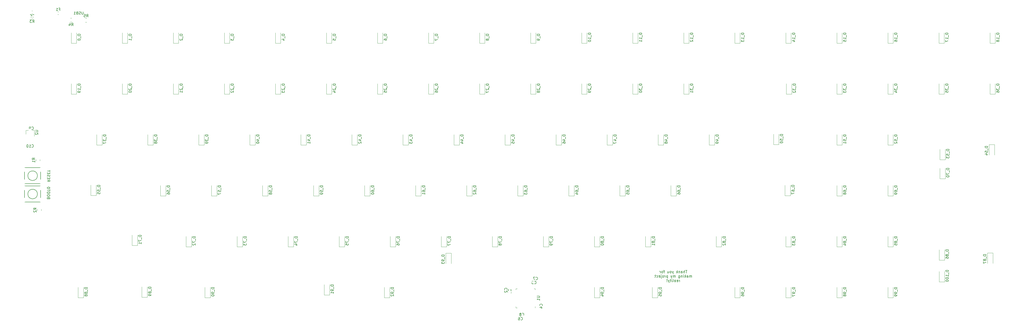
<source format=gbr>
G04 #@! TF.GenerationSoftware,KiCad,Pcbnew,(5.1.4)-1*
G04 #@! TF.CreationDate,2020-08-16T19:21:30-07:00*
G04 #@! TF.ProjectId,v1PCB,76315043-422e-46b6-9963-61645f706362,rev?*
G04 #@! TF.SameCoordinates,Original*
G04 #@! TF.FileFunction,Legend,Bot*
G04 #@! TF.FilePolarity,Positive*
%FSLAX46Y46*%
G04 Gerber Fmt 4.6, Leading zero omitted, Abs format (unit mm)*
G04 Created by KiCad (PCBNEW (5.1.4)-1) date 2020-08-16 19:21:30*
%MOMM*%
%LPD*%
G04 APERTURE LIST*
%ADD10C,0.150000*%
%ADD11C,0.120000*%
%ADD12C,2.250000*%
%ADD13C,3.987800*%
%ADD14C,1.750000*%
%ADD15C,3.048000*%
%ADD16C,0.020000*%
%ADD17C,0.875000*%
%ADD18C,0.590000*%
%ADD19C,0.250000*%
%ADD20C,5.600000*%
%ADD21R,0.600000X1.450000*%
%ADD22R,0.300000X1.450000*%
%ADD23C,0.650000*%
%ADD24O,1.000000X2.100000*%
%ADD25O,1.000000X1.600000*%
%ADD26C,1.800000*%
%ADD27C,0.975000*%
%ADD28R,1.200000X0.900000*%
%ADD29R,0.800000X0.900000*%
G04 APERTURE END LIST*
D10*
X361242857Y-204052380D02*
X360671428Y-204052380D01*
X360957142Y-205052380D02*
X360957142Y-204052380D01*
X360338095Y-205052380D02*
X360338095Y-204052380D01*
X359909523Y-205052380D02*
X359909523Y-204528571D01*
X359957142Y-204433333D01*
X360052380Y-204385714D01*
X360195238Y-204385714D01*
X360290476Y-204433333D01*
X360338095Y-204480952D01*
X359004761Y-205052380D02*
X359004761Y-204528571D01*
X359052380Y-204433333D01*
X359147619Y-204385714D01*
X359338095Y-204385714D01*
X359433333Y-204433333D01*
X359004761Y-205004761D02*
X359100000Y-205052380D01*
X359338095Y-205052380D01*
X359433333Y-205004761D01*
X359480952Y-204909523D01*
X359480952Y-204814285D01*
X359433333Y-204719047D01*
X359338095Y-204671428D01*
X359100000Y-204671428D01*
X359004761Y-204623809D01*
X358528571Y-204385714D02*
X358528571Y-205052380D01*
X358528571Y-204480952D02*
X358480952Y-204433333D01*
X358385714Y-204385714D01*
X358242857Y-204385714D01*
X358147619Y-204433333D01*
X358100000Y-204528571D01*
X358100000Y-205052380D01*
X357623809Y-205052380D02*
X357623809Y-204052380D01*
X357528571Y-204671428D02*
X357242857Y-205052380D01*
X357242857Y-204385714D02*
X357623809Y-204766666D01*
X356147619Y-204385714D02*
X355909523Y-205052380D01*
X355671428Y-204385714D02*
X355909523Y-205052380D01*
X356004761Y-205290476D01*
X356052380Y-205338095D01*
X356147619Y-205385714D01*
X355147619Y-205052380D02*
X355242857Y-205004761D01*
X355290476Y-204957142D01*
X355338095Y-204861904D01*
X355338095Y-204576190D01*
X355290476Y-204480952D01*
X355242857Y-204433333D01*
X355147619Y-204385714D01*
X355004761Y-204385714D01*
X354909523Y-204433333D01*
X354861904Y-204480952D01*
X354814285Y-204576190D01*
X354814285Y-204861904D01*
X354861904Y-204957142D01*
X354909523Y-205004761D01*
X355004761Y-205052380D01*
X355147619Y-205052380D01*
X353957142Y-204385714D02*
X353957142Y-205052380D01*
X354385714Y-204385714D02*
X354385714Y-204909523D01*
X354338095Y-205004761D01*
X354242857Y-205052380D01*
X354100000Y-205052380D01*
X354004761Y-205004761D01*
X353957142Y-204957142D01*
X352861904Y-204385714D02*
X352480952Y-204385714D01*
X352719047Y-205052380D02*
X352719047Y-204195238D01*
X352671428Y-204100000D01*
X352576190Y-204052380D01*
X352480952Y-204052380D01*
X352004761Y-205052380D02*
X352100000Y-205004761D01*
X352147619Y-204957142D01*
X352195238Y-204861904D01*
X352195238Y-204576190D01*
X352147619Y-204480952D01*
X352100000Y-204433333D01*
X352004761Y-204385714D01*
X351861904Y-204385714D01*
X351766666Y-204433333D01*
X351719047Y-204480952D01*
X351671428Y-204576190D01*
X351671428Y-204861904D01*
X351719047Y-204957142D01*
X351766666Y-205004761D01*
X351861904Y-205052380D01*
X352004761Y-205052380D01*
X351242857Y-205052380D02*
X351242857Y-204385714D01*
X351242857Y-204576190D02*
X351195238Y-204480952D01*
X351147619Y-204433333D01*
X351052380Y-204385714D01*
X350957142Y-204385714D01*
X362933333Y-206702380D02*
X362933333Y-206035714D01*
X362933333Y-206130952D02*
X362885714Y-206083333D01*
X362790476Y-206035714D01*
X362647619Y-206035714D01*
X362552380Y-206083333D01*
X362504761Y-206178571D01*
X362504761Y-206702380D01*
X362504761Y-206178571D02*
X362457142Y-206083333D01*
X362361904Y-206035714D01*
X362219047Y-206035714D01*
X362123809Y-206083333D01*
X362076190Y-206178571D01*
X362076190Y-206702380D01*
X361171428Y-206702380D02*
X361171428Y-206178571D01*
X361219047Y-206083333D01*
X361314285Y-206035714D01*
X361504761Y-206035714D01*
X361600000Y-206083333D01*
X361171428Y-206654761D02*
X361266666Y-206702380D01*
X361504761Y-206702380D01*
X361600000Y-206654761D01*
X361647619Y-206559523D01*
X361647619Y-206464285D01*
X361600000Y-206369047D01*
X361504761Y-206321428D01*
X361266666Y-206321428D01*
X361171428Y-206273809D01*
X360695238Y-206702380D02*
X360695238Y-205702380D01*
X360600000Y-206321428D02*
X360314285Y-206702380D01*
X360314285Y-206035714D02*
X360695238Y-206416666D01*
X359885714Y-206702380D02*
X359885714Y-206035714D01*
X359885714Y-205702380D02*
X359933333Y-205750000D01*
X359885714Y-205797619D01*
X359838095Y-205750000D01*
X359885714Y-205702380D01*
X359885714Y-205797619D01*
X359409523Y-206035714D02*
X359409523Y-206702380D01*
X359409523Y-206130952D02*
X359361904Y-206083333D01*
X359266666Y-206035714D01*
X359123809Y-206035714D01*
X359028571Y-206083333D01*
X358980952Y-206178571D01*
X358980952Y-206702380D01*
X358076190Y-206035714D02*
X358076190Y-206845238D01*
X358123809Y-206940476D01*
X358171428Y-206988095D01*
X358266666Y-207035714D01*
X358409523Y-207035714D01*
X358504761Y-206988095D01*
X358076190Y-206654761D02*
X358171428Y-206702380D01*
X358361904Y-206702380D01*
X358457142Y-206654761D01*
X358504761Y-206607142D01*
X358552380Y-206511904D01*
X358552380Y-206226190D01*
X358504761Y-206130952D01*
X358457142Y-206083333D01*
X358361904Y-206035714D01*
X358171428Y-206035714D01*
X358076190Y-206083333D01*
X356838095Y-206702380D02*
X356838095Y-206035714D01*
X356838095Y-206130952D02*
X356790476Y-206083333D01*
X356695238Y-206035714D01*
X356552380Y-206035714D01*
X356457142Y-206083333D01*
X356409523Y-206178571D01*
X356409523Y-206702380D01*
X356409523Y-206178571D02*
X356361904Y-206083333D01*
X356266666Y-206035714D01*
X356123809Y-206035714D01*
X356028571Y-206083333D01*
X355980952Y-206178571D01*
X355980952Y-206702380D01*
X355600000Y-206035714D02*
X355361904Y-206702380D01*
X355123809Y-206035714D02*
X355361904Y-206702380D01*
X355457142Y-206940476D01*
X355504761Y-206988095D01*
X355600000Y-207035714D01*
X353980952Y-206035714D02*
X353980952Y-207035714D01*
X353980952Y-206083333D02*
X353885714Y-206035714D01*
X353695238Y-206035714D01*
X353600000Y-206083333D01*
X353552380Y-206130952D01*
X353504761Y-206226190D01*
X353504761Y-206511904D01*
X353552380Y-206607142D01*
X353600000Y-206654761D01*
X353695238Y-206702380D01*
X353885714Y-206702380D01*
X353980952Y-206654761D01*
X353076190Y-206702380D02*
X353076190Y-206035714D01*
X353076190Y-206226190D02*
X353028571Y-206130952D01*
X352980952Y-206083333D01*
X352885714Y-206035714D01*
X352790476Y-206035714D01*
X352314285Y-206702380D02*
X352409523Y-206654761D01*
X352457142Y-206607142D01*
X352504761Y-206511904D01*
X352504761Y-206226190D01*
X352457142Y-206130952D01*
X352409523Y-206083333D01*
X352314285Y-206035714D01*
X352171428Y-206035714D01*
X352076190Y-206083333D01*
X352028571Y-206130952D01*
X351980952Y-206226190D01*
X351980952Y-206511904D01*
X352028571Y-206607142D01*
X352076190Y-206654761D01*
X352171428Y-206702380D01*
X352314285Y-206702380D01*
X351552380Y-206035714D02*
X351552380Y-206892857D01*
X351600000Y-206988095D01*
X351695238Y-207035714D01*
X351742857Y-207035714D01*
X351552380Y-205702380D02*
X351600000Y-205750000D01*
X351552380Y-205797619D01*
X351504761Y-205750000D01*
X351552380Y-205702380D01*
X351552380Y-205797619D01*
X350695238Y-206654761D02*
X350790476Y-206702380D01*
X350980952Y-206702380D01*
X351076190Y-206654761D01*
X351123809Y-206559523D01*
X351123809Y-206178571D01*
X351076190Y-206083333D01*
X350980952Y-206035714D01*
X350790476Y-206035714D01*
X350695238Y-206083333D01*
X350647619Y-206178571D01*
X350647619Y-206273809D01*
X351123809Y-206369047D01*
X349790476Y-206654761D02*
X349885714Y-206702380D01*
X350076190Y-206702380D01*
X350171428Y-206654761D01*
X350219047Y-206607142D01*
X350266666Y-206511904D01*
X350266666Y-206226190D01*
X350219047Y-206130952D01*
X350171428Y-206083333D01*
X350076190Y-206035714D01*
X349885714Y-206035714D01*
X349790476Y-206083333D01*
X349504761Y-206035714D02*
X349123809Y-206035714D01*
X349361904Y-205702380D02*
X349361904Y-206559523D01*
X349314285Y-206654761D01*
X349219047Y-206702380D01*
X349123809Y-206702380D01*
X358457142Y-208352380D02*
X358457142Y-207685714D01*
X358457142Y-207876190D02*
X358409523Y-207780952D01*
X358361904Y-207733333D01*
X358266666Y-207685714D01*
X358171428Y-207685714D01*
X357457142Y-208304761D02*
X357552380Y-208352380D01*
X357742857Y-208352380D01*
X357838095Y-208304761D01*
X357885714Y-208209523D01*
X357885714Y-207828571D01*
X357838095Y-207733333D01*
X357742857Y-207685714D01*
X357552380Y-207685714D01*
X357457142Y-207733333D01*
X357409523Y-207828571D01*
X357409523Y-207923809D01*
X357885714Y-208019047D01*
X356552380Y-208352380D02*
X356552380Y-207828571D01*
X356600000Y-207733333D01*
X356695238Y-207685714D01*
X356885714Y-207685714D01*
X356980952Y-207733333D01*
X356552380Y-208304761D02*
X356647619Y-208352380D01*
X356885714Y-208352380D01*
X356980952Y-208304761D01*
X357028571Y-208209523D01*
X357028571Y-208114285D01*
X356980952Y-208019047D01*
X356885714Y-207971428D01*
X356647619Y-207971428D01*
X356552380Y-207923809D01*
X355933333Y-208352380D02*
X356028571Y-208304761D01*
X356076190Y-208209523D01*
X356076190Y-207352380D01*
X355552380Y-208352380D02*
X355552380Y-207685714D01*
X355552380Y-207352380D02*
X355600000Y-207400000D01*
X355552380Y-207447619D01*
X355504761Y-207400000D01*
X355552380Y-207352380D01*
X355552380Y-207447619D01*
X355219047Y-207685714D02*
X354838095Y-207685714D01*
X355076190Y-207352380D02*
X355076190Y-208209523D01*
X355028571Y-208304761D01*
X354933333Y-208352380D01*
X354838095Y-208352380D01*
X354600000Y-207685714D02*
X354361904Y-208352380D01*
X354123809Y-207685714D02*
X354361904Y-208352380D01*
X354457142Y-208590476D01*
X354504761Y-208638095D01*
X354600000Y-208685714D01*
X353742857Y-208257142D02*
X353695238Y-208304761D01*
X353742857Y-208352380D01*
X353790476Y-208304761D01*
X353742857Y-208257142D01*
X353742857Y-208352380D01*
X353742857Y-207971428D02*
X353790476Y-207400000D01*
X353742857Y-207352380D01*
X353695238Y-207400000D01*
X353742857Y-207971428D01*
X353742857Y-207352380D01*
X122921428Y-176983333D02*
X122873809Y-176840476D01*
X122826190Y-176792857D01*
X122730952Y-176745238D01*
X122588095Y-176745238D01*
X122492857Y-176792857D01*
X122445238Y-176840476D01*
X122397619Y-176935714D01*
X122397619Y-177316666D01*
X123397619Y-177316666D01*
X123397619Y-176983333D01*
X123350000Y-176888095D01*
X123302380Y-176840476D01*
X123207142Y-176792857D01*
X123111904Y-176792857D01*
X123016666Y-176840476D01*
X122969047Y-176888095D01*
X122921428Y-176983333D01*
X122921428Y-177316666D01*
X123397619Y-176126190D02*
X123397619Y-175935714D01*
X123350000Y-175840476D01*
X123254761Y-175745238D01*
X123064285Y-175697619D01*
X122730952Y-175697619D01*
X122540476Y-175745238D01*
X122445238Y-175840476D01*
X122397619Y-175935714D01*
X122397619Y-176126190D01*
X122445238Y-176221428D01*
X122540476Y-176316666D01*
X122730952Y-176364285D01*
X123064285Y-176364285D01*
X123254761Y-176316666D01*
X123350000Y-176221428D01*
X123397619Y-176126190D01*
X123397619Y-175078571D02*
X123397619Y-174888095D01*
X123350000Y-174792857D01*
X123254761Y-174697619D01*
X123064285Y-174650000D01*
X122730952Y-174650000D01*
X122540476Y-174697619D01*
X122445238Y-174792857D01*
X122397619Y-174888095D01*
X122397619Y-175078571D01*
X122445238Y-175173809D01*
X122540476Y-175269047D01*
X122730952Y-175316666D01*
X123064285Y-175316666D01*
X123254761Y-175269047D01*
X123350000Y-175173809D01*
X123397619Y-175078571D01*
X123397619Y-174364285D02*
X123397619Y-173792857D01*
X122397619Y-174078571D02*
X123397619Y-174078571D01*
X123397619Y-173269047D02*
X123397619Y-173173809D01*
X123350000Y-173078571D01*
X123302380Y-173030952D01*
X123207142Y-172983333D01*
X123016666Y-172935714D01*
X122778571Y-172935714D01*
X122588095Y-172983333D01*
X122492857Y-173030952D01*
X122445238Y-173078571D01*
X122397619Y-173173809D01*
X122397619Y-173269047D01*
X122445238Y-173364285D01*
X122492857Y-173411904D01*
X122588095Y-173459523D01*
X122778571Y-173507142D01*
X123016666Y-173507142D01*
X123207142Y-173459523D01*
X123302380Y-173411904D01*
X123350000Y-173364285D01*
X123397619Y-173269047D01*
X122447619Y-170202380D02*
X122923809Y-170535714D01*
X122447619Y-170773809D02*
X123447619Y-170773809D01*
X123447619Y-170392857D01*
X123400000Y-170297619D01*
X123352380Y-170250000D01*
X123257142Y-170202380D01*
X123114285Y-170202380D01*
X123019047Y-170250000D01*
X122971428Y-170297619D01*
X122923809Y-170392857D01*
X122923809Y-170773809D01*
X122971428Y-169773809D02*
X122971428Y-169440476D01*
X122447619Y-169297619D02*
X122447619Y-169773809D01*
X123447619Y-169773809D01*
X123447619Y-169297619D01*
X122495238Y-168916666D02*
X122447619Y-168773809D01*
X122447619Y-168535714D01*
X122495238Y-168440476D01*
X122542857Y-168392857D01*
X122638095Y-168345238D01*
X122733333Y-168345238D01*
X122828571Y-168392857D01*
X122876190Y-168440476D01*
X122923809Y-168535714D01*
X122971428Y-168726190D01*
X123019047Y-168821428D01*
X123066666Y-168869047D01*
X123161904Y-168916666D01*
X123257142Y-168916666D01*
X123352380Y-168869047D01*
X123400000Y-168821428D01*
X123447619Y-168726190D01*
X123447619Y-168488095D01*
X123400000Y-168345238D01*
X122971428Y-167916666D02*
X122971428Y-167583333D01*
X122447619Y-167440476D02*
X122447619Y-167916666D01*
X123447619Y-167916666D01*
X123447619Y-167440476D01*
X123447619Y-167154761D02*
X123447619Y-166583333D01*
X122447619Y-166869047D02*
X123447619Y-166869047D01*
D11*
X298846021Y-221286800D02*
X299171579Y-221286800D01*
X298846021Y-220266800D02*
X299171579Y-220266800D01*
X304536500Y-211368000D02*
X304536500Y-210893000D01*
X304536500Y-210893000D02*
X304061500Y-210893000D01*
X297316500Y-217638000D02*
X297316500Y-218113000D01*
X297316500Y-218113000D02*
X297791500Y-218113000D01*
X297316500Y-211368000D02*
X297316500Y-210893000D01*
X297316500Y-210893000D02*
X297791500Y-210893000D01*
X304536500Y-217638000D02*
X304536500Y-218113000D01*
X294536400Y-211368421D02*
X294536400Y-211693979D01*
X295556400Y-211368421D02*
X295556400Y-211693979D01*
X126654779Y-107313000D02*
X126329221Y-107313000D01*
X126654779Y-108333000D02*
X126329221Y-108333000D01*
D10*
X118763051Y-175514000D02*
G75*
G03X118763051Y-175514000I-1796051J0D01*
G01*
X113967000Y-172514000D02*
X113967000Y-178514000D01*
X119967000Y-172514000D02*
X113967000Y-172514000D01*
X119967000Y-178514000D02*
X119967000Y-172514000D01*
X113967000Y-178514000D02*
X119967000Y-178514000D01*
D11*
X120217000Y-181224422D02*
X120217000Y-181741578D01*
X118797000Y-181224422D02*
X118797000Y-181741578D01*
X271161000Y-197648000D02*
X273161000Y-197648000D01*
X273161000Y-197648000D02*
X273161000Y-201548000D01*
X271161000Y-197648000D02*
X271161000Y-201548000D01*
X133350000Y-119082000D02*
X131350000Y-119082000D01*
X131350000Y-119082000D02*
X131350000Y-115182000D01*
X133350000Y-119082000D02*
X133350000Y-115182000D01*
X137158578Y-109740000D02*
X136641422Y-109740000D01*
X137158578Y-111160000D02*
X136641422Y-111160000D01*
X131041422Y-111110000D02*
X131558578Y-111110000D01*
X131041422Y-109690000D02*
X131558578Y-109690000D01*
X116517922Y-109930000D02*
X117035078Y-109930000D01*
X116517922Y-108510000D02*
X117035078Y-108510000D01*
X116613721Y-107952000D02*
X116939279Y-107952000D01*
X116613721Y-106932000D02*
X116939279Y-106932000D01*
X304810379Y-208074800D02*
X304484821Y-208074800D01*
X304810379Y-209094800D02*
X304484821Y-209094800D01*
X114434500Y-151671750D02*
X115364500Y-151671750D01*
X117594500Y-151671750D02*
X116664500Y-151671750D01*
X117594500Y-151671750D02*
X117594500Y-153831750D01*
X114434500Y-151671750D02*
X114434500Y-153131750D01*
D10*
X118763051Y-168656000D02*
G75*
G03X118763051Y-168656000I-1796051J0D01*
G01*
X119967000Y-171656000D02*
X119967000Y-165656000D01*
X113967000Y-171656000D02*
X119967000Y-171656000D01*
X113967000Y-165656000D02*
X113967000Y-171656000D01*
X119967000Y-165656000D02*
X113967000Y-165656000D01*
D11*
X119709000Y-162555422D02*
X119709000Y-163072578D01*
X118289000Y-162555422D02*
X118289000Y-163072578D01*
X152400000Y-119082000D02*
X150400000Y-119082000D01*
X150400000Y-119082000D02*
X150400000Y-115182000D01*
X152400000Y-119082000D02*
X152400000Y-115182000D01*
X171450000Y-119082000D02*
X169450000Y-119082000D01*
X169450000Y-119082000D02*
X169450000Y-115182000D01*
X171450000Y-119082000D02*
X171450000Y-115182000D01*
X190500000Y-119082000D02*
X188500000Y-119082000D01*
X188500000Y-119082000D02*
X188500000Y-115182000D01*
X190500000Y-119082000D02*
X190500000Y-115182000D01*
X209550000Y-119082000D02*
X207550000Y-119082000D01*
X207550000Y-119082000D02*
X207550000Y-115182000D01*
X209550000Y-119082000D02*
X209550000Y-115182000D01*
X228600000Y-119082000D02*
X226600000Y-119082000D01*
X226600000Y-119082000D02*
X226600000Y-115182000D01*
X228600000Y-119082000D02*
X228600000Y-115182000D01*
X247650000Y-119082000D02*
X245650000Y-119082000D01*
X245650000Y-119082000D02*
X245650000Y-115182000D01*
X247650000Y-119082000D02*
X247650000Y-115182000D01*
X266700000Y-119082000D02*
X264700000Y-119082000D01*
X264700000Y-119082000D02*
X264700000Y-115182000D01*
X266700000Y-119082000D02*
X266700000Y-115182000D01*
X285750000Y-119082000D02*
X283750000Y-119082000D01*
X283750000Y-119082000D02*
X283750000Y-115182000D01*
X285750000Y-119082000D02*
X285750000Y-115182000D01*
X304800000Y-119082000D02*
X302800000Y-119082000D01*
X302800000Y-119082000D02*
X302800000Y-115182000D01*
X304800000Y-119082000D02*
X304800000Y-115182000D01*
X323850000Y-119082000D02*
X321850000Y-119082000D01*
X321850000Y-119082000D02*
X321850000Y-115182000D01*
X323850000Y-119082000D02*
X323850000Y-115182000D01*
X342900000Y-119082000D02*
X340900000Y-119082000D01*
X340900000Y-119082000D02*
X340900000Y-115182000D01*
X342900000Y-119082000D02*
X342900000Y-115182000D01*
X361950000Y-119082000D02*
X359950000Y-119082000D01*
X359950000Y-119082000D02*
X359950000Y-115182000D01*
X361950000Y-119082000D02*
X361950000Y-115182000D01*
X381000000Y-119082000D02*
X379000000Y-119082000D01*
X379000000Y-119082000D02*
X379000000Y-115182000D01*
X381000000Y-119082000D02*
X381000000Y-115182000D01*
X400050000Y-119082000D02*
X398050000Y-119082000D01*
X398050000Y-119082000D02*
X398050000Y-115182000D01*
X400050000Y-119082000D02*
X400050000Y-115182000D01*
X419100000Y-119082000D02*
X417100000Y-119082000D01*
X417100000Y-119082000D02*
X417100000Y-115182000D01*
X419100000Y-119082000D02*
X419100000Y-115182000D01*
X438150000Y-119082000D02*
X436150000Y-119082000D01*
X436150000Y-119082000D02*
X436150000Y-115182000D01*
X438150000Y-119082000D02*
X438150000Y-115182000D01*
X457200000Y-119082000D02*
X455200000Y-119082000D01*
X455200000Y-119082000D02*
X455200000Y-115182000D01*
X457200000Y-119082000D02*
X457200000Y-115182000D01*
X476250000Y-119082000D02*
X474250000Y-119082000D01*
X474250000Y-119082000D02*
X474250000Y-115182000D01*
X476250000Y-119082000D02*
X476250000Y-115182000D01*
X133350000Y-138132000D02*
X131350000Y-138132000D01*
X131350000Y-138132000D02*
X131350000Y-134232000D01*
X133350000Y-138132000D02*
X133350000Y-134232000D01*
X152400000Y-138132000D02*
X150400000Y-138132000D01*
X150400000Y-138132000D02*
X150400000Y-134232000D01*
X152400000Y-138132000D02*
X152400000Y-134232000D01*
X171450000Y-138132000D02*
X169450000Y-138132000D01*
X169450000Y-138132000D02*
X169450000Y-134232000D01*
X171450000Y-138132000D02*
X171450000Y-134232000D01*
X190500000Y-138132000D02*
X188500000Y-138132000D01*
X188500000Y-138132000D02*
X188500000Y-134232000D01*
X190500000Y-138132000D02*
X190500000Y-134232000D01*
X209550000Y-138132000D02*
X207550000Y-138132000D01*
X207550000Y-138132000D02*
X207550000Y-134232000D01*
X209550000Y-138132000D02*
X209550000Y-134232000D01*
X228600000Y-138132000D02*
X226600000Y-138132000D01*
X226600000Y-138132000D02*
X226600000Y-134232000D01*
X228600000Y-138132000D02*
X228600000Y-134232000D01*
X247650000Y-138132000D02*
X245650000Y-138132000D01*
X245650000Y-138132000D02*
X245650000Y-134232000D01*
X247650000Y-138132000D02*
X247650000Y-134232000D01*
X266700000Y-138132000D02*
X264700000Y-138132000D01*
X264700000Y-138132000D02*
X264700000Y-134232000D01*
X266700000Y-138132000D02*
X266700000Y-134232000D01*
X285750000Y-138132000D02*
X283750000Y-138132000D01*
X283750000Y-138132000D02*
X283750000Y-134232000D01*
X285750000Y-138132000D02*
X285750000Y-134232000D01*
X304800000Y-138132000D02*
X302800000Y-138132000D01*
X302800000Y-138132000D02*
X302800000Y-134232000D01*
X304800000Y-138132000D02*
X304800000Y-134232000D01*
X323850000Y-138132000D02*
X321850000Y-138132000D01*
X321850000Y-138132000D02*
X321850000Y-134232000D01*
X323850000Y-138132000D02*
X323850000Y-134232000D01*
X342900000Y-138132000D02*
X340900000Y-138132000D01*
X340900000Y-138132000D02*
X340900000Y-134232000D01*
X342900000Y-138132000D02*
X342900000Y-134232000D01*
X361950000Y-138132000D02*
X359950000Y-138132000D01*
X359950000Y-138132000D02*
X359950000Y-134232000D01*
X361950000Y-138132000D02*
X361950000Y-134232000D01*
X400288000Y-138140000D02*
X398288000Y-138140000D01*
X398288000Y-138140000D02*
X398288000Y-134240000D01*
X400288000Y-138140000D02*
X400288000Y-134240000D01*
X419100000Y-138132000D02*
X417100000Y-138132000D01*
X417100000Y-138132000D02*
X417100000Y-134232000D01*
X419100000Y-138132000D02*
X419100000Y-134232000D01*
X438150000Y-138132000D02*
X436150000Y-138132000D01*
X436150000Y-138132000D02*
X436150000Y-134232000D01*
X438150000Y-138132000D02*
X438150000Y-134232000D01*
X457200000Y-138132000D02*
X455200000Y-138132000D01*
X455200000Y-138132000D02*
X455200000Y-134232000D01*
X457200000Y-138132000D02*
X457200000Y-134232000D01*
X476250000Y-138132000D02*
X474250000Y-138132000D01*
X474250000Y-138132000D02*
X474250000Y-134232000D01*
X476250000Y-138132000D02*
X476250000Y-134232000D01*
X142875000Y-157182000D02*
X140875000Y-157182000D01*
X140875000Y-157182000D02*
X140875000Y-153282000D01*
X142875000Y-157182000D02*
X142875000Y-153282000D01*
X161925000Y-157182000D02*
X159925000Y-157182000D01*
X159925000Y-157182000D02*
X159925000Y-153282000D01*
X161925000Y-157182000D02*
X161925000Y-153282000D01*
X180975000Y-157182000D02*
X178975000Y-157182000D01*
X178975000Y-157182000D02*
X178975000Y-153282000D01*
X180975000Y-157182000D02*
X180975000Y-153282000D01*
X200025000Y-157182000D02*
X198025000Y-157182000D01*
X198025000Y-157182000D02*
X198025000Y-153282000D01*
X200025000Y-157182000D02*
X200025000Y-153282000D01*
X219075000Y-157182000D02*
X217075000Y-157182000D01*
X217075000Y-157182000D02*
X217075000Y-153282000D01*
X219075000Y-157182000D02*
X219075000Y-153282000D01*
X238125000Y-157182000D02*
X236125000Y-157182000D01*
X236125000Y-157182000D02*
X236125000Y-153282000D01*
X238125000Y-157182000D02*
X238125000Y-153282000D01*
X257175000Y-157182000D02*
X255175000Y-157182000D01*
X255175000Y-157182000D02*
X255175000Y-153282000D01*
X257175000Y-157182000D02*
X257175000Y-153282000D01*
X276225000Y-157182000D02*
X274225000Y-157182000D01*
X274225000Y-157182000D02*
X274225000Y-153282000D01*
X276225000Y-157182000D02*
X276225000Y-153282000D01*
X295275000Y-157182000D02*
X293275000Y-157182000D01*
X293275000Y-157182000D02*
X293275000Y-153282000D01*
X295275000Y-157182000D02*
X295275000Y-153282000D01*
X314325000Y-157182000D02*
X312325000Y-157182000D01*
X312325000Y-157182000D02*
X312325000Y-153282000D01*
X314325000Y-157182000D02*
X314325000Y-153282000D01*
X333375000Y-157182000D02*
X331375000Y-157182000D01*
X331375000Y-157182000D02*
X331375000Y-153282000D01*
X333375000Y-157182000D02*
X333375000Y-153282000D01*
X352425000Y-157182000D02*
X350425000Y-157182000D01*
X350425000Y-157182000D02*
X350425000Y-153282000D01*
X352425000Y-157182000D02*
X352425000Y-153282000D01*
X371475000Y-157182000D02*
X369475000Y-157182000D01*
X369475000Y-157182000D02*
X369475000Y-153282000D01*
X371475000Y-157182000D02*
X371475000Y-153282000D01*
X395493750Y-157031250D02*
X393493750Y-157031250D01*
X393493750Y-157031250D02*
X393493750Y-153131250D01*
X395493750Y-157031250D02*
X395493750Y-153131250D01*
X419100000Y-157182000D02*
X417100000Y-157182000D01*
X417100000Y-157182000D02*
X417100000Y-153282000D01*
X419100000Y-157182000D02*
X419100000Y-153282000D01*
X438150000Y-157182000D02*
X436150000Y-157182000D01*
X436150000Y-157182000D02*
X436150000Y-153282000D01*
X438150000Y-157182000D02*
X438150000Y-153282000D01*
X457565000Y-162651000D02*
X455565000Y-162651000D01*
X455565000Y-162651000D02*
X455565000Y-158751000D01*
X457565000Y-162651000D02*
X457565000Y-158751000D01*
X140700000Y-176081250D02*
X138700000Y-176081250D01*
X138700000Y-176081250D02*
X138700000Y-172181250D01*
X140700000Y-176081250D02*
X140700000Y-172181250D01*
X166687500Y-176232000D02*
X164687500Y-176232000D01*
X164687500Y-176232000D02*
X164687500Y-172332000D01*
X166687500Y-176232000D02*
X166687500Y-172332000D01*
X185737500Y-176232000D02*
X183737500Y-176232000D01*
X183737500Y-176232000D02*
X183737500Y-172332000D01*
X185737500Y-176232000D02*
X185737500Y-172332000D01*
X204787500Y-176232000D02*
X202787500Y-176232000D01*
X202787500Y-176232000D02*
X202787500Y-172332000D01*
X204787500Y-176232000D02*
X204787500Y-172332000D01*
X223837500Y-176232000D02*
X221837500Y-176232000D01*
X221837500Y-176232000D02*
X221837500Y-172332000D01*
X223837500Y-176232000D02*
X223837500Y-172332000D01*
X242887500Y-176232000D02*
X240887500Y-176232000D01*
X240887500Y-176232000D02*
X240887500Y-172332000D01*
X242887500Y-176232000D02*
X242887500Y-172332000D01*
X261937500Y-176232000D02*
X259937500Y-176232000D01*
X259937500Y-176232000D02*
X259937500Y-172332000D01*
X261937500Y-176232000D02*
X261937500Y-172332000D01*
X280987500Y-176232000D02*
X278987500Y-176232000D01*
X278987500Y-176232000D02*
X278987500Y-172332000D01*
X280987500Y-176232000D02*
X280987500Y-172332000D01*
X300037500Y-176232000D02*
X298037500Y-176232000D01*
X298037500Y-176232000D02*
X298037500Y-172332000D01*
X300037500Y-176232000D02*
X300037500Y-172332000D01*
X319087500Y-176232000D02*
X317087500Y-176232000D01*
X317087500Y-176232000D02*
X317087500Y-172332000D01*
X319087500Y-176232000D02*
X319087500Y-172332000D01*
X338137500Y-176232000D02*
X336137500Y-176232000D01*
X336137500Y-176232000D02*
X336137500Y-172332000D01*
X338137500Y-176232000D02*
X338137500Y-172332000D01*
X357187500Y-176232000D02*
X355187500Y-176232000D01*
X355187500Y-176232000D02*
X355187500Y-172332000D01*
X357187500Y-176232000D02*
X357187500Y-172332000D01*
X399780000Y-176113000D02*
X397780000Y-176113000D01*
X397780000Y-176113000D02*
X397780000Y-172213000D01*
X399780000Y-176113000D02*
X399780000Y-172213000D01*
X419100000Y-176232000D02*
X417100000Y-176232000D01*
X417100000Y-176232000D02*
X417100000Y-172332000D01*
X419100000Y-176232000D02*
X419100000Y-172332000D01*
X438150000Y-176232000D02*
X436150000Y-176232000D01*
X436150000Y-176232000D02*
X436150000Y-172332000D01*
X438150000Y-176232000D02*
X438150000Y-172332000D01*
X457565000Y-169763000D02*
X455565000Y-169763000D01*
X455565000Y-169763000D02*
X455565000Y-165863000D01*
X457565000Y-169763000D02*
X457565000Y-165863000D01*
X473980000Y-157008000D02*
X475980000Y-157008000D01*
X475980000Y-157008000D02*
X475980000Y-160908000D01*
X473980000Y-157008000D02*
X473980000Y-160908000D01*
X156067000Y-194782000D02*
X154067000Y-194782000D01*
X154067000Y-194782000D02*
X154067000Y-190882000D01*
X156067000Y-194782000D02*
X156067000Y-190882000D01*
X176212500Y-195282000D02*
X174212500Y-195282000D01*
X174212500Y-195282000D02*
X174212500Y-191382000D01*
X176212500Y-195282000D02*
X176212500Y-191382000D01*
X195262500Y-195282000D02*
X193262500Y-195282000D01*
X193262500Y-195282000D02*
X193262500Y-191382000D01*
X195262500Y-195282000D02*
X195262500Y-191382000D01*
X214312500Y-195282000D02*
X212312500Y-195282000D01*
X212312500Y-195282000D02*
X212312500Y-191382000D01*
X214312500Y-195282000D02*
X214312500Y-191382000D01*
X233362500Y-195282000D02*
X231362500Y-195282000D01*
X231362500Y-195282000D02*
X231362500Y-191382000D01*
X233362500Y-195282000D02*
X233362500Y-191382000D01*
X252412500Y-195282000D02*
X250412500Y-195282000D01*
X250412500Y-195282000D02*
X250412500Y-191382000D01*
X252412500Y-195282000D02*
X252412500Y-191382000D01*
X271462500Y-195282000D02*
X269462500Y-195282000D01*
X269462500Y-195282000D02*
X269462500Y-191382000D01*
X271462500Y-195282000D02*
X271462500Y-191382000D01*
X290512500Y-195282000D02*
X288512500Y-195282000D01*
X288512500Y-195282000D02*
X288512500Y-191382000D01*
X290512500Y-195282000D02*
X290512500Y-191382000D01*
X309562500Y-195282000D02*
X307562500Y-195282000D01*
X307562500Y-195282000D02*
X307562500Y-191382000D01*
X309562500Y-195282000D02*
X309562500Y-191382000D01*
X328612500Y-195282000D02*
X326612500Y-195282000D01*
X326612500Y-195282000D02*
X326612500Y-191382000D01*
X328612500Y-195282000D02*
X328612500Y-191382000D01*
X347662500Y-195282000D02*
X345662500Y-195282000D01*
X345662500Y-195282000D02*
X345662500Y-191382000D01*
X347662500Y-195282000D02*
X347662500Y-191382000D01*
X374062500Y-195282000D02*
X372062500Y-195282000D01*
X372062500Y-195282000D02*
X372062500Y-191382000D01*
X374062500Y-195282000D02*
X374062500Y-191382000D01*
X400050000Y-195282000D02*
X398050000Y-195282000D01*
X398050000Y-195282000D02*
X398050000Y-191382000D01*
X400050000Y-195282000D02*
X400050000Y-191382000D01*
X419100000Y-195282000D02*
X417100000Y-195282000D01*
X417100000Y-195282000D02*
X417100000Y-191382000D01*
X419100000Y-195282000D02*
X419100000Y-191382000D01*
X438150000Y-195282000D02*
X436150000Y-195282000D01*
X436150000Y-195282000D02*
X436150000Y-191382000D01*
X438150000Y-195282000D02*
X438150000Y-191382000D01*
X457311000Y-200243000D02*
X455311000Y-200243000D01*
X455311000Y-200243000D02*
X455311000Y-196343000D01*
X457311000Y-200243000D02*
X457311000Y-196343000D01*
X135937500Y-214332000D02*
X133937500Y-214332000D01*
X133937500Y-214332000D02*
X133937500Y-210432000D01*
X135937500Y-214332000D02*
X135937500Y-210432000D01*
X159750000Y-214181250D02*
X157750000Y-214181250D01*
X157750000Y-214181250D02*
X157750000Y-210281250D01*
X159750000Y-214181250D02*
X159750000Y-210281250D01*
X183245000Y-214340000D02*
X181245000Y-214340000D01*
X181245000Y-214340000D02*
X181245000Y-210440000D01*
X183245000Y-214340000D02*
X183245000Y-210440000D01*
X227822000Y-213324000D02*
X225822000Y-213324000D01*
X225822000Y-213324000D02*
X225822000Y-209424000D01*
X227822000Y-213324000D02*
X227822000Y-209424000D01*
X250237500Y-214332000D02*
X248237500Y-214332000D01*
X248237500Y-214332000D02*
X248237500Y-210432000D01*
X250237500Y-214332000D02*
X250237500Y-210432000D01*
X328612500Y-214332000D02*
X326612500Y-214332000D01*
X326612500Y-214332000D02*
X326612500Y-210432000D01*
X328612500Y-214332000D02*
X328612500Y-210432000D01*
X350250000Y-214332000D02*
X348250000Y-214332000D01*
X348250000Y-214332000D02*
X348250000Y-210432000D01*
X350250000Y-214332000D02*
X350250000Y-210432000D01*
X381000000Y-214332000D02*
X379000000Y-214332000D01*
X379000000Y-214332000D02*
X379000000Y-210432000D01*
X381000000Y-214332000D02*
X381000000Y-210432000D01*
X400050000Y-214332000D02*
X398050000Y-214332000D01*
X398050000Y-214332000D02*
X398050000Y-210432000D01*
X400050000Y-214332000D02*
X400050000Y-210432000D01*
X419100000Y-214332000D02*
X417100000Y-214332000D01*
X417100000Y-214332000D02*
X417100000Y-210432000D01*
X419100000Y-214332000D02*
X419100000Y-210432000D01*
X438150000Y-214332000D02*
X436150000Y-214332000D01*
X436150000Y-214332000D02*
X436150000Y-210432000D01*
X438150000Y-214332000D02*
X438150000Y-210432000D01*
X457311000Y-208371000D02*
X455311000Y-208371000D01*
X455311000Y-208371000D02*
X455311000Y-204471000D01*
X457311000Y-208371000D02*
X457311000Y-204471000D01*
X473345000Y-197521000D02*
X475345000Y-197521000D01*
X475345000Y-197521000D02*
X475345000Y-201421000D01*
X473345000Y-197521000D02*
X473345000Y-201421000D01*
D10*
X299175466Y-222563942D02*
X299223085Y-222611561D01*
X299365942Y-222659180D01*
X299461180Y-222659180D01*
X299604038Y-222611561D01*
X299699276Y-222516323D01*
X299746895Y-222421085D01*
X299794514Y-222230609D01*
X299794514Y-222087752D01*
X299746895Y-221897276D01*
X299699276Y-221802038D01*
X299604038Y-221706800D01*
X299461180Y-221659180D01*
X299365942Y-221659180D01*
X299223085Y-221706800D01*
X299175466Y-221754419D01*
X298318323Y-221659180D02*
X298508800Y-221659180D01*
X298604038Y-221706800D01*
X298651657Y-221754419D01*
X298746895Y-221897276D01*
X298794514Y-222087752D01*
X298794514Y-222468704D01*
X298746895Y-222563942D01*
X298699276Y-222611561D01*
X298604038Y-222659180D01*
X298413561Y-222659180D01*
X298318323Y-222611561D01*
X298270704Y-222563942D01*
X298223085Y-222468704D01*
X298223085Y-222230609D01*
X298270704Y-222135371D01*
X298318323Y-222087752D01*
X298413561Y-222040133D01*
X298604038Y-222040133D01*
X298699276Y-222087752D01*
X298746895Y-222135371D01*
X298794514Y-222230609D01*
X304255466Y-209041942D02*
X304303085Y-209089561D01*
X304445942Y-209137180D01*
X304541180Y-209137180D01*
X304684038Y-209089561D01*
X304779276Y-208994323D01*
X304826895Y-208899085D01*
X304874514Y-208708609D01*
X304874514Y-208565752D01*
X304826895Y-208375276D01*
X304779276Y-208280038D01*
X304684038Y-208184800D01*
X304541180Y-208137180D01*
X304445942Y-208137180D01*
X304303085Y-208184800D01*
X304255466Y-208232419D01*
X303922133Y-208137180D02*
X303303085Y-208137180D01*
X303636419Y-208518133D01*
X303493561Y-208518133D01*
X303398323Y-208565752D01*
X303350704Y-208613371D01*
X303303085Y-208708609D01*
X303303085Y-208946704D01*
X303350704Y-209041942D01*
X303398323Y-209089561D01*
X303493561Y-209137180D01*
X303779276Y-209137180D01*
X303874514Y-209089561D01*
X303922133Y-209041942D01*
X307139942Y-217308133D02*
X307187561Y-217260514D01*
X307235180Y-217117657D01*
X307235180Y-217022419D01*
X307187561Y-216879561D01*
X307092323Y-216784323D01*
X306997085Y-216736704D01*
X306806609Y-216689085D01*
X306663752Y-216689085D01*
X306473276Y-216736704D01*
X306378038Y-216784323D01*
X306282800Y-216879561D01*
X306235180Y-217022419D01*
X306235180Y-217117657D01*
X306282800Y-217260514D01*
X306330419Y-217308133D01*
X306568514Y-218165276D02*
X307235180Y-218165276D01*
X306187561Y-217927180D02*
X306901847Y-217689085D01*
X306901847Y-218308133D01*
X305198880Y-213741095D02*
X306008404Y-213741095D01*
X306103642Y-213788714D01*
X306151261Y-213836333D01*
X306198880Y-213931571D01*
X306198880Y-214122047D01*
X306151261Y-214217285D01*
X306103642Y-214264904D01*
X306008404Y-214312523D01*
X305198880Y-214312523D01*
X306198880Y-215312523D02*
X306198880Y-214741095D01*
X306198880Y-215026809D02*
X305198880Y-215026809D01*
X305341738Y-214931571D01*
X305436976Y-214836333D01*
X305484595Y-214741095D01*
X293973542Y-211364533D02*
X294021161Y-211316914D01*
X294068780Y-211174057D01*
X294068780Y-211078819D01*
X294021161Y-210935961D01*
X293925923Y-210840723D01*
X293830685Y-210793104D01*
X293640209Y-210745485D01*
X293497352Y-210745485D01*
X293306876Y-210793104D01*
X293211638Y-210840723D01*
X293116400Y-210935961D01*
X293068780Y-211078819D01*
X293068780Y-211174057D01*
X293116400Y-211316914D01*
X293164019Y-211364533D01*
X293164019Y-211745485D02*
X293116400Y-211793104D01*
X293068780Y-211888342D01*
X293068780Y-212126438D01*
X293116400Y-212221676D01*
X293164019Y-212269295D01*
X293259257Y-212316914D01*
X293354495Y-212316914D01*
X293497352Y-212269295D01*
X294068780Y-211697866D01*
X294068780Y-212316914D01*
X135881845Y-107254380D02*
X135881845Y-108063904D01*
X135834226Y-108159142D01*
X135786607Y-108206761D01*
X135691369Y-108254380D01*
X135500892Y-108254380D01*
X135405654Y-108206761D01*
X135358035Y-108159142D01*
X135310416Y-108063904D01*
X135310416Y-107254380D01*
X134881845Y-108206761D02*
X134738988Y-108254380D01*
X134500892Y-108254380D01*
X134405654Y-108206761D01*
X134358035Y-108159142D01*
X134310416Y-108063904D01*
X134310416Y-107968666D01*
X134358035Y-107873428D01*
X134405654Y-107825809D01*
X134500892Y-107778190D01*
X134691369Y-107730571D01*
X134786607Y-107682952D01*
X134834226Y-107635333D01*
X134881845Y-107540095D01*
X134881845Y-107444857D01*
X134834226Y-107349619D01*
X134786607Y-107302000D01*
X134691369Y-107254380D01*
X134453273Y-107254380D01*
X134310416Y-107302000D01*
X133548511Y-107730571D02*
X133405654Y-107778190D01*
X133358035Y-107825809D01*
X133310416Y-107921047D01*
X133310416Y-108063904D01*
X133358035Y-108159142D01*
X133405654Y-108206761D01*
X133500892Y-108254380D01*
X133881845Y-108254380D01*
X133881845Y-107254380D01*
X133548511Y-107254380D01*
X133453273Y-107302000D01*
X133405654Y-107349619D01*
X133358035Y-107444857D01*
X133358035Y-107540095D01*
X133405654Y-107635333D01*
X133453273Y-107682952D01*
X133548511Y-107730571D01*
X133881845Y-107730571D01*
X132358035Y-108254380D02*
X132929464Y-108254380D01*
X132643750Y-108254380D02*
X132643750Y-107254380D01*
X132738988Y-107397238D01*
X132834226Y-107492476D01*
X132929464Y-107540095D01*
X126825333Y-106321571D02*
X127158666Y-106321571D01*
X127158666Y-106845380D02*
X127158666Y-105845380D01*
X126682476Y-105845380D01*
X125777714Y-106845380D02*
X126349142Y-106845380D01*
X126063428Y-106845380D02*
X126063428Y-105845380D01*
X126158666Y-105988238D01*
X126253904Y-106083476D01*
X126349142Y-106131095D01*
X118309380Y-181316333D02*
X117833190Y-180983000D01*
X118309380Y-180744904D02*
X117309380Y-180744904D01*
X117309380Y-181125857D01*
X117357000Y-181221095D01*
X117404619Y-181268714D01*
X117499857Y-181316333D01*
X117642714Y-181316333D01*
X117737952Y-181268714D01*
X117785571Y-181221095D01*
X117833190Y-181125857D01*
X117833190Y-180744904D01*
X117404619Y-181697285D02*
X117357000Y-181744904D01*
X117309380Y-181840142D01*
X117309380Y-182078238D01*
X117357000Y-182173476D01*
X117404619Y-182221095D01*
X117499857Y-182268714D01*
X117595095Y-182268714D01*
X117737952Y-182221095D01*
X118309380Y-181649666D01*
X118309380Y-182268714D01*
X270613380Y-198302761D02*
X269613380Y-198302761D01*
X269613380Y-198540857D01*
X269661000Y-198683714D01*
X269756238Y-198778952D01*
X269851476Y-198826571D01*
X270041952Y-198874190D01*
X270184809Y-198874190D01*
X270375285Y-198826571D01*
X270470523Y-198778952D01*
X270565761Y-198683714D01*
X270613380Y-198540857D01*
X270613380Y-198302761D01*
X270708619Y-199064666D02*
X270708619Y-199826571D01*
X270613380Y-200112285D02*
X270613380Y-200302761D01*
X270565761Y-200398000D01*
X270518142Y-200445619D01*
X270375285Y-200540857D01*
X270184809Y-200588476D01*
X269803857Y-200588476D01*
X269708619Y-200540857D01*
X269661000Y-200493238D01*
X269613380Y-200398000D01*
X269613380Y-200207523D01*
X269661000Y-200112285D01*
X269708619Y-200064666D01*
X269803857Y-200017047D01*
X270041952Y-200017047D01*
X270137190Y-200064666D01*
X270184809Y-200112285D01*
X270232428Y-200207523D01*
X270232428Y-200398000D01*
X270184809Y-200493238D01*
X270137190Y-200540857D01*
X270041952Y-200588476D01*
X269613380Y-200921809D02*
X269613380Y-201540857D01*
X269994333Y-201207523D01*
X269994333Y-201350380D01*
X270041952Y-201445619D01*
X270089571Y-201493238D01*
X270184809Y-201540857D01*
X270422904Y-201540857D01*
X270518142Y-201493238D01*
X270565761Y-201445619D01*
X270613380Y-201350380D01*
X270613380Y-201064666D01*
X270565761Y-200969428D01*
X270518142Y-200921809D01*
X295452742Y-211669333D02*
X295500361Y-211621714D01*
X295547980Y-211478857D01*
X295547980Y-211383619D01*
X295500361Y-211240761D01*
X295405123Y-211145523D01*
X295309885Y-211097904D01*
X295119409Y-211050285D01*
X294976552Y-211050285D01*
X294786076Y-211097904D01*
X294690838Y-211145523D01*
X294595600Y-211240761D01*
X294547980Y-211383619D01*
X294547980Y-211478857D01*
X294595600Y-211621714D01*
X294643219Y-211669333D01*
X295547980Y-212621714D02*
X295547980Y-212050285D01*
X295547980Y-212336000D02*
X294547980Y-212336000D01*
X294690838Y-212240761D01*
X294786076Y-212145523D01*
X294833695Y-212050285D01*
X116657357Y-157927642D02*
X116704976Y-157975261D01*
X116847833Y-158022880D01*
X116943071Y-158022880D01*
X117085928Y-157975261D01*
X117181166Y-157880023D01*
X117228785Y-157784785D01*
X117276404Y-157594309D01*
X117276404Y-157451452D01*
X117228785Y-157260976D01*
X117181166Y-157165738D01*
X117085928Y-157070500D01*
X116943071Y-157022880D01*
X116847833Y-157022880D01*
X116704976Y-157070500D01*
X116657357Y-157118119D01*
X115704976Y-158022880D02*
X116276404Y-158022880D01*
X115990690Y-158022880D02*
X115990690Y-157022880D01*
X116085928Y-157165738D01*
X116181166Y-157260976D01*
X116276404Y-157308595D01*
X115085928Y-157022880D02*
X114990690Y-157022880D01*
X114895452Y-157070500D01*
X114847833Y-157118119D01*
X114800214Y-157213357D01*
X114752595Y-157403833D01*
X114752595Y-157641928D01*
X114800214Y-157832404D01*
X114847833Y-157927642D01*
X114895452Y-157975261D01*
X114990690Y-158022880D01*
X115085928Y-158022880D01*
X115181166Y-157975261D01*
X115228785Y-157927642D01*
X115276404Y-157832404D01*
X115324023Y-157641928D01*
X115324023Y-157403833D01*
X115276404Y-157213357D01*
X115228785Y-157118119D01*
X115181166Y-157070500D01*
X115085928Y-157022880D01*
X134802380Y-115712952D02*
X133802380Y-115712952D01*
X133802380Y-115951047D01*
X133850000Y-116093904D01*
X133945238Y-116189142D01*
X134040476Y-116236761D01*
X134230952Y-116284380D01*
X134373809Y-116284380D01*
X134564285Y-116236761D01*
X134659523Y-116189142D01*
X134754761Y-116093904D01*
X134802380Y-115951047D01*
X134802380Y-115712952D01*
X134897619Y-116474857D02*
X134897619Y-117236761D01*
X133802380Y-117665333D02*
X133802380Y-117760571D01*
X133850000Y-117855809D01*
X133897619Y-117903428D01*
X133992857Y-117951047D01*
X134183333Y-117998666D01*
X134421428Y-117998666D01*
X134611904Y-117951047D01*
X134707142Y-117903428D01*
X134754761Y-117855809D01*
X134802380Y-117760571D01*
X134802380Y-117665333D01*
X134754761Y-117570095D01*
X134707142Y-117522476D01*
X134611904Y-117474857D01*
X134421428Y-117427238D01*
X134183333Y-117427238D01*
X133992857Y-117474857D01*
X133897619Y-117522476D01*
X133850000Y-117570095D01*
X133802380Y-117665333D01*
X137066666Y-109252380D02*
X137400000Y-108776190D01*
X137638095Y-109252380D02*
X137638095Y-108252380D01*
X137257142Y-108252380D01*
X137161904Y-108300000D01*
X137114285Y-108347619D01*
X137066666Y-108442857D01*
X137066666Y-108585714D01*
X137114285Y-108680952D01*
X137161904Y-108728571D01*
X137257142Y-108776190D01*
X137638095Y-108776190D01*
X136161904Y-108252380D02*
X136638095Y-108252380D01*
X136685714Y-108728571D01*
X136638095Y-108680952D01*
X136542857Y-108633333D01*
X136304761Y-108633333D01*
X136209523Y-108680952D01*
X136161904Y-108728571D01*
X136114285Y-108823809D01*
X136114285Y-109061904D01*
X136161904Y-109157142D01*
X136209523Y-109204761D01*
X136304761Y-109252380D01*
X136542857Y-109252380D01*
X136638095Y-109204761D01*
X136685714Y-109157142D01*
X131466666Y-112502380D02*
X131800000Y-112026190D01*
X132038095Y-112502380D02*
X132038095Y-111502380D01*
X131657142Y-111502380D01*
X131561904Y-111550000D01*
X131514285Y-111597619D01*
X131466666Y-111692857D01*
X131466666Y-111835714D01*
X131514285Y-111930952D01*
X131561904Y-111978571D01*
X131657142Y-112026190D01*
X132038095Y-112026190D01*
X130609523Y-111835714D02*
X130609523Y-112502380D01*
X130847619Y-111454761D02*
X131085714Y-112169047D01*
X130466666Y-112169047D01*
X116943166Y-111322380D02*
X117276500Y-110846190D01*
X117514595Y-111322380D02*
X117514595Y-110322380D01*
X117133642Y-110322380D01*
X117038404Y-110370000D01*
X116990785Y-110417619D01*
X116943166Y-110512857D01*
X116943166Y-110655714D01*
X116990785Y-110750952D01*
X117038404Y-110798571D01*
X117133642Y-110846190D01*
X117514595Y-110846190D01*
X116609833Y-110322380D02*
X115990785Y-110322380D01*
X116324119Y-110703333D01*
X116181261Y-110703333D01*
X116086023Y-110750952D01*
X116038404Y-110798571D01*
X115990785Y-110893809D01*
X115990785Y-111131904D01*
X116038404Y-111227142D01*
X116086023Y-111274761D01*
X116181261Y-111322380D01*
X116466976Y-111322380D01*
X116562214Y-111274761D01*
X116609833Y-111227142D01*
X116943166Y-109229142D02*
X116990785Y-109276761D01*
X117133642Y-109324380D01*
X117228880Y-109324380D01*
X117371738Y-109276761D01*
X117466976Y-109181523D01*
X117514595Y-109086285D01*
X117562214Y-108895809D01*
X117562214Y-108752952D01*
X117514595Y-108562476D01*
X117466976Y-108467238D01*
X117371738Y-108372000D01*
X117228880Y-108324380D01*
X117133642Y-108324380D01*
X116990785Y-108372000D01*
X116943166Y-108419619D01*
X116038404Y-108324380D02*
X116514595Y-108324380D01*
X116562214Y-108800571D01*
X116514595Y-108752952D01*
X116419357Y-108705333D01*
X116181261Y-108705333D01*
X116086023Y-108752952D01*
X116038404Y-108800571D01*
X115990785Y-108895809D01*
X115990785Y-109133904D01*
X116038404Y-109229142D01*
X116086023Y-109276761D01*
X116181261Y-109324380D01*
X116419357Y-109324380D01*
X116514595Y-109276761D01*
X116562214Y-109229142D01*
X116625666Y-151260142D02*
X116673285Y-151307761D01*
X116816142Y-151355380D01*
X116911380Y-151355380D01*
X117054238Y-151307761D01*
X117149476Y-151212523D01*
X117197095Y-151117285D01*
X117244714Y-150926809D01*
X117244714Y-150783952D01*
X117197095Y-150593476D01*
X117149476Y-150498238D01*
X117054238Y-150403000D01*
X116911380Y-150355380D01*
X116816142Y-150355380D01*
X116673285Y-150403000D01*
X116625666Y-150450619D01*
X116149476Y-151355380D02*
X115959000Y-151355380D01*
X115863761Y-151307761D01*
X115816142Y-151260142D01*
X115720904Y-151117285D01*
X115673285Y-150926809D01*
X115673285Y-150545857D01*
X115720904Y-150450619D01*
X115768523Y-150403000D01*
X115863761Y-150355380D01*
X116054238Y-150355380D01*
X116149476Y-150403000D01*
X116197095Y-150450619D01*
X116244714Y-150545857D01*
X116244714Y-150783952D01*
X116197095Y-150879190D01*
X116149476Y-150926809D01*
X116054238Y-150974428D01*
X115863761Y-150974428D01*
X115768523Y-150926809D01*
X115720904Y-150879190D01*
X115673285Y-150783952D01*
X299683466Y-220983142D02*
X299731085Y-221030761D01*
X299873942Y-221078380D01*
X299969180Y-221078380D01*
X300112038Y-221030761D01*
X300207276Y-220935523D01*
X300254895Y-220840285D01*
X300302514Y-220649809D01*
X300302514Y-220506952D01*
X300254895Y-220316476D01*
X300207276Y-220221238D01*
X300112038Y-220126000D01*
X299969180Y-220078380D01*
X299873942Y-220078380D01*
X299731085Y-220126000D01*
X299683466Y-220173619D01*
X299112038Y-220506952D02*
X299207276Y-220459333D01*
X299254895Y-220411714D01*
X299302514Y-220316476D01*
X299302514Y-220268857D01*
X299254895Y-220173619D01*
X299207276Y-220126000D01*
X299112038Y-220078380D01*
X298921561Y-220078380D01*
X298826323Y-220126000D01*
X298778704Y-220173619D01*
X298731085Y-220268857D01*
X298731085Y-220316476D01*
X298778704Y-220411714D01*
X298826323Y-220459333D01*
X298921561Y-220506952D01*
X299112038Y-220506952D01*
X299207276Y-220554571D01*
X299254895Y-220602190D01*
X299302514Y-220697428D01*
X299302514Y-220887904D01*
X299254895Y-220983142D01*
X299207276Y-221030761D01*
X299112038Y-221078380D01*
X298921561Y-221078380D01*
X298826323Y-221030761D01*
X298778704Y-220983142D01*
X298731085Y-220887904D01*
X298731085Y-220697428D01*
X298778704Y-220602190D01*
X298826323Y-220554571D01*
X298921561Y-220506952D01*
X304814266Y-207511942D02*
X304861885Y-207559561D01*
X305004742Y-207607180D01*
X305099980Y-207607180D01*
X305242838Y-207559561D01*
X305338076Y-207464323D01*
X305385695Y-207369085D01*
X305433314Y-207178609D01*
X305433314Y-207035752D01*
X305385695Y-206845276D01*
X305338076Y-206750038D01*
X305242838Y-206654800D01*
X305099980Y-206607180D01*
X305004742Y-206607180D01*
X304861885Y-206654800D01*
X304814266Y-206702419D01*
X304480933Y-206607180D02*
X303814266Y-206607180D01*
X304242838Y-207607180D01*
X117966880Y-151669845D02*
X118776404Y-151669845D01*
X118871642Y-151717464D01*
X118919261Y-151765083D01*
X118966880Y-151860321D01*
X118966880Y-152050797D01*
X118919261Y-152146035D01*
X118871642Y-152193654D01*
X118776404Y-152241273D01*
X117966880Y-152241273D01*
X118062119Y-152669845D02*
X118014500Y-152717464D01*
X117966880Y-152812702D01*
X117966880Y-153050797D01*
X118014500Y-153146035D01*
X118062119Y-153193654D01*
X118157357Y-153241273D01*
X118252595Y-153241273D01*
X118395452Y-153193654D01*
X118966880Y-152622226D01*
X118966880Y-153241273D01*
X117801380Y-162647333D02*
X117325190Y-162314000D01*
X117801380Y-162075904D02*
X116801380Y-162075904D01*
X116801380Y-162456857D01*
X116849000Y-162552095D01*
X116896619Y-162599714D01*
X116991857Y-162647333D01*
X117134714Y-162647333D01*
X117229952Y-162599714D01*
X117277571Y-162552095D01*
X117325190Y-162456857D01*
X117325190Y-162075904D01*
X117801380Y-163599714D02*
X117801380Y-163028285D01*
X117801380Y-163314000D02*
X116801380Y-163314000D01*
X116944238Y-163218761D01*
X117039476Y-163123523D01*
X117087095Y-163028285D01*
X153852380Y-115712952D02*
X152852380Y-115712952D01*
X152852380Y-115951047D01*
X152900000Y-116093904D01*
X152995238Y-116189142D01*
X153090476Y-116236761D01*
X153280952Y-116284380D01*
X153423809Y-116284380D01*
X153614285Y-116236761D01*
X153709523Y-116189142D01*
X153804761Y-116093904D01*
X153852380Y-115951047D01*
X153852380Y-115712952D01*
X153947619Y-116474857D02*
X153947619Y-117236761D01*
X153852380Y-117998666D02*
X153852380Y-117427238D01*
X153852380Y-117712952D02*
X152852380Y-117712952D01*
X152995238Y-117617714D01*
X153090476Y-117522476D01*
X153138095Y-117427238D01*
X172902380Y-115712952D02*
X171902380Y-115712952D01*
X171902380Y-115951047D01*
X171950000Y-116093904D01*
X172045238Y-116189142D01*
X172140476Y-116236761D01*
X172330952Y-116284380D01*
X172473809Y-116284380D01*
X172664285Y-116236761D01*
X172759523Y-116189142D01*
X172854761Y-116093904D01*
X172902380Y-115951047D01*
X172902380Y-115712952D01*
X172997619Y-116474857D02*
X172997619Y-117236761D01*
X171997619Y-117427238D02*
X171950000Y-117474857D01*
X171902380Y-117570095D01*
X171902380Y-117808190D01*
X171950000Y-117903428D01*
X171997619Y-117951047D01*
X172092857Y-117998666D01*
X172188095Y-117998666D01*
X172330952Y-117951047D01*
X172902380Y-117379619D01*
X172902380Y-117998666D01*
X191952380Y-115712952D02*
X190952380Y-115712952D01*
X190952380Y-115951047D01*
X191000000Y-116093904D01*
X191095238Y-116189142D01*
X191190476Y-116236761D01*
X191380952Y-116284380D01*
X191523809Y-116284380D01*
X191714285Y-116236761D01*
X191809523Y-116189142D01*
X191904761Y-116093904D01*
X191952380Y-115951047D01*
X191952380Y-115712952D01*
X192047619Y-116474857D02*
X192047619Y-117236761D01*
X190952380Y-117379619D02*
X190952380Y-117998666D01*
X191333333Y-117665333D01*
X191333333Y-117808190D01*
X191380952Y-117903428D01*
X191428571Y-117951047D01*
X191523809Y-117998666D01*
X191761904Y-117998666D01*
X191857142Y-117951047D01*
X191904761Y-117903428D01*
X191952380Y-117808190D01*
X191952380Y-117522476D01*
X191904761Y-117427238D01*
X191857142Y-117379619D01*
X211002380Y-115712952D02*
X210002380Y-115712952D01*
X210002380Y-115951047D01*
X210050000Y-116093904D01*
X210145238Y-116189142D01*
X210240476Y-116236761D01*
X210430952Y-116284380D01*
X210573809Y-116284380D01*
X210764285Y-116236761D01*
X210859523Y-116189142D01*
X210954761Y-116093904D01*
X211002380Y-115951047D01*
X211002380Y-115712952D01*
X211097619Y-116474857D02*
X211097619Y-117236761D01*
X210335714Y-117903428D02*
X211002380Y-117903428D01*
X209954761Y-117665333D02*
X210669047Y-117427238D01*
X210669047Y-118046285D01*
X230052380Y-115712952D02*
X229052380Y-115712952D01*
X229052380Y-115951047D01*
X229100000Y-116093904D01*
X229195238Y-116189142D01*
X229290476Y-116236761D01*
X229480952Y-116284380D01*
X229623809Y-116284380D01*
X229814285Y-116236761D01*
X229909523Y-116189142D01*
X230004761Y-116093904D01*
X230052380Y-115951047D01*
X230052380Y-115712952D01*
X230147619Y-116474857D02*
X230147619Y-117236761D01*
X229052380Y-117951047D02*
X229052380Y-117474857D01*
X229528571Y-117427238D01*
X229480952Y-117474857D01*
X229433333Y-117570095D01*
X229433333Y-117808190D01*
X229480952Y-117903428D01*
X229528571Y-117951047D01*
X229623809Y-117998666D01*
X229861904Y-117998666D01*
X229957142Y-117951047D01*
X230004761Y-117903428D01*
X230052380Y-117808190D01*
X230052380Y-117570095D01*
X230004761Y-117474857D01*
X229957142Y-117427238D01*
X249102380Y-115712952D02*
X248102380Y-115712952D01*
X248102380Y-115951047D01*
X248150000Y-116093904D01*
X248245238Y-116189142D01*
X248340476Y-116236761D01*
X248530952Y-116284380D01*
X248673809Y-116284380D01*
X248864285Y-116236761D01*
X248959523Y-116189142D01*
X249054761Y-116093904D01*
X249102380Y-115951047D01*
X249102380Y-115712952D01*
X249197619Y-116474857D02*
X249197619Y-117236761D01*
X248102380Y-117903428D02*
X248102380Y-117712952D01*
X248150000Y-117617714D01*
X248197619Y-117570095D01*
X248340476Y-117474857D01*
X248530952Y-117427238D01*
X248911904Y-117427238D01*
X249007142Y-117474857D01*
X249054761Y-117522476D01*
X249102380Y-117617714D01*
X249102380Y-117808190D01*
X249054761Y-117903428D01*
X249007142Y-117951047D01*
X248911904Y-117998666D01*
X248673809Y-117998666D01*
X248578571Y-117951047D01*
X248530952Y-117903428D01*
X248483333Y-117808190D01*
X248483333Y-117617714D01*
X248530952Y-117522476D01*
X248578571Y-117474857D01*
X248673809Y-117427238D01*
X268152380Y-115712952D02*
X267152380Y-115712952D01*
X267152380Y-115951047D01*
X267200000Y-116093904D01*
X267295238Y-116189142D01*
X267390476Y-116236761D01*
X267580952Y-116284380D01*
X267723809Y-116284380D01*
X267914285Y-116236761D01*
X268009523Y-116189142D01*
X268104761Y-116093904D01*
X268152380Y-115951047D01*
X268152380Y-115712952D01*
X268247619Y-116474857D02*
X268247619Y-117236761D01*
X267152380Y-117379619D02*
X267152380Y-118046285D01*
X268152380Y-117617714D01*
X287202380Y-115712952D02*
X286202380Y-115712952D01*
X286202380Y-115951047D01*
X286250000Y-116093904D01*
X286345238Y-116189142D01*
X286440476Y-116236761D01*
X286630952Y-116284380D01*
X286773809Y-116284380D01*
X286964285Y-116236761D01*
X287059523Y-116189142D01*
X287154761Y-116093904D01*
X287202380Y-115951047D01*
X287202380Y-115712952D01*
X287297619Y-116474857D02*
X287297619Y-117236761D01*
X286630952Y-117617714D02*
X286583333Y-117522476D01*
X286535714Y-117474857D01*
X286440476Y-117427238D01*
X286392857Y-117427238D01*
X286297619Y-117474857D01*
X286250000Y-117522476D01*
X286202380Y-117617714D01*
X286202380Y-117808190D01*
X286250000Y-117903428D01*
X286297619Y-117951047D01*
X286392857Y-117998666D01*
X286440476Y-117998666D01*
X286535714Y-117951047D01*
X286583333Y-117903428D01*
X286630952Y-117808190D01*
X286630952Y-117617714D01*
X286678571Y-117522476D01*
X286726190Y-117474857D01*
X286821428Y-117427238D01*
X287011904Y-117427238D01*
X287107142Y-117474857D01*
X287154761Y-117522476D01*
X287202380Y-117617714D01*
X287202380Y-117808190D01*
X287154761Y-117903428D01*
X287107142Y-117951047D01*
X287011904Y-117998666D01*
X286821428Y-117998666D01*
X286726190Y-117951047D01*
X286678571Y-117903428D01*
X286630952Y-117808190D01*
X306252380Y-115712952D02*
X305252380Y-115712952D01*
X305252380Y-115951047D01*
X305300000Y-116093904D01*
X305395238Y-116189142D01*
X305490476Y-116236761D01*
X305680952Y-116284380D01*
X305823809Y-116284380D01*
X306014285Y-116236761D01*
X306109523Y-116189142D01*
X306204761Y-116093904D01*
X306252380Y-115951047D01*
X306252380Y-115712952D01*
X306347619Y-116474857D02*
X306347619Y-117236761D01*
X306252380Y-117522476D02*
X306252380Y-117712952D01*
X306204761Y-117808190D01*
X306157142Y-117855809D01*
X306014285Y-117951047D01*
X305823809Y-117998666D01*
X305442857Y-117998666D01*
X305347619Y-117951047D01*
X305300000Y-117903428D01*
X305252380Y-117808190D01*
X305252380Y-117617714D01*
X305300000Y-117522476D01*
X305347619Y-117474857D01*
X305442857Y-117427238D01*
X305680952Y-117427238D01*
X305776190Y-117474857D01*
X305823809Y-117522476D01*
X305871428Y-117617714D01*
X305871428Y-117808190D01*
X305823809Y-117903428D01*
X305776190Y-117951047D01*
X305680952Y-117998666D01*
X325302380Y-115236761D02*
X324302380Y-115236761D01*
X324302380Y-115474857D01*
X324350000Y-115617714D01*
X324445238Y-115712952D01*
X324540476Y-115760571D01*
X324730952Y-115808190D01*
X324873809Y-115808190D01*
X325064285Y-115760571D01*
X325159523Y-115712952D01*
X325254761Y-115617714D01*
X325302380Y-115474857D01*
X325302380Y-115236761D01*
X325397619Y-115998666D02*
X325397619Y-116760571D01*
X325302380Y-117522476D02*
X325302380Y-116951047D01*
X325302380Y-117236761D02*
X324302380Y-117236761D01*
X324445238Y-117141523D01*
X324540476Y-117046285D01*
X324588095Y-116951047D01*
X324302380Y-118141523D02*
X324302380Y-118236761D01*
X324350000Y-118332000D01*
X324397619Y-118379619D01*
X324492857Y-118427238D01*
X324683333Y-118474857D01*
X324921428Y-118474857D01*
X325111904Y-118427238D01*
X325207142Y-118379619D01*
X325254761Y-118332000D01*
X325302380Y-118236761D01*
X325302380Y-118141523D01*
X325254761Y-118046285D01*
X325207142Y-117998666D01*
X325111904Y-117951047D01*
X324921428Y-117903428D01*
X324683333Y-117903428D01*
X324492857Y-117951047D01*
X324397619Y-117998666D01*
X324350000Y-118046285D01*
X324302380Y-118141523D01*
X344352380Y-115236761D02*
X343352380Y-115236761D01*
X343352380Y-115474857D01*
X343400000Y-115617714D01*
X343495238Y-115712952D01*
X343590476Y-115760571D01*
X343780952Y-115808190D01*
X343923809Y-115808190D01*
X344114285Y-115760571D01*
X344209523Y-115712952D01*
X344304761Y-115617714D01*
X344352380Y-115474857D01*
X344352380Y-115236761D01*
X344447619Y-115998666D02*
X344447619Y-116760571D01*
X344352380Y-117522476D02*
X344352380Y-116951047D01*
X344352380Y-117236761D02*
X343352380Y-117236761D01*
X343495238Y-117141523D01*
X343590476Y-117046285D01*
X343638095Y-116951047D01*
X344352380Y-118474857D02*
X344352380Y-117903428D01*
X344352380Y-118189142D02*
X343352380Y-118189142D01*
X343495238Y-118093904D01*
X343590476Y-117998666D01*
X343638095Y-117903428D01*
X363402380Y-115236761D02*
X362402380Y-115236761D01*
X362402380Y-115474857D01*
X362450000Y-115617714D01*
X362545238Y-115712952D01*
X362640476Y-115760571D01*
X362830952Y-115808190D01*
X362973809Y-115808190D01*
X363164285Y-115760571D01*
X363259523Y-115712952D01*
X363354761Y-115617714D01*
X363402380Y-115474857D01*
X363402380Y-115236761D01*
X363497619Y-115998666D02*
X363497619Y-116760571D01*
X363402380Y-117522476D02*
X363402380Y-116951047D01*
X363402380Y-117236761D02*
X362402380Y-117236761D01*
X362545238Y-117141523D01*
X362640476Y-117046285D01*
X362688095Y-116951047D01*
X362497619Y-117903428D02*
X362450000Y-117951047D01*
X362402380Y-118046285D01*
X362402380Y-118284380D01*
X362450000Y-118379619D01*
X362497619Y-118427238D01*
X362592857Y-118474857D01*
X362688095Y-118474857D01*
X362830952Y-118427238D01*
X363402380Y-117855809D01*
X363402380Y-118474857D01*
X382452380Y-115236761D02*
X381452380Y-115236761D01*
X381452380Y-115474857D01*
X381500000Y-115617714D01*
X381595238Y-115712952D01*
X381690476Y-115760571D01*
X381880952Y-115808190D01*
X382023809Y-115808190D01*
X382214285Y-115760571D01*
X382309523Y-115712952D01*
X382404761Y-115617714D01*
X382452380Y-115474857D01*
X382452380Y-115236761D01*
X382547619Y-115998666D02*
X382547619Y-116760571D01*
X382452380Y-117522476D02*
X382452380Y-116951047D01*
X382452380Y-117236761D02*
X381452380Y-117236761D01*
X381595238Y-117141523D01*
X381690476Y-117046285D01*
X381738095Y-116951047D01*
X381452380Y-117855809D02*
X381452380Y-118474857D01*
X381833333Y-118141523D01*
X381833333Y-118284380D01*
X381880952Y-118379619D01*
X381928571Y-118427238D01*
X382023809Y-118474857D01*
X382261904Y-118474857D01*
X382357142Y-118427238D01*
X382404761Y-118379619D01*
X382452380Y-118284380D01*
X382452380Y-117998666D01*
X382404761Y-117903428D01*
X382357142Y-117855809D01*
X401502380Y-115236761D02*
X400502380Y-115236761D01*
X400502380Y-115474857D01*
X400550000Y-115617714D01*
X400645238Y-115712952D01*
X400740476Y-115760571D01*
X400930952Y-115808190D01*
X401073809Y-115808190D01*
X401264285Y-115760571D01*
X401359523Y-115712952D01*
X401454761Y-115617714D01*
X401502380Y-115474857D01*
X401502380Y-115236761D01*
X401597619Y-115998666D02*
X401597619Y-116760571D01*
X401502380Y-117522476D02*
X401502380Y-116951047D01*
X401502380Y-117236761D02*
X400502380Y-117236761D01*
X400645238Y-117141523D01*
X400740476Y-117046285D01*
X400788095Y-116951047D01*
X400835714Y-118379619D02*
X401502380Y-118379619D01*
X400454761Y-118141523D02*
X401169047Y-117903428D01*
X401169047Y-118522476D01*
X420552380Y-115236761D02*
X419552380Y-115236761D01*
X419552380Y-115474857D01*
X419600000Y-115617714D01*
X419695238Y-115712952D01*
X419790476Y-115760571D01*
X419980952Y-115808190D01*
X420123809Y-115808190D01*
X420314285Y-115760571D01*
X420409523Y-115712952D01*
X420504761Y-115617714D01*
X420552380Y-115474857D01*
X420552380Y-115236761D01*
X420647619Y-115998666D02*
X420647619Y-116760571D01*
X420552380Y-117522476D02*
X420552380Y-116951047D01*
X420552380Y-117236761D02*
X419552380Y-117236761D01*
X419695238Y-117141523D01*
X419790476Y-117046285D01*
X419838095Y-116951047D01*
X419552380Y-118427238D02*
X419552380Y-117951047D01*
X420028571Y-117903428D01*
X419980952Y-117951047D01*
X419933333Y-118046285D01*
X419933333Y-118284380D01*
X419980952Y-118379619D01*
X420028571Y-118427238D01*
X420123809Y-118474857D01*
X420361904Y-118474857D01*
X420457142Y-118427238D01*
X420504761Y-118379619D01*
X420552380Y-118284380D01*
X420552380Y-118046285D01*
X420504761Y-117951047D01*
X420457142Y-117903428D01*
X439602380Y-115236761D02*
X438602380Y-115236761D01*
X438602380Y-115474857D01*
X438650000Y-115617714D01*
X438745238Y-115712952D01*
X438840476Y-115760571D01*
X439030952Y-115808190D01*
X439173809Y-115808190D01*
X439364285Y-115760571D01*
X439459523Y-115712952D01*
X439554761Y-115617714D01*
X439602380Y-115474857D01*
X439602380Y-115236761D01*
X439697619Y-115998666D02*
X439697619Y-116760571D01*
X439602380Y-117522476D02*
X439602380Y-116951047D01*
X439602380Y-117236761D02*
X438602380Y-117236761D01*
X438745238Y-117141523D01*
X438840476Y-117046285D01*
X438888095Y-116951047D01*
X438602380Y-118379619D02*
X438602380Y-118189142D01*
X438650000Y-118093904D01*
X438697619Y-118046285D01*
X438840476Y-117951047D01*
X439030952Y-117903428D01*
X439411904Y-117903428D01*
X439507142Y-117951047D01*
X439554761Y-117998666D01*
X439602380Y-118093904D01*
X439602380Y-118284380D01*
X439554761Y-118379619D01*
X439507142Y-118427238D01*
X439411904Y-118474857D01*
X439173809Y-118474857D01*
X439078571Y-118427238D01*
X439030952Y-118379619D01*
X438983333Y-118284380D01*
X438983333Y-118093904D01*
X439030952Y-117998666D01*
X439078571Y-117951047D01*
X439173809Y-117903428D01*
X458652380Y-115236761D02*
X457652380Y-115236761D01*
X457652380Y-115474857D01*
X457700000Y-115617714D01*
X457795238Y-115712952D01*
X457890476Y-115760571D01*
X458080952Y-115808190D01*
X458223809Y-115808190D01*
X458414285Y-115760571D01*
X458509523Y-115712952D01*
X458604761Y-115617714D01*
X458652380Y-115474857D01*
X458652380Y-115236761D01*
X458747619Y-115998666D02*
X458747619Y-116760571D01*
X458652380Y-117522476D02*
X458652380Y-116951047D01*
X458652380Y-117236761D02*
X457652380Y-117236761D01*
X457795238Y-117141523D01*
X457890476Y-117046285D01*
X457938095Y-116951047D01*
X457652380Y-117855809D02*
X457652380Y-118522476D01*
X458652380Y-118093904D01*
X477702380Y-115236761D02*
X476702380Y-115236761D01*
X476702380Y-115474857D01*
X476750000Y-115617714D01*
X476845238Y-115712952D01*
X476940476Y-115760571D01*
X477130952Y-115808190D01*
X477273809Y-115808190D01*
X477464285Y-115760571D01*
X477559523Y-115712952D01*
X477654761Y-115617714D01*
X477702380Y-115474857D01*
X477702380Y-115236761D01*
X477797619Y-115998666D02*
X477797619Y-116760571D01*
X477702380Y-117522476D02*
X477702380Y-116951047D01*
X477702380Y-117236761D02*
X476702380Y-117236761D01*
X476845238Y-117141523D01*
X476940476Y-117046285D01*
X476988095Y-116951047D01*
X477130952Y-118093904D02*
X477083333Y-117998666D01*
X477035714Y-117951047D01*
X476940476Y-117903428D01*
X476892857Y-117903428D01*
X476797619Y-117951047D01*
X476750000Y-117998666D01*
X476702380Y-118093904D01*
X476702380Y-118284380D01*
X476750000Y-118379619D01*
X476797619Y-118427238D01*
X476892857Y-118474857D01*
X476940476Y-118474857D01*
X477035714Y-118427238D01*
X477083333Y-118379619D01*
X477130952Y-118284380D01*
X477130952Y-118093904D01*
X477178571Y-117998666D01*
X477226190Y-117951047D01*
X477321428Y-117903428D01*
X477511904Y-117903428D01*
X477607142Y-117951047D01*
X477654761Y-117998666D01*
X477702380Y-118093904D01*
X477702380Y-118284380D01*
X477654761Y-118379619D01*
X477607142Y-118427238D01*
X477511904Y-118474857D01*
X477321428Y-118474857D01*
X477226190Y-118427238D01*
X477178571Y-118379619D01*
X477130952Y-118284380D01*
X134802380Y-134286761D02*
X133802380Y-134286761D01*
X133802380Y-134524857D01*
X133850000Y-134667714D01*
X133945238Y-134762952D01*
X134040476Y-134810571D01*
X134230952Y-134858190D01*
X134373809Y-134858190D01*
X134564285Y-134810571D01*
X134659523Y-134762952D01*
X134754761Y-134667714D01*
X134802380Y-134524857D01*
X134802380Y-134286761D01*
X134897619Y-135048666D02*
X134897619Y-135810571D01*
X134802380Y-136572476D02*
X134802380Y-136001047D01*
X134802380Y-136286761D02*
X133802380Y-136286761D01*
X133945238Y-136191523D01*
X134040476Y-136096285D01*
X134088095Y-136001047D01*
X134802380Y-137048666D02*
X134802380Y-137239142D01*
X134754761Y-137334380D01*
X134707142Y-137382000D01*
X134564285Y-137477238D01*
X134373809Y-137524857D01*
X133992857Y-137524857D01*
X133897619Y-137477238D01*
X133850000Y-137429619D01*
X133802380Y-137334380D01*
X133802380Y-137143904D01*
X133850000Y-137048666D01*
X133897619Y-137001047D01*
X133992857Y-136953428D01*
X134230952Y-136953428D01*
X134326190Y-137001047D01*
X134373809Y-137048666D01*
X134421428Y-137143904D01*
X134421428Y-137334380D01*
X134373809Y-137429619D01*
X134326190Y-137477238D01*
X134230952Y-137524857D01*
X153852380Y-134286761D02*
X152852380Y-134286761D01*
X152852380Y-134524857D01*
X152900000Y-134667714D01*
X152995238Y-134762952D01*
X153090476Y-134810571D01*
X153280952Y-134858190D01*
X153423809Y-134858190D01*
X153614285Y-134810571D01*
X153709523Y-134762952D01*
X153804761Y-134667714D01*
X153852380Y-134524857D01*
X153852380Y-134286761D01*
X153947619Y-135048666D02*
X153947619Y-135810571D01*
X152947619Y-136001047D02*
X152900000Y-136048666D01*
X152852380Y-136143904D01*
X152852380Y-136382000D01*
X152900000Y-136477238D01*
X152947619Y-136524857D01*
X153042857Y-136572476D01*
X153138095Y-136572476D01*
X153280952Y-136524857D01*
X153852380Y-135953428D01*
X153852380Y-136572476D01*
X152852380Y-137191523D02*
X152852380Y-137286761D01*
X152900000Y-137382000D01*
X152947619Y-137429619D01*
X153042857Y-137477238D01*
X153233333Y-137524857D01*
X153471428Y-137524857D01*
X153661904Y-137477238D01*
X153757142Y-137429619D01*
X153804761Y-137382000D01*
X153852380Y-137286761D01*
X153852380Y-137191523D01*
X153804761Y-137096285D01*
X153757142Y-137048666D01*
X153661904Y-137001047D01*
X153471428Y-136953428D01*
X153233333Y-136953428D01*
X153042857Y-137001047D01*
X152947619Y-137048666D01*
X152900000Y-137096285D01*
X152852380Y-137191523D01*
X172902380Y-134286761D02*
X171902380Y-134286761D01*
X171902380Y-134524857D01*
X171950000Y-134667714D01*
X172045238Y-134762952D01*
X172140476Y-134810571D01*
X172330952Y-134858190D01*
X172473809Y-134858190D01*
X172664285Y-134810571D01*
X172759523Y-134762952D01*
X172854761Y-134667714D01*
X172902380Y-134524857D01*
X172902380Y-134286761D01*
X172997619Y-135048666D02*
X172997619Y-135810571D01*
X171997619Y-136001047D02*
X171950000Y-136048666D01*
X171902380Y-136143904D01*
X171902380Y-136382000D01*
X171950000Y-136477238D01*
X171997619Y-136524857D01*
X172092857Y-136572476D01*
X172188095Y-136572476D01*
X172330952Y-136524857D01*
X172902380Y-135953428D01*
X172902380Y-136572476D01*
X172902380Y-137524857D02*
X172902380Y-136953428D01*
X172902380Y-137239142D02*
X171902380Y-137239142D01*
X172045238Y-137143904D01*
X172140476Y-137048666D01*
X172188095Y-136953428D01*
X191952380Y-134286761D02*
X190952380Y-134286761D01*
X190952380Y-134524857D01*
X191000000Y-134667714D01*
X191095238Y-134762952D01*
X191190476Y-134810571D01*
X191380952Y-134858190D01*
X191523809Y-134858190D01*
X191714285Y-134810571D01*
X191809523Y-134762952D01*
X191904761Y-134667714D01*
X191952380Y-134524857D01*
X191952380Y-134286761D01*
X192047619Y-135048666D02*
X192047619Y-135810571D01*
X191047619Y-136001047D02*
X191000000Y-136048666D01*
X190952380Y-136143904D01*
X190952380Y-136382000D01*
X191000000Y-136477238D01*
X191047619Y-136524857D01*
X191142857Y-136572476D01*
X191238095Y-136572476D01*
X191380952Y-136524857D01*
X191952380Y-135953428D01*
X191952380Y-136572476D01*
X191047619Y-136953428D02*
X191000000Y-137001047D01*
X190952380Y-137096285D01*
X190952380Y-137334380D01*
X191000000Y-137429619D01*
X191047619Y-137477238D01*
X191142857Y-137524857D01*
X191238095Y-137524857D01*
X191380952Y-137477238D01*
X191952380Y-136905809D01*
X191952380Y-137524857D01*
X211002380Y-134286761D02*
X210002380Y-134286761D01*
X210002380Y-134524857D01*
X210050000Y-134667714D01*
X210145238Y-134762952D01*
X210240476Y-134810571D01*
X210430952Y-134858190D01*
X210573809Y-134858190D01*
X210764285Y-134810571D01*
X210859523Y-134762952D01*
X210954761Y-134667714D01*
X211002380Y-134524857D01*
X211002380Y-134286761D01*
X211097619Y-135048666D02*
X211097619Y-135810571D01*
X210097619Y-136001047D02*
X210050000Y-136048666D01*
X210002380Y-136143904D01*
X210002380Y-136382000D01*
X210050000Y-136477238D01*
X210097619Y-136524857D01*
X210192857Y-136572476D01*
X210288095Y-136572476D01*
X210430952Y-136524857D01*
X211002380Y-135953428D01*
X211002380Y-136572476D01*
X210002380Y-136905809D02*
X210002380Y-137524857D01*
X210383333Y-137191523D01*
X210383333Y-137334380D01*
X210430952Y-137429619D01*
X210478571Y-137477238D01*
X210573809Y-137524857D01*
X210811904Y-137524857D01*
X210907142Y-137477238D01*
X210954761Y-137429619D01*
X211002380Y-137334380D01*
X211002380Y-137048666D01*
X210954761Y-136953428D01*
X210907142Y-136905809D01*
X230052380Y-134286761D02*
X229052380Y-134286761D01*
X229052380Y-134524857D01*
X229100000Y-134667714D01*
X229195238Y-134762952D01*
X229290476Y-134810571D01*
X229480952Y-134858190D01*
X229623809Y-134858190D01*
X229814285Y-134810571D01*
X229909523Y-134762952D01*
X230004761Y-134667714D01*
X230052380Y-134524857D01*
X230052380Y-134286761D01*
X230147619Y-135048666D02*
X230147619Y-135810571D01*
X229147619Y-136001047D02*
X229100000Y-136048666D01*
X229052380Y-136143904D01*
X229052380Y-136382000D01*
X229100000Y-136477238D01*
X229147619Y-136524857D01*
X229242857Y-136572476D01*
X229338095Y-136572476D01*
X229480952Y-136524857D01*
X230052380Y-135953428D01*
X230052380Y-136572476D01*
X229385714Y-137429619D02*
X230052380Y-137429619D01*
X229004761Y-137191523D02*
X229719047Y-136953428D01*
X229719047Y-137572476D01*
X249102380Y-134286761D02*
X248102380Y-134286761D01*
X248102380Y-134524857D01*
X248150000Y-134667714D01*
X248245238Y-134762952D01*
X248340476Y-134810571D01*
X248530952Y-134858190D01*
X248673809Y-134858190D01*
X248864285Y-134810571D01*
X248959523Y-134762952D01*
X249054761Y-134667714D01*
X249102380Y-134524857D01*
X249102380Y-134286761D01*
X249197619Y-135048666D02*
X249197619Y-135810571D01*
X248197619Y-136001047D02*
X248150000Y-136048666D01*
X248102380Y-136143904D01*
X248102380Y-136382000D01*
X248150000Y-136477238D01*
X248197619Y-136524857D01*
X248292857Y-136572476D01*
X248388095Y-136572476D01*
X248530952Y-136524857D01*
X249102380Y-135953428D01*
X249102380Y-136572476D01*
X248102380Y-137477238D02*
X248102380Y-137001047D01*
X248578571Y-136953428D01*
X248530952Y-137001047D01*
X248483333Y-137096285D01*
X248483333Y-137334380D01*
X248530952Y-137429619D01*
X248578571Y-137477238D01*
X248673809Y-137524857D01*
X248911904Y-137524857D01*
X249007142Y-137477238D01*
X249054761Y-137429619D01*
X249102380Y-137334380D01*
X249102380Y-137096285D01*
X249054761Y-137001047D01*
X249007142Y-136953428D01*
X268152380Y-134286761D02*
X267152380Y-134286761D01*
X267152380Y-134524857D01*
X267200000Y-134667714D01*
X267295238Y-134762952D01*
X267390476Y-134810571D01*
X267580952Y-134858190D01*
X267723809Y-134858190D01*
X267914285Y-134810571D01*
X268009523Y-134762952D01*
X268104761Y-134667714D01*
X268152380Y-134524857D01*
X268152380Y-134286761D01*
X268247619Y-135048666D02*
X268247619Y-135810571D01*
X267247619Y-136001047D02*
X267200000Y-136048666D01*
X267152380Y-136143904D01*
X267152380Y-136382000D01*
X267200000Y-136477238D01*
X267247619Y-136524857D01*
X267342857Y-136572476D01*
X267438095Y-136572476D01*
X267580952Y-136524857D01*
X268152380Y-135953428D01*
X268152380Y-136572476D01*
X267152380Y-137429619D02*
X267152380Y-137239142D01*
X267200000Y-137143904D01*
X267247619Y-137096285D01*
X267390476Y-137001047D01*
X267580952Y-136953428D01*
X267961904Y-136953428D01*
X268057142Y-137001047D01*
X268104761Y-137048666D01*
X268152380Y-137143904D01*
X268152380Y-137334380D01*
X268104761Y-137429619D01*
X268057142Y-137477238D01*
X267961904Y-137524857D01*
X267723809Y-137524857D01*
X267628571Y-137477238D01*
X267580952Y-137429619D01*
X267533333Y-137334380D01*
X267533333Y-137143904D01*
X267580952Y-137048666D01*
X267628571Y-137001047D01*
X267723809Y-136953428D01*
X287202380Y-134286761D02*
X286202380Y-134286761D01*
X286202380Y-134524857D01*
X286250000Y-134667714D01*
X286345238Y-134762952D01*
X286440476Y-134810571D01*
X286630952Y-134858190D01*
X286773809Y-134858190D01*
X286964285Y-134810571D01*
X287059523Y-134762952D01*
X287154761Y-134667714D01*
X287202380Y-134524857D01*
X287202380Y-134286761D01*
X287297619Y-135048666D02*
X287297619Y-135810571D01*
X286297619Y-136001047D02*
X286250000Y-136048666D01*
X286202380Y-136143904D01*
X286202380Y-136382000D01*
X286250000Y-136477238D01*
X286297619Y-136524857D01*
X286392857Y-136572476D01*
X286488095Y-136572476D01*
X286630952Y-136524857D01*
X287202380Y-135953428D01*
X287202380Y-136572476D01*
X286202380Y-136905809D02*
X286202380Y-137572476D01*
X287202380Y-137143904D01*
X306252380Y-134286761D02*
X305252380Y-134286761D01*
X305252380Y-134524857D01*
X305300000Y-134667714D01*
X305395238Y-134762952D01*
X305490476Y-134810571D01*
X305680952Y-134858190D01*
X305823809Y-134858190D01*
X306014285Y-134810571D01*
X306109523Y-134762952D01*
X306204761Y-134667714D01*
X306252380Y-134524857D01*
X306252380Y-134286761D01*
X306347619Y-135048666D02*
X306347619Y-135810571D01*
X305347619Y-136001047D02*
X305300000Y-136048666D01*
X305252380Y-136143904D01*
X305252380Y-136382000D01*
X305300000Y-136477238D01*
X305347619Y-136524857D01*
X305442857Y-136572476D01*
X305538095Y-136572476D01*
X305680952Y-136524857D01*
X306252380Y-135953428D01*
X306252380Y-136572476D01*
X305680952Y-137143904D02*
X305633333Y-137048666D01*
X305585714Y-137001047D01*
X305490476Y-136953428D01*
X305442857Y-136953428D01*
X305347619Y-137001047D01*
X305300000Y-137048666D01*
X305252380Y-137143904D01*
X305252380Y-137334380D01*
X305300000Y-137429619D01*
X305347619Y-137477238D01*
X305442857Y-137524857D01*
X305490476Y-137524857D01*
X305585714Y-137477238D01*
X305633333Y-137429619D01*
X305680952Y-137334380D01*
X305680952Y-137143904D01*
X305728571Y-137048666D01*
X305776190Y-137001047D01*
X305871428Y-136953428D01*
X306061904Y-136953428D01*
X306157142Y-137001047D01*
X306204761Y-137048666D01*
X306252380Y-137143904D01*
X306252380Y-137334380D01*
X306204761Y-137429619D01*
X306157142Y-137477238D01*
X306061904Y-137524857D01*
X305871428Y-137524857D01*
X305776190Y-137477238D01*
X305728571Y-137429619D01*
X305680952Y-137334380D01*
X325302380Y-134286761D02*
X324302380Y-134286761D01*
X324302380Y-134524857D01*
X324350000Y-134667714D01*
X324445238Y-134762952D01*
X324540476Y-134810571D01*
X324730952Y-134858190D01*
X324873809Y-134858190D01*
X325064285Y-134810571D01*
X325159523Y-134762952D01*
X325254761Y-134667714D01*
X325302380Y-134524857D01*
X325302380Y-134286761D01*
X325397619Y-135048666D02*
X325397619Y-135810571D01*
X324397619Y-136001047D02*
X324350000Y-136048666D01*
X324302380Y-136143904D01*
X324302380Y-136382000D01*
X324350000Y-136477238D01*
X324397619Y-136524857D01*
X324492857Y-136572476D01*
X324588095Y-136572476D01*
X324730952Y-136524857D01*
X325302380Y-135953428D01*
X325302380Y-136572476D01*
X325302380Y-137048666D02*
X325302380Y-137239142D01*
X325254761Y-137334380D01*
X325207142Y-137382000D01*
X325064285Y-137477238D01*
X324873809Y-137524857D01*
X324492857Y-137524857D01*
X324397619Y-137477238D01*
X324350000Y-137429619D01*
X324302380Y-137334380D01*
X324302380Y-137143904D01*
X324350000Y-137048666D01*
X324397619Y-137001047D01*
X324492857Y-136953428D01*
X324730952Y-136953428D01*
X324826190Y-137001047D01*
X324873809Y-137048666D01*
X324921428Y-137143904D01*
X324921428Y-137334380D01*
X324873809Y-137429619D01*
X324826190Y-137477238D01*
X324730952Y-137524857D01*
X344352380Y-134286761D02*
X343352380Y-134286761D01*
X343352380Y-134524857D01*
X343400000Y-134667714D01*
X343495238Y-134762952D01*
X343590476Y-134810571D01*
X343780952Y-134858190D01*
X343923809Y-134858190D01*
X344114285Y-134810571D01*
X344209523Y-134762952D01*
X344304761Y-134667714D01*
X344352380Y-134524857D01*
X344352380Y-134286761D01*
X344447619Y-135048666D02*
X344447619Y-135810571D01*
X343352380Y-135953428D02*
X343352380Y-136572476D01*
X343733333Y-136239142D01*
X343733333Y-136382000D01*
X343780952Y-136477238D01*
X343828571Y-136524857D01*
X343923809Y-136572476D01*
X344161904Y-136572476D01*
X344257142Y-136524857D01*
X344304761Y-136477238D01*
X344352380Y-136382000D01*
X344352380Y-136096285D01*
X344304761Y-136001047D01*
X344257142Y-135953428D01*
X343352380Y-137191523D02*
X343352380Y-137286761D01*
X343400000Y-137382000D01*
X343447619Y-137429619D01*
X343542857Y-137477238D01*
X343733333Y-137524857D01*
X343971428Y-137524857D01*
X344161904Y-137477238D01*
X344257142Y-137429619D01*
X344304761Y-137382000D01*
X344352380Y-137286761D01*
X344352380Y-137191523D01*
X344304761Y-137096285D01*
X344257142Y-137048666D01*
X344161904Y-137001047D01*
X343971428Y-136953428D01*
X343733333Y-136953428D01*
X343542857Y-137001047D01*
X343447619Y-137048666D01*
X343400000Y-137096285D01*
X343352380Y-137191523D01*
X363402380Y-134286761D02*
X362402380Y-134286761D01*
X362402380Y-134524857D01*
X362450000Y-134667714D01*
X362545238Y-134762952D01*
X362640476Y-134810571D01*
X362830952Y-134858190D01*
X362973809Y-134858190D01*
X363164285Y-134810571D01*
X363259523Y-134762952D01*
X363354761Y-134667714D01*
X363402380Y-134524857D01*
X363402380Y-134286761D01*
X363497619Y-135048666D02*
X363497619Y-135810571D01*
X362402380Y-135953428D02*
X362402380Y-136572476D01*
X362783333Y-136239142D01*
X362783333Y-136382000D01*
X362830952Y-136477238D01*
X362878571Y-136524857D01*
X362973809Y-136572476D01*
X363211904Y-136572476D01*
X363307142Y-136524857D01*
X363354761Y-136477238D01*
X363402380Y-136382000D01*
X363402380Y-136096285D01*
X363354761Y-136001047D01*
X363307142Y-135953428D01*
X363402380Y-137524857D02*
X363402380Y-136953428D01*
X363402380Y-137239142D02*
X362402380Y-137239142D01*
X362545238Y-137143904D01*
X362640476Y-137048666D01*
X362688095Y-136953428D01*
X401740380Y-134294761D02*
X400740380Y-134294761D01*
X400740380Y-134532857D01*
X400788000Y-134675714D01*
X400883238Y-134770952D01*
X400978476Y-134818571D01*
X401168952Y-134866190D01*
X401311809Y-134866190D01*
X401502285Y-134818571D01*
X401597523Y-134770952D01*
X401692761Y-134675714D01*
X401740380Y-134532857D01*
X401740380Y-134294761D01*
X401835619Y-135056666D02*
X401835619Y-135818571D01*
X400740380Y-135961428D02*
X400740380Y-136580476D01*
X401121333Y-136247142D01*
X401121333Y-136390000D01*
X401168952Y-136485238D01*
X401216571Y-136532857D01*
X401311809Y-136580476D01*
X401549904Y-136580476D01*
X401645142Y-136532857D01*
X401692761Y-136485238D01*
X401740380Y-136390000D01*
X401740380Y-136104285D01*
X401692761Y-136009047D01*
X401645142Y-135961428D01*
X400835619Y-136961428D02*
X400788000Y-137009047D01*
X400740380Y-137104285D01*
X400740380Y-137342380D01*
X400788000Y-137437619D01*
X400835619Y-137485238D01*
X400930857Y-137532857D01*
X401026095Y-137532857D01*
X401168952Y-137485238D01*
X401740380Y-136913809D01*
X401740380Y-137532857D01*
X420552380Y-134286761D02*
X419552380Y-134286761D01*
X419552380Y-134524857D01*
X419600000Y-134667714D01*
X419695238Y-134762952D01*
X419790476Y-134810571D01*
X419980952Y-134858190D01*
X420123809Y-134858190D01*
X420314285Y-134810571D01*
X420409523Y-134762952D01*
X420504761Y-134667714D01*
X420552380Y-134524857D01*
X420552380Y-134286761D01*
X420647619Y-135048666D02*
X420647619Y-135810571D01*
X419552380Y-135953428D02*
X419552380Y-136572476D01*
X419933333Y-136239142D01*
X419933333Y-136382000D01*
X419980952Y-136477238D01*
X420028571Y-136524857D01*
X420123809Y-136572476D01*
X420361904Y-136572476D01*
X420457142Y-136524857D01*
X420504761Y-136477238D01*
X420552380Y-136382000D01*
X420552380Y-136096285D01*
X420504761Y-136001047D01*
X420457142Y-135953428D01*
X419552380Y-136905809D02*
X419552380Y-137524857D01*
X419933333Y-137191523D01*
X419933333Y-137334380D01*
X419980952Y-137429619D01*
X420028571Y-137477238D01*
X420123809Y-137524857D01*
X420361904Y-137524857D01*
X420457142Y-137477238D01*
X420504761Y-137429619D01*
X420552380Y-137334380D01*
X420552380Y-137048666D01*
X420504761Y-136953428D01*
X420457142Y-136905809D01*
X439602380Y-134286761D02*
X438602380Y-134286761D01*
X438602380Y-134524857D01*
X438650000Y-134667714D01*
X438745238Y-134762952D01*
X438840476Y-134810571D01*
X439030952Y-134858190D01*
X439173809Y-134858190D01*
X439364285Y-134810571D01*
X439459523Y-134762952D01*
X439554761Y-134667714D01*
X439602380Y-134524857D01*
X439602380Y-134286761D01*
X439697619Y-135048666D02*
X439697619Y-135810571D01*
X438602380Y-135953428D02*
X438602380Y-136572476D01*
X438983333Y-136239142D01*
X438983333Y-136382000D01*
X439030952Y-136477238D01*
X439078571Y-136524857D01*
X439173809Y-136572476D01*
X439411904Y-136572476D01*
X439507142Y-136524857D01*
X439554761Y-136477238D01*
X439602380Y-136382000D01*
X439602380Y-136096285D01*
X439554761Y-136001047D01*
X439507142Y-135953428D01*
X438935714Y-137429619D02*
X439602380Y-137429619D01*
X438554761Y-137191523D02*
X439269047Y-136953428D01*
X439269047Y-137572476D01*
X458652380Y-134286761D02*
X457652380Y-134286761D01*
X457652380Y-134524857D01*
X457700000Y-134667714D01*
X457795238Y-134762952D01*
X457890476Y-134810571D01*
X458080952Y-134858190D01*
X458223809Y-134858190D01*
X458414285Y-134810571D01*
X458509523Y-134762952D01*
X458604761Y-134667714D01*
X458652380Y-134524857D01*
X458652380Y-134286761D01*
X458747619Y-135048666D02*
X458747619Y-135810571D01*
X457652380Y-135953428D02*
X457652380Y-136572476D01*
X458033333Y-136239142D01*
X458033333Y-136382000D01*
X458080952Y-136477238D01*
X458128571Y-136524857D01*
X458223809Y-136572476D01*
X458461904Y-136572476D01*
X458557142Y-136524857D01*
X458604761Y-136477238D01*
X458652380Y-136382000D01*
X458652380Y-136096285D01*
X458604761Y-136001047D01*
X458557142Y-135953428D01*
X457652380Y-137477238D02*
X457652380Y-137001047D01*
X458128571Y-136953428D01*
X458080952Y-137001047D01*
X458033333Y-137096285D01*
X458033333Y-137334380D01*
X458080952Y-137429619D01*
X458128571Y-137477238D01*
X458223809Y-137524857D01*
X458461904Y-137524857D01*
X458557142Y-137477238D01*
X458604761Y-137429619D01*
X458652380Y-137334380D01*
X458652380Y-137096285D01*
X458604761Y-137001047D01*
X458557142Y-136953428D01*
X477702380Y-134286761D02*
X476702380Y-134286761D01*
X476702380Y-134524857D01*
X476750000Y-134667714D01*
X476845238Y-134762952D01*
X476940476Y-134810571D01*
X477130952Y-134858190D01*
X477273809Y-134858190D01*
X477464285Y-134810571D01*
X477559523Y-134762952D01*
X477654761Y-134667714D01*
X477702380Y-134524857D01*
X477702380Y-134286761D01*
X477797619Y-135048666D02*
X477797619Y-135810571D01*
X476702380Y-135953428D02*
X476702380Y-136572476D01*
X477083333Y-136239142D01*
X477083333Y-136382000D01*
X477130952Y-136477238D01*
X477178571Y-136524857D01*
X477273809Y-136572476D01*
X477511904Y-136572476D01*
X477607142Y-136524857D01*
X477654761Y-136477238D01*
X477702380Y-136382000D01*
X477702380Y-136096285D01*
X477654761Y-136001047D01*
X477607142Y-135953428D01*
X476702380Y-137429619D02*
X476702380Y-137239142D01*
X476750000Y-137143904D01*
X476797619Y-137096285D01*
X476940476Y-137001047D01*
X477130952Y-136953428D01*
X477511904Y-136953428D01*
X477607142Y-137001047D01*
X477654761Y-137048666D01*
X477702380Y-137143904D01*
X477702380Y-137334380D01*
X477654761Y-137429619D01*
X477607142Y-137477238D01*
X477511904Y-137524857D01*
X477273809Y-137524857D01*
X477178571Y-137477238D01*
X477130952Y-137429619D01*
X477083333Y-137334380D01*
X477083333Y-137143904D01*
X477130952Y-137048666D01*
X477178571Y-137001047D01*
X477273809Y-136953428D01*
X144327380Y-153336761D02*
X143327380Y-153336761D01*
X143327380Y-153574857D01*
X143375000Y-153717714D01*
X143470238Y-153812952D01*
X143565476Y-153860571D01*
X143755952Y-153908190D01*
X143898809Y-153908190D01*
X144089285Y-153860571D01*
X144184523Y-153812952D01*
X144279761Y-153717714D01*
X144327380Y-153574857D01*
X144327380Y-153336761D01*
X144422619Y-154098666D02*
X144422619Y-154860571D01*
X143327380Y-155003428D02*
X143327380Y-155622476D01*
X143708333Y-155289142D01*
X143708333Y-155432000D01*
X143755952Y-155527238D01*
X143803571Y-155574857D01*
X143898809Y-155622476D01*
X144136904Y-155622476D01*
X144232142Y-155574857D01*
X144279761Y-155527238D01*
X144327380Y-155432000D01*
X144327380Y-155146285D01*
X144279761Y-155051047D01*
X144232142Y-155003428D01*
X143327380Y-155955809D02*
X143327380Y-156622476D01*
X144327380Y-156193904D01*
X163377380Y-153336761D02*
X162377380Y-153336761D01*
X162377380Y-153574857D01*
X162425000Y-153717714D01*
X162520238Y-153812952D01*
X162615476Y-153860571D01*
X162805952Y-153908190D01*
X162948809Y-153908190D01*
X163139285Y-153860571D01*
X163234523Y-153812952D01*
X163329761Y-153717714D01*
X163377380Y-153574857D01*
X163377380Y-153336761D01*
X163472619Y-154098666D02*
X163472619Y-154860571D01*
X162377380Y-155003428D02*
X162377380Y-155622476D01*
X162758333Y-155289142D01*
X162758333Y-155432000D01*
X162805952Y-155527238D01*
X162853571Y-155574857D01*
X162948809Y-155622476D01*
X163186904Y-155622476D01*
X163282142Y-155574857D01*
X163329761Y-155527238D01*
X163377380Y-155432000D01*
X163377380Y-155146285D01*
X163329761Y-155051047D01*
X163282142Y-155003428D01*
X162805952Y-156193904D02*
X162758333Y-156098666D01*
X162710714Y-156051047D01*
X162615476Y-156003428D01*
X162567857Y-156003428D01*
X162472619Y-156051047D01*
X162425000Y-156098666D01*
X162377380Y-156193904D01*
X162377380Y-156384380D01*
X162425000Y-156479619D01*
X162472619Y-156527238D01*
X162567857Y-156574857D01*
X162615476Y-156574857D01*
X162710714Y-156527238D01*
X162758333Y-156479619D01*
X162805952Y-156384380D01*
X162805952Y-156193904D01*
X162853571Y-156098666D01*
X162901190Y-156051047D01*
X162996428Y-156003428D01*
X163186904Y-156003428D01*
X163282142Y-156051047D01*
X163329761Y-156098666D01*
X163377380Y-156193904D01*
X163377380Y-156384380D01*
X163329761Y-156479619D01*
X163282142Y-156527238D01*
X163186904Y-156574857D01*
X162996428Y-156574857D01*
X162901190Y-156527238D01*
X162853571Y-156479619D01*
X162805952Y-156384380D01*
X182427380Y-153336761D02*
X181427380Y-153336761D01*
X181427380Y-153574857D01*
X181475000Y-153717714D01*
X181570238Y-153812952D01*
X181665476Y-153860571D01*
X181855952Y-153908190D01*
X181998809Y-153908190D01*
X182189285Y-153860571D01*
X182284523Y-153812952D01*
X182379761Y-153717714D01*
X182427380Y-153574857D01*
X182427380Y-153336761D01*
X182522619Y-154098666D02*
X182522619Y-154860571D01*
X181427380Y-155003428D02*
X181427380Y-155622476D01*
X181808333Y-155289142D01*
X181808333Y-155432000D01*
X181855952Y-155527238D01*
X181903571Y-155574857D01*
X181998809Y-155622476D01*
X182236904Y-155622476D01*
X182332142Y-155574857D01*
X182379761Y-155527238D01*
X182427380Y-155432000D01*
X182427380Y-155146285D01*
X182379761Y-155051047D01*
X182332142Y-155003428D01*
X182427380Y-156098666D02*
X182427380Y-156289142D01*
X182379761Y-156384380D01*
X182332142Y-156432000D01*
X182189285Y-156527238D01*
X181998809Y-156574857D01*
X181617857Y-156574857D01*
X181522619Y-156527238D01*
X181475000Y-156479619D01*
X181427380Y-156384380D01*
X181427380Y-156193904D01*
X181475000Y-156098666D01*
X181522619Y-156051047D01*
X181617857Y-156003428D01*
X181855952Y-156003428D01*
X181951190Y-156051047D01*
X181998809Y-156098666D01*
X182046428Y-156193904D01*
X182046428Y-156384380D01*
X181998809Y-156479619D01*
X181951190Y-156527238D01*
X181855952Y-156574857D01*
X201477380Y-153336761D02*
X200477380Y-153336761D01*
X200477380Y-153574857D01*
X200525000Y-153717714D01*
X200620238Y-153812952D01*
X200715476Y-153860571D01*
X200905952Y-153908190D01*
X201048809Y-153908190D01*
X201239285Y-153860571D01*
X201334523Y-153812952D01*
X201429761Y-153717714D01*
X201477380Y-153574857D01*
X201477380Y-153336761D01*
X201572619Y-154098666D02*
X201572619Y-154860571D01*
X200810714Y-155527238D02*
X201477380Y-155527238D01*
X200429761Y-155289142D02*
X201144047Y-155051047D01*
X201144047Y-155670095D01*
X200477380Y-156241523D02*
X200477380Y-156336761D01*
X200525000Y-156432000D01*
X200572619Y-156479619D01*
X200667857Y-156527238D01*
X200858333Y-156574857D01*
X201096428Y-156574857D01*
X201286904Y-156527238D01*
X201382142Y-156479619D01*
X201429761Y-156432000D01*
X201477380Y-156336761D01*
X201477380Y-156241523D01*
X201429761Y-156146285D01*
X201382142Y-156098666D01*
X201286904Y-156051047D01*
X201096428Y-156003428D01*
X200858333Y-156003428D01*
X200667857Y-156051047D01*
X200572619Y-156098666D01*
X200525000Y-156146285D01*
X200477380Y-156241523D01*
X220527380Y-153336761D02*
X219527380Y-153336761D01*
X219527380Y-153574857D01*
X219575000Y-153717714D01*
X219670238Y-153812952D01*
X219765476Y-153860571D01*
X219955952Y-153908190D01*
X220098809Y-153908190D01*
X220289285Y-153860571D01*
X220384523Y-153812952D01*
X220479761Y-153717714D01*
X220527380Y-153574857D01*
X220527380Y-153336761D01*
X220622619Y-154098666D02*
X220622619Y-154860571D01*
X219860714Y-155527238D02*
X220527380Y-155527238D01*
X219479761Y-155289142D02*
X220194047Y-155051047D01*
X220194047Y-155670095D01*
X220527380Y-156574857D02*
X220527380Y-156003428D01*
X220527380Y-156289142D02*
X219527380Y-156289142D01*
X219670238Y-156193904D01*
X219765476Y-156098666D01*
X219813095Y-156003428D01*
X239577380Y-153336761D02*
X238577380Y-153336761D01*
X238577380Y-153574857D01*
X238625000Y-153717714D01*
X238720238Y-153812952D01*
X238815476Y-153860571D01*
X239005952Y-153908190D01*
X239148809Y-153908190D01*
X239339285Y-153860571D01*
X239434523Y-153812952D01*
X239529761Y-153717714D01*
X239577380Y-153574857D01*
X239577380Y-153336761D01*
X239672619Y-154098666D02*
X239672619Y-154860571D01*
X238910714Y-155527238D02*
X239577380Y-155527238D01*
X238529761Y-155289142D02*
X239244047Y-155051047D01*
X239244047Y-155670095D01*
X238672619Y-156003428D02*
X238625000Y-156051047D01*
X238577380Y-156146285D01*
X238577380Y-156384380D01*
X238625000Y-156479619D01*
X238672619Y-156527238D01*
X238767857Y-156574857D01*
X238863095Y-156574857D01*
X239005952Y-156527238D01*
X239577380Y-155955809D01*
X239577380Y-156574857D01*
X258627380Y-153336761D02*
X257627380Y-153336761D01*
X257627380Y-153574857D01*
X257675000Y-153717714D01*
X257770238Y-153812952D01*
X257865476Y-153860571D01*
X258055952Y-153908190D01*
X258198809Y-153908190D01*
X258389285Y-153860571D01*
X258484523Y-153812952D01*
X258579761Y-153717714D01*
X258627380Y-153574857D01*
X258627380Y-153336761D01*
X258722619Y-154098666D02*
X258722619Y-154860571D01*
X257960714Y-155527238D02*
X258627380Y-155527238D01*
X257579761Y-155289142D02*
X258294047Y-155051047D01*
X258294047Y-155670095D01*
X257627380Y-155955809D02*
X257627380Y-156574857D01*
X258008333Y-156241523D01*
X258008333Y-156384380D01*
X258055952Y-156479619D01*
X258103571Y-156527238D01*
X258198809Y-156574857D01*
X258436904Y-156574857D01*
X258532142Y-156527238D01*
X258579761Y-156479619D01*
X258627380Y-156384380D01*
X258627380Y-156098666D01*
X258579761Y-156003428D01*
X258532142Y-155955809D01*
X277677380Y-153336761D02*
X276677380Y-153336761D01*
X276677380Y-153574857D01*
X276725000Y-153717714D01*
X276820238Y-153812952D01*
X276915476Y-153860571D01*
X277105952Y-153908190D01*
X277248809Y-153908190D01*
X277439285Y-153860571D01*
X277534523Y-153812952D01*
X277629761Y-153717714D01*
X277677380Y-153574857D01*
X277677380Y-153336761D01*
X277772619Y-154098666D02*
X277772619Y-154860571D01*
X277010714Y-155527238D02*
X277677380Y-155527238D01*
X276629761Y-155289142D02*
X277344047Y-155051047D01*
X277344047Y-155670095D01*
X277010714Y-156479619D02*
X277677380Y-156479619D01*
X276629761Y-156241523D02*
X277344047Y-156003428D01*
X277344047Y-156622476D01*
X296727380Y-153336761D02*
X295727380Y-153336761D01*
X295727380Y-153574857D01*
X295775000Y-153717714D01*
X295870238Y-153812952D01*
X295965476Y-153860571D01*
X296155952Y-153908190D01*
X296298809Y-153908190D01*
X296489285Y-153860571D01*
X296584523Y-153812952D01*
X296679761Y-153717714D01*
X296727380Y-153574857D01*
X296727380Y-153336761D01*
X296822619Y-154098666D02*
X296822619Y-154860571D01*
X296060714Y-155527238D02*
X296727380Y-155527238D01*
X295679761Y-155289142D02*
X296394047Y-155051047D01*
X296394047Y-155670095D01*
X295727380Y-156527238D02*
X295727380Y-156051047D01*
X296203571Y-156003428D01*
X296155952Y-156051047D01*
X296108333Y-156146285D01*
X296108333Y-156384380D01*
X296155952Y-156479619D01*
X296203571Y-156527238D01*
X296298809Y-156574857D01*
X296536904Y-156574857D01*
X296632142Y-156527238D01*
X296679761Y-156479619D01*
X296727380Y-156384380D01*
X296727380Y-156146285D01*
X296679761Y-156051047D01*
X296632142Y-156003428D01*
X315777380Y-153336761D02*
X314777380Y-153336761D01*
X314777380Y-153574857D01*
X314825000Y-153717714D01*
X314920238Y-153812952D01*
X315015476Y-153860571D01*
X315205952Y-153908190D01*
X315348809Y-153908190D01*
X315539285Y-153860571D01*
X315634523Y-153812952D01*
X315729761Y-153717714D01*
X315777380Y-153574857D01*
X315777380Y-153336761D01*
X315872619Y-154098666D02*
X315872619Y-154860571D01*
X315110714Y-155527238D02*
X315777380Y-155527238D01*
X314729761Y-155289142D02*
X315444047Y-155051047D01*
X315444047Y-155670095D01*
X314777380Y-156479619D02*
X314777380Y-156289142D01*
X314825000Y-156193904D01*
X314872619Y-156146285D01*
X315015476Y-156051047D01*
X315205952Y-156003428D01*
X315586904Y-156003428D01*
X315682142Y-156051047D01*
X315729761Y-156098666D01*
X315777380Y-156193904D01*
X315777380Y-156384380D01*
X315729761Y-156479619D01*
X315682142Y-156527238D01*
X315586904Y-156574857D01*
X315348809Y-156574857D01*
X315253571Y-156527238D01*
X315205952Y-156479619D01*
X315158333Y-156384380D01*
X315158333Y-156193904D01*
X315205952Y-156098666D01*
X315253571Y-156051047D01*
X315348809Y-156003428D01*
X334827380Y-153336761D02*
X333827380Y-153336761D01*
X333827380Y-153574857D01*
X333875000Y-153717714D01*
X333970238Y-153812952D01*
X334065476Y-153860571D01*
X334255952Y-153908190D01*
X334398809Y-153908190D01*
X334589285Y-153860571D01*
X334684523Y-153812952D01*
X334779761Y-153717714D01*
X334827380Y-153574857D01*
X334827380Y-153336761D01*
X334922619Y-154098666D02*
X334922619Y-154860571D01*
X334160714Y-155527238D02*
X334827380Y-155527238D01*
X333779761Y-155289142D02*
X334494047Y-155051047D01*
X334494047Y-155670095D01*
X333827380Y-155955809D02*
X333827380Y-156622476D01*
X334827380Y-156193904D01*
X353877380Y-153336761D02*
X352877380Y-153336761D01*
X352877380Y-153574857D01*
X352925000Y-153717714D01*
X353020238Y-153812952D01*
X353115476Y-153860571D01*
X353305952Y-153908190D01*
X353448809Y-153908190D01*
X353639285Y-153860571D01*
X353734523Y-153812952D01*
X353829761Y-153717714D01*
X353877380Y-153574857D01*
X353877380Y-153336761D01*
X353972619Y-154098666D02*
X353972619Y-154860571D01*
X353210714Y-155527238D02*
X353877380Y-155527238D01*
X352829761Y-155289142D02*
X353544047Y-155051047D01*
X353544047Y-155670095D01*
X353305952Y-156193904D02*
X353258333Y-156098666D01*
X353210714Y-156051047D01*
X353115476Y-156003428D01*
X353067857Y-156003428D01*
X352972619Y-156051047D01*
X352925000Y-156098666D01*
X352877380Y-156193904D01*
X352877380Y-156384380D01*
X352925000Y-156479619D01*
X352972619Y-156527238D01*
X353067857Y-156574857D01*
X353115476Y-156574857D01*
X353210714Y-156527238D01*
X353258333Y-156479619D01*
X353305952Y-156384380D01*
X353305952Y-156193904D01*
X353353571Y-156098666D01*
X353401190Y-156051047D01*
X353496428Y-156003428D01*
X353686904Y-156003428D01*
X353782142Y-156051047D01*
X353829761Y-156098666D01*
X353877380Y-156193904D01*
X353877380Y-156384380D01*
X353829761Y-156479619D01*
X353782142Y-156527238D01*
X353686904Y-156574857D01*
X353496428Y-156574857D01*
X353401190Y-156527238D01*
X353353571Y-156479619D01*
X353305952Y-156384380D01*
X372927380Y-153336761D02*
X371927380Y-153336761D01*
X371927380Y-153574857D01*
X371975000Y-153717714D01*
X372070238Y-153812952D01*
X372165476Y-153860571D01*
X372355952Y-153908190D01*
X372498809Y-153908190D01*
X372689285Y-153860571D01*
X372784523Y-153812952D01*
X372879761Y-153717714D01*
X372927380Y-153574857D01*
X372927380Y-153336761D01*
X373022619Y-154098666D02*
X373022619Y-154860571D01*
X372260714Y-155527238D02*
X372927380Y-155527238D01*
X371879761Y-155289142D02*
X372594047Y-155051047D01*
X372594047Y-155670095D01*
X372927380Y-156098666D02*
X372927380Y-156289142D01*
X372879761Y-156384380D01*
X372832142Y-156432000D01*
X372689285Y-156527238D01*
X372498809Y-156574857D01*
X372117857Y-156574857D01*
X372022619Y-156527238D01*
X371975000Y-156479619D01*
X371927380Y-156384380D01*
X371927380Y-156193904D01*
X371975000Y-156098666D01*
X372022619Y-156051047D01*
X372117857Y-156003428D01*
X372355952Y-156003428D01*
X372451190Y-156051047D01*
X372498809Y-156098666D01*
X372546428Y-156193904D01*
X372546428Y-156384380D01*
X372498809Y-156479619D01*
X372451190Y-156527238D01*
X372355952Y-156574857D01*
X396946130Y-153186011D02*
X395946130Y-153186011D01*
X395946130Y-153424107D01*
X395993750Y-153566964D01*
X396088988Y-153662202D01*
X396184226Y-153709821D01*
X396374702Y-153757440D01*
X396517559Y-153757440D01*
X396708035Y-153709821D01*
X396803273Y-153662202D01*
X396898511Y-153566964D01*
X396946130Y-153424107D01*
X396946130Y-153186011D01*
X397041369Y-153947916D02*
X397041369Y-154709821D01*
X395946130Y-155424107D02*
X395946130Y-154947916D01*
X396422321Y-154900297D01*
X396374702Y-154947916D01*
X396327083Y-155043154D01*
X396327083Y-155281250D01*
X396374702Y-155376488D01*
X396422321Y-155424107D01*
X396517559Y-155471726D01*
X396755654Y-155471726D01*
X396850892Y-155424107D01*
X396898511Y-155376488D01*
X396946130Y-155281250D01*
X396946130Y-155043154D01*
X396898511Y-154947916D01*
X396850892Y-154900297D01*
X395946130Y-156090773D02*
X395946130Y-156186011D01*
X395993750Y-156281250D01*
X396041369Y-156328869D01*
X396136607Y-156376488D01*
X396327083Y-156424107D01*
X396565178Y-156424107D01*
X396755654Y-156376488D01*
X396850892Y-156328869D01*
X396898511Y-156281250D01*
X396946130Y-156186011D01*
X396946130Y-156090773D01*
X396898511Y-155995535D01*
X396850892Y-155947916D01*
X396755654Y-155900297D01*
X396565178Y-155852678D01*
X396327083Y-155852678D01*
X396136607Y-155900297D01*
X396041369Y-155947916D01*
X395993750Y-155995535D01*
X395946130Y-156090773D01*
X420552380Y-153336761D02*
X419552380Y-153336761D01*
X419552380Y-153574857D01*
X419600000Y-153717714D01*
X419695238Y-153812952D01*
X419790476Y-153860571D01*
X419980952Y-153908190D01*
X420123809Y-153908190D01*
X420314285Y-153860571D01*
X420409523Y-153812952D01*
X420504761Y-153717714D01*
X420552380Y-153574857D01*
X420552380Y-153336761D01*
X420647619Y-154098666D02*
X420647619Y-154860571D01*
X419552380Y-155574857D02*
X419552380Y-155098666D01*
X420028571Y-155051047D01*
X419980952Y-155098666D01*
X419933333Y-155193904D01*
X419933333Y-155432000D01*
X419980952Y-155527238D01*
X420028571Y-155574857D01*
X420123809Y-155622476D01*
X420361904Y-155622476D01*
X420457142Y-155574857D01*
X420504761Y-155527238D01*
X420552380Y-155432000D01*
X420552380Y-155193904D01*
X420504761Y-155098666D01*
X420457142Y-155051047D01*
X420552380Y-156574857D02*
X420552380Y-156003428D01*
X420552380Y-156289142D02*
X419552380Y-156289142D01*
X419695238Y-156193904D01*
X419790476Y-156098666D01*
X419838095Y-156003428D01*
X439602380Y-153336761D02*
X438602380Y-153336761D01*
X438602380Y-153574857D01*
X438650000Y-153717714D01*
X438745238Y-153812952D01*
X438840476Y-153860571D01*
X439030952Y-153908190D01*
X439173809Y-153908190D01*
X439364285Y-153860571D01*
X439459523Y-153812952D01*
X439554761Y-153717714D01*
X439602380Y-153574857D01*
X439602380Y-153336761D01*
X439697619Y-154098666D02*
X439697619Y-154860571D01*
X438602380Y-155574857D02*
X438602380Y-155098666D01*
X439078571Y-155051047D01*
X439030952Y-155098666D01*
X438983333Y-155193904D01*
X438983333Y-155432000D01*
X439030952Y-155527238D01*
X439078571Y-155574857D01*
X439173809Y-155622476D01*
X439411904Y-155622476D01*
X439507142Y-155574857D01*
X439554761Y-155527238D01*
X439602380Y-155432000D01*
X439602380Y-155193904D01*
X439554761Y-155098666D01*
X439507142Y-155051047D01*
X438697619Y-156003428D02*
X438650000Y-156051047D01*
X438602380Y-156146285D01*
X438602380Y-156384380D01*
X438650000Y-156479619D01*
X438697619Y-156527238D01*
X438792857Y-156574857D01*
X438888095Y-156574857D01*
X439030952Y-156527238D01*
X439602380Y-155955809D01*
X439602380Y-156574857D01*
X459017380Y-158805761D02*
X458017380Y-158805761D01*
X458017380Y-159043857D01*
X458065000Y-159186714D01*
X458160238Y-159281952D01*
X458255476Y-159329571D01*
X458445952Y-159377190D01*
X458588809Y-159377190D01*
X458779285Y-159329571D01*
X458874523Y-159281952D01*
X458969761Y-159186714D01*
X459017380Y-159043857D01*
X459017380Y-158805761D01*
X459112619Y-159567666D02*
X459112619Y-160329571D01*
X458017380Y-161043857D02*
X458017380Y-160567666D01*
X458493571Y-160520047D01*
X458445952Y-160567666D01*
X458398333Y-160662904D01*
X458398333Y-160901000D01*
X458445952Y-160996238D01*
X458493571Y-161043857D01*
X458588809Y-161091476D01*
X458826904Y-161091476D01*
X458922142Y-161043857D01*
X458969761Y-160996238D01*
X459017380Y-160901000D01*
X459017380Y-160662904D01*
X458969761Y-160567666D01*
X458922142Y-160520047D01*
X458017380Y-161424809D02*
X458017380Y-162043857D01*
X458398333Y-161710523D01*
X458398333Y-161853380D01*
X458445952Y-161948619D01*
X458493571Y-161996238D01*
X458588809Y-162043857D01*
X458826904Y-162043857D01*
X458922142Y-161996238D01*
X458969761Y-161948619D01*
X459017380Y-161853380D01*
X459017380Y-161567666D01*
X458969761Y-161472428D01*
X458922142Y-161424809D01*
X142152380Y-172236011D02*
X141152380Y-172236011D01*
X141152380Y-172474107D01*
X141200000Y-172616964D01*
X141295238Y-172712202D01*
X141390476Y-172759821D01*
X141580952Y-172807440D01*
X141723809Y-172807440D01*
X141914285Y-172759821D01*
X142009523Y-172712202D01*
X142104761Y-172616964D01*
X142152380Y-172474107D01*
X142152380Y-172236011D01*
X142247619Y-172997916D02*
X142247619Y-173759821D01*
X141152380Y-174474107D02*
X141152380Y-173997916D01*
X141628571Y-173950297D01*
X141580952Y-173997916D01*
X141533333Y-174093154D01*
X141533333Y-174331250D01*
X141580952Y-174426488D01*
X141628571Y-174474107D01*
X141723809Y-174521726D01*
X141961904Y-174521726D01*
X142057142Y-174474107D01*
X142104761Y-174426488D01*
X142152380Y-174331250D01*
X142152380Y-174093154D01*
X142104761Y-173997916D01*
X142057142Y-173950297D01*
X141152380Y-175426488D02*
X141152380Y-174950297D01*
X141628571Y-174902678D01*
X141580952Y-174950297D01*
X141533333Y-175045535D01*
X141533333Y-175283630D01*
X141580952Y-175378869D01*
X141628571Y-175426488D01*
X141723809Y-175474107D01*
X141961904Y-175474107D01*
X142057142Y-175426488D01*
X142104761Y-175378869D01*
X142152380Y-175283630D01*
X142152380Y-175045535D01*
X142104761Y-174950297D01*
X142057142Y-174902678D01*
X168139880Y-172386761D02*
X167139880Y-172386761D01*
X167139880Y-172624857D01*
X167187500Y-172767714D01*
X167282738Y-172862952D01*
X167377976Y-172910571D01*
X167568452Y-172958190D01*
X167711309Y-172958190D01*
X167901785Y-172910571D01*
X167997023Y-172862952D01*
X168092261Y-172767714D01*
X168139880Y-172624857D01*
X168139880Y-172386761D01*
X168235119Y-173148666D02*
X168235119Y-173910571D01*
X167139880Y-174624857D02*
X167139880Y-174148666D01*
X167616071Y-174101047D01*
X167568452Y-174148666D01*
X167520833Y-174243904D01*
X167520833Y-174482000D01*
X167568452Y-174577238D01*
X167616071Y-174624857D01*
X167711309Y-174672476D01*
X167949404Y-174672476D01*
X168044642Y-174624857D01*
X168092261Y-174577238D01*
X168139880Y-174482000D01*
X168139880Y-174243904D01*
X168092261Y-174148666D01*
X168044642Y-174101047D01*
X167139880Y-175529619D02*
X167139880Y-175339142D01*
X167187500Y-175243904D01*
X167235119Y-175196285D01*
X167377976Y-175101047D01*
X167568452Y-175053428D01*
X167949404Y-175053428D01*
X168044642Y-175101047D01*
X168092261Y-175148666D01*
X168139880Y-175243904D01*
X168139880Y-175434380D01*
X168092261Y-175529619D01*
X168044642Y-175577238D01*
X167949404Y-175624857D01*
X167711309Y-175624857D01*
X167616071Y-175577238D01*
X167568452Y-175529619D01*
X167520833Y-175434380D01*
X167520833Y-175243904D01*
X167568452Y-175148666D01*
X167616071Y-175101047D01*
X167711309Y-175053428D01*
X187189880Y-172386761D02*
X186189880Y-172386761D01*
X186189880Y-172624857D01*
X186237500Y-172767714D01*
X186332738Y-172862952D01*
X186427976Y-172910571D01*
X186618452Y-172958190D01*
X186761309Y-172958190D01*
X186951785Y-172910571D01*
X187047023Y-172862952D01*
X187142261Y-172767714D01*
X187189880Y-172624857D01*
X187189880Y-172386761D01*
X187285119Y-173148666D02*
X187285119Y-173910571D01*
X186189880Y-174624857D02*
X186189880Y-174148666D01*
X186666071Y-174101047D01*
X186618452Y-174148666D01*
X186570833Y-174243904D01*
X186570833Y-174482000D01*
X186618452Y-174577238D01*
X186666071Y-174624857D01*
X186761309Y-174672476D01*
X186999404Y-174672476D01*
X187094642Y-174624857D01*
X187142261Y-174577238D01*
X187189880Y-174482000D01*
X187189880Y-174243904D01*
X187142261Y-174148666D01*
X187094642Y-174101047D01*
X186189880Y-175005809D02*
X186189880Y-175672476D01*
X187189880Y-175243904D01*
X206239880Y-172386761D02*
X205239880Y-172386761D01*
X205239880Y-172624857D01*
X205287500Y-172767714D01*
X205382738Y-172862952D01*
X205477976Y-172910571D01*
X205668452Y-172958190D01*
X205811309Y-172958190D01*
X206001785Y-172910571D01*
X206097023Y-172862952D01*
X206192261Y-172767714D01*
X206239880Y-172624857D01*
X206239880Y-172386761D01*
X206335119Y-173148666D02*
X206335119Y-173910571D01*
X205239880Y-174624857D02*
X205239880Y-174148666D01*
X205716071Y-174101047D01*
X205668452Y-174148666D01*
X205620833Y-174243904D01*
X205620833Y-174482000D01*
X205668452Y-174577238D01*
X205716071Y-174624857D01*
X205811309Y-174672476D01*
X206049404Y-174672476D01*
X206144642Y-174624857D01*
X206192261Y-174577238D01*
X206239880Y-174482000D01*
X206239880Y-174243904D01*
X206192261Y-174148666D01*
X206144642Y-174101047D01*
X205668452Y-175243904D02*
X205620833Y-175148666D01*
X205573214Y-175101047D01*
X205477976Y-175053428D01*
X205430357Y-175053428D01*
X205335119Y-175101047D01*
X205287500Y-175148666D01*
X205239880Y-175243904D01*
X205239880Y-175434380D01*
X205287500Y-175529619D01*
X205335119Y-175577238D01*
X205430357Y-175624857D01*
X205477976Y-175624857D01*
X205573214Y-175577238D01*
X205620833Y-175529619D01*
X205668452Y-175434380D01*
X205668452Y-175243904D01*
X205716071Y-175148666D01*
X205763690Y-175101047D01*
X205858928Y-175053428D01*
X206049404Y-175053428D01*
X206144642Y-175101047D01*
X206192261Y-175148666D01*
X206239880Y-175243904D01*
X206239880Y-175434380D01*
X206192261Y-175529619D01*
X206144642Y-175577238D01*
X206049404Y-175624857D01*
X205858928Y-175624857D01*
X205763690Y-175577238D01*
X205716071Y-175529619D01*
X205668452Y-175434380D01*
X225289880Y-172386761D02*
X224289880Y-172386761D01*
X224289880Y-172624857D01*
X224337500Y-172767714D01*
X224432738Y-172862952D01*
X224527976Y-172910571D01*
X224718452Y-172958190D01*
X224861309Y-172958190D01*
X225051785Y-172910571D01*
X225147023Y-172862952D01*
X225242261Y-172767714D01*
X225289880Y-172624857D01*
X225289880Y-172386761D01*
X225385119Y-173148666D02*
X225385119Y-173910571D01*
X224289880Y-174624857D02*
X224289880Y-174148666D01*
X224766071Y-174101047D01*
X224718452Y-174148666D01*
X224670833Y-174243904D01*
X224670833Y-174482000D01*
X224718452Y-174577238D01*
X224766071Y-174624857D01*
X224861309Y-174672476D01*
X225099404Y-174672476D01*
X225194642Y-174624857D01*
X225242261Y-174577238D01*
X225289880Y-174482000D01*
X225289880Y-174243904D01*
X225242261Y-174148666D01*
X225194642Y-174101047D01*
X225289880Y-175148666D02*
X225289880Y-175339142D01*
X225242261Y-175434380D01*
X225194642Y-175482000D01*
X225051785Y-175577238D01*
X224861309Y-175624857D01*
X224480357Y-175624857D01*
X224385119Y-175577238D01*
X224337500Y-175529619D01*
X224289880Y-175434380D01*
X224289880Y-175243904D01*
X224337500Y-175148666D01*
X224385119Y-175101047D01*
X224480357Y-175053428D01*
X224718452Y-175053428D01*
X224813690Y-175101047D01*
X224861309Y-175148666D01*
X224908928Y-175243904D01*
X224908928Y-175434380D01*
X224861309Y-175529619D01*
X224813690Y-175577238D01*
X224718452Y-175624857D01*
X244339880Y-172386761D02*
X243339880Y-172386761D01*
X243339880Y-172624857D01*
X243387500Y-172767714D01*
X243482738Y-172862952D01*
X243577976Y-172910571D01*
X243768452Y-172958190D01*
X243911309Y-172958190D01*
X244101785Y-172910571D01*
X244197023Y-172862952D01*
X244292261Y-172767714D01*
X244339880Y-172624857D01*
X244339880Y-172386761D01*
X244435119Y-173148666D02*
X244435119Y-173910571D01*
X243339880Y-174577238D02*
X243339880Y-174386761D01*
X243387500Y-174291523D01*
X243435119Y-174243904D01*
X243577976Y-174148666D01*
X243768452Y-174101047D01*
X244149404Y-174101047D01*
X244244642Y-174148666D01*
X244292261Y-174196285D01*
X244339880Y-174291523D01*
X244339880Y-174482000D01*
X244292261Y-174577238D01*
X244244642Y-174624857D01*
X244149404Y-174672476D01*
X243911309Y-174672476D01*
X243816071Y-174624857D01*
X243768452Y-174577238D01*
X243720833Y-174482000D01*
X243720833Y-174291523D01*
X243768452Y-174196285D01*
X243816071Y-174148666D01*
X243911309Y-174101047D01*
X243339880Y-175291523D02*
X243339880Y-175386761D01*
X243387500Y-175482000D01*
X243435119Y-175529619D01*
X243530357Y-175577238D01*
X243720833Y-175624857D01*
X243958928Y-175624857D01*
X244149404Y-175577238D01*
X244244642Y-175529619D01*
X244292261Y-175482000D01*
X244339880Y-175386761D01*
X244339880Y-175291523D01*
X244292261Y-175196285D01*
X244244642Y-175148666D01*
X244149404Y-175101047D01*
X243958928Y-175053428D01*
X243720833Y-175053428D01*
X243530357Y-175101047D01*
X243435119Y-175148666D01*
X243387500Y-175196285D01*
X243339880Y-175291523D01*
X263389880Y-172386761D02*
X262389880Y-172386761D01*
X262389880Y-172624857D01*
X262437500Y-172767714D01*
X262532738Y-172862952D01*
X262627976Y-172910571D01*
X262818452Y-172958190D01*
X262961309Y-172958190D01*
X263151785Y-172910571D01*
X263247023Y-172862952D01*
X263342261Y-172767714D01*
X263389880Y-172624857D01*
X263389880Y-172386761D01*
X263485119Y-173148666D02*
X263485119Y-173910571D01*
X262389880Y-174577238D02*
X262389880Y-174386761D01*
X262437500Y-174291523D01*
X262485119Y-174243904D01*
X262627976Y-174148666D01*
X262818452Y-174101047D01*
X263199404Y-174101047D01*
X263294642Y-174148666D01*
X263342261Y-174196285D01*
X263389880Y-174291523D01*
X263389880Y-174482000D01*
X263342261Y-174577238D01*
X263294642Y-174624857D01*
X263199404Y-174672476D01*
X262961309Y-174672476D01*
X262866071Y-174624857D01*
X262818452Y-174577238D01*
X262770833Y-174482000D01*
X262770833Y-174291523D01*
X262818452Y-174196285D01*
X262866071Y-174148666D01*
X262961309Y-174101047D01*
X263389880Y-175624857D02*
X263389880Y-175053428D01*
X263389880Y-175339142D02*
X262389880Y-175339142D01*
X262532738Y-175243904D01*
X262627976Y-175148666D01*
X262675595Y-175053428D01*
X282439880Y-172386761D02*
X281439880Y-172386761D01*
X281439880Y-172624857D01*
X281487500Y-172767714D01*
X281582738Y-172862952D01*
X281677976Y-172910571D01*
X281868452Y-172958190D01*
X282011309Y-172958190D01*
X282201785Y-172910571D01*
X282297023Y-172862952D01*
X282392261Y-172767714D01*
X282439880Y-172624857D01*
X282439880Y-172386761D01*
X282535119Y-173148666D02*
X282535119Y-173910571D01*
X281439880Y-174577238D02*
X281439880Y-174386761D01*
X281487500Y-174291523D01*
X281535119Y-174243904D01*
X281677976Y-174148666D01*
X281868452Y-174101047D01*
X282249404Y-174101047D01*
X282344642Y-174148666D01*
X282392261Y-174196285D01*
X282439880Y-174291523D01*
X282439880Y-174482000D01*
X282392261Y-174577238D01*
X282344642Y-174624857D01*
X282249404Y-174672476D01*
X282011309Y-174672476D01*
X281916071Y-174624857D01*
X281868452Y-174577238D01*
X281820833Y-174482000D01*
X281820833Y-174291523D01*
X281868452Y-174196285D01*
X281916071Y-174148666D01*
X282011309Y-174101047D01*
X281535119Y-175053428D02*
X281487500Y-175101047D01*
X281439880Y-175196285D01*
X281439880Y-175434380D01*
X281487500Y-175529619D01*
X281535119Y-175577238D01*
X281630357Y-175624857D01*
X281725595Y-175624857D01*
X281868452Y-175577238D01*
X282439880Y-175005809D01*
X282439880Y-175624857D01*
X301489880Y-172386761D02*
X300489880Y-172386761D01*
X300489880Y-172624857D01*
X300537500Y-172767714D01*
X300632738Y-172862952D01*
X300727976Y-172910571D01*
X300918452Y-172958190D01*
X301061309Y-172958190D01*
X301251785Y-172910571D01*
X301347023Y-172862952D01*
X301442261Y-172767714D01*
X301489880Y-172624857D01*
X301489880Y-172386761D01*
X301585119Y-173148666D02*
X301585119Y-173910571D01*
X300489880Y-174577238D02*
X300489880Y-174386761D01*
X300537500Y-174291523D01*
X300585119Y-174243904D01*
X300727976Y-174148666D01*
X300918452Y-174101047D01*
X301299404Y-174101047D01*
X301394642Y-174148666D01*
X301442261Y-174196285D01*
X301489880Y-174291523D01*
X301489880Y-174482000D01*
X301442261Y-174577238D01*
X301394642Y-174624857D01*
X301299404Y-174672476D01*
X301061309Y-174672476D01*
X300966071Y-174624857D01*
X300918452Y-174577238D01*
X300870833Y-174482000D01*
X300870833Y-174291523D01*
X300918452Y-174196285D01*
X300966071Y-174148666D01*
X301061309Y-174101047D01*
X300489880Y-175005809D02*
X300489880Y-175624857D01*
X300870833Y-175291523D01*
X300870833Y-175434380D01*
X300918452Y-175529619D01*
X300966071Y-175577238D01*
X301061309Y-175624857D01*
X301299404Y-175624857D01*
X301394642Y-175577238D01*
X301442261Y-175529619D01*
X301489880Y-175434380D01*
X301489880Y-175148666D01*
X301442261Y-175053428D01*
X301394642Y-175005809D01*
X320539880Y-172386761D02*
X319539880Y-172386761D01*
X319539880Y-172624857D01*
X319587500Y-172767714D01*
X319682738Y-172862952D01*
X319777976Y-172910571D01*
X319968452Y-172958190D01*
X320111309Y-172958190D01*
X320301785Y-172910571D01*
X320397023Y-172862952D01*
X320492261Y-172767714D01*
X320539880Y-172624857D01*
X320539880Y-172386761D01*
X320635119Y-173148666D02*
X320635119Y-173910571D01*
X319539880Y-174577238D02*
X319539880Y-174386761D01*
X319587500Y-174291523D01*
X319635119Y-174243904D01*
X319777976Y-174148666D01*
X319968452Y-174101047D01*
X320349404Y-174101047D01*
X320444642Y-174148666D01*
X320492261Y-174196285D01*
X320539880Y-174291523D01*
X320539880Y-174482000D01*
X320492261Y-174577238D01*
X320444642Y-174624857D01*
X320349404Y-174672476D01*
X320111309Y-174672476D01*
X320016071Y-174624857D01*
X319968452Y-174577238D01*
X319920833Y-174482000D01*
X319920833Y-174291523D01*
X319968452Y-174196285D01*
X320016071Y-174148666D01*
X320111309Y-174101047D01*
X319873214Y-175529619D02*
X320539880Y-175529619D01*
X319492261Y-175291523D02*
X320206547Y-175053428D01*
X320206547Y-175672476D01*
X339589880Y-172386761D02*
X338589880Y-172386761D01*
X338589880Y-172624857D01*
X338637500Y-172767714D01*
X338732738Y-172862952D01*
X338827976Y-172910571D01*
X339018452Y-172958190D01*
X339161309Y-172958190D01*
X339351785Y-172910571D01*
X339447023Y-172862952D01*
X339542261Y-172767714D01*
X339589880Y-172624857D01*
X339589880Y-172386761D01*
X339685119Y-173148666D02*
X339685119Y-173910571D01*
X338589880Y-174577238D02*
X338589880Y-174386761D01*
X338637500Y-174291523D01*
X338685119Y-174243904D01*
X338827976Y-174148666D01*
X339018452Y-174101047D01*
X339399404Y-174101047D01*
X339494642Y-174148666D01*
X339542261Y-174196285D01*
X339589880Y-174291523D01*
X339589880Y-174482000D01*
X339542261Y-174577238D01*
X339494642Y-174624857D01*
X339399404Y-174672476D01*
X339161309Y-174672476D01*
X339066071Y-174624857D01*
X339018452Y-174577238D01*
X338970833Y-174482000D01*
X338970833Y-174291523D01*
X339018452Y-174196285D01*
X339066071Y-174148666D01*
X339161309Y-174101047D01*
X338589880Y-175577238D02*
X338589880Y-175101047D01*
X339066071Y-175053428D01*
X339018452Y-175101047D01*
X338970833Y-175196285D01*
X338970833Y-175434380D01*
X339018452Y-175529619D01*
X339066071Y-175577238D01*
X339161309Y-175624857D01*
X339399404Y-175624857D01*
X339494642Y-175577238D01*
X339542261Y-175529619D01*
X339589880Y-175434380D01*
X339589880Y-175196285D01*
X339542261Y-175101047D01*
X339494642Y-175053428D01*
X358639880Y-172386761D02*
X357639880Y-172386761D01*
X357639880Y-172624857D01*
X357687500Y-172767714D01*
X357782738Y-172862952D01*
X357877976Y-172910571D01*
X358068452Y-172958190D01*
X358211309Y-172958190D01*
X358401785Y-172910571D01*
X358497023Y-172862952D01*
X358592261Y-172767714D01*
X358639880Y-172624857D01*
X358639880Y-172386761D01*
X358735119Y-173148666D02*
X358735119Y-173910571D01*
X357639880Y-174577238D02*
X357639880Y-174386761D01*
X357687500Y-174291523D01*
X357735119Y-174243904D01*
X357877976Y-174148666D01*
X358068452Y-174101047D01*
X358449404Y-174101047D01*
X358544642Y-174148666D01*
X358592261Y-174196285D01*
X358639880Y-174291523D01*
X358639880Y-174482000D01*
X358592261Y-174577238D01*
X358544642Y-174624857D01*
X358449404Y-174672476D01*
X358211309Y-174672476D01*
X358116071Y-174624857D01*
X358068452Y-174577238D01*
X358020833Y-174482000D01*
X358020833Y-174291523D01*
X358068452Y-174196285D01*
X358116071Y-174148666D01*
X358211309Y-174101047D01*
X357639880Y-175529619D02*
X357639880Y-175339142D01*
X357687500Y-175243904D01*
X357735119Y-175196285D01*
X357877976Y-175101047D01*
X358068452Y-175053428D01*
X358449404Y-175053428D01*
X358544642Y-175101047D01*
X358592261Y-175148666D01*
X358639880Y-175243904D01*
X358639880Y-175434380D01*
X358592261Y-175529619D01*
X358544642Y-175577238D01*
X358449404Y-175624857D01*
X358211309Y-175624857D01*
X358116071Y-175577238D01*
X358068452Y-175529619D01*
X358020833Y-175434380D01*
X358020833Y-175243904D01*
X358068452Y-175148666D01*
X358116071Y-175101047D01*
X358211309Y-175053428D01*
X401232380Y-172267761D02*
X400232380Y-172267761D01*
X400232380Y-172505857D01*
X400280000Y-172648714D01*
X400375238Y-172743952D01*
X400470476Y-172791571D01*
X400660952Y-172839190D01*
X400803809Y-172839190D01*
X400994285Y-172791571D01*
X401089523Y-172743952D01*
X401184761Y-172648714D01*
X401232380Y-172505857D01*
X401232380Y-172267761D01*
X401327619Y-173029666D02*
X401327619Y-173791571D01*
X400232380Y-174458238D02*
X400232380Y-174267761D01*
X400280000Y-174172523D01*
X400327619Y-174124904D01*
X400470476Y-174029666D01*
X400660952Y-173982047D01*
X401041904Y-173982047D01*
X401137142Y-174029666D01*
X401184761Y-174077285D01*
X401232380Y-174172523D01*
X401232380Y-174363000D01*
X401184761Y-174458238D01*
X401137142Y-174505857D01*
X401041904Y-174553476D01*
X400803809Y-174553476D01*
X400708571Y-174505857D01*
X400660952Y-174458238D01*
X400613333Y-174363000D01*
X400613333Y-174172523D01*
X400660952Y-174077285D01*
X400708571Y-174029666D01*
X400803809Y-173982047D01*
X400232380Y-174886809D02*
X400232380Y-175553476D01*
X401232380Y-175124904D01*
X420552380Y-172386761D02*
X419552380Y-172386761D01*
X419552380Y-172624857D01*
X419600000Y-172767714D01*
X419695238Y-172862952D01*
X419790476Y-172910571D01*
X419980952Y-172958190D01*
X420123809Y-172958190D01*
X420314285Y-172910571D01*
X420409523Y-172862952D01*
X420504761Y-172767714D01*
X420552380Y-172624857D01*
X420552380Y-172386761D01*
X420647619Y-173148666D02*
X420647619Y-173910571D01*
X419552380Y-174577238D02*
X419552380Y-174386761D01*
X419600000Y-174291523D01*
X419647619Y-174243904D01*
X419790476Y-174148666D01*
X419980952Y-174101047D01*
X420361904Y-174101047D01*
X420457142Y-174148666D01*
X420504761Y-174196285D01*
X420552380Y-174291523D01*
X420552380Y-174482000D01*
X420504761Y-174577238D01*
X420457142Y-174624857D01*
X420361904Y-174672476D01*
X420123809Y-174672476D01*
X420028571Y-174624857D01*
X419980952Y-174577238D01*
X419933333Y-174482000D01*
X419933333Y-174291523D01*
X419980952Y-174196285D01*
X420028571Y-174148666D01*
X420123809Y-174101047D01*
X419980952Y-175243904D02*
X419933333Y-175148666D01*
X419885714Y-175101047D01*
X419790476Y-175053428D01*
X419742857Y-175053428D01*
X419647619Y-175101047D01*
X419600000Y-175148666D01*
X419552380Y-175243904D01*
X419552380Y-175434380D01*
X419600000Y-175529619D01*
X419647619Y-175577238D01*
X419742857Y-175624857D01*
X419790476Y-175624857D01*
X419885714Y-175577238D01*
X419933333Y-175529619D01*
X419980952Y-175434380D01*
X419980952Y-175243904D01*
X420028571Y-175148666D01*
X420076190Y-175101047D01*
X420171428Y-175053428D01*
X420361904Y-175053428D01*
X420457142Y-175101047D01*
X420504761Y-175148666D01*
X420552380Y-175243904D01*
X420552380Y-175434380D01*
X420504761Y-175529619D01*
X420457142Y-175577238D01*
X420361904Y-175624857D01*
X420171428Y-175624857D01*
X420076190Y-175577238D01*
X420028571Y-175529619D01*
X419980952Y-175434380D01*
X439602380Y-172386761D02*
X438602380Y-172386761D01*
X438602380Y-172624857D01*
X438650000Y-172767714D01*
X438745238Y-172862952D01*
X438840476Y-172910571D01*
X439030952Y-172958190D01*
X439173809Y-172958190D01*
X439364285Y-172910571D01*
X439459523Y-172862952D01*
X439554761Y-172767714D01*
X439602380Y-172624857D01*
X439602380Y-172386761D01*
X439697619Y-173148666D02*
X439697619Y-173910571D01*
X438602380Y-174577238D02*
X438602380Y-174386761D01*
X438650000Y-174291523D01*
X438697619Y-174243904D01*
X438840476Y-174148666D01*
X439030952Y-174101047D01*
X439411904Y-174101047D01*
X439507142Y-174148666D01*
X439554761Y-174196285D01*
X439602380Y-174291523D01*
X439602380Y-174482000D01*
X439554761Y-174577238D01*
X439507142Y-174624857D01*
X439411904Y-174672476D01*
X439173809Y-174672476D01*
X439078571Y-174624857D01*
X439030952Y-174577238D01*
X438983333Y-174482000D01*
X438983333Y-174291523D01*
X439030952Y-174196285D01*
X439078571Y-174148666D01*
X439173809Y-174101047D01*
X439602380Y-175148666D02*
X439602380Y-175339142D01*
X439554761Y-175434380D01*
X439507142Y-175482000D01*
X439364285Y-175577238D01*
X439173809Y-175624857D01*
X438792857Y-175624857D01*
X438697619Y-175577238D01*
X438650000Y-175529619D01*
X438602380Y-175434380D01*
X438602380Y-175243904D01*
X438650000Y-175148666D01*
X438697619Y-175101047D01*
X438792857Y-175053428D01*
X439030952Y-175053428D01*
X439126190Y-175101047D01*
X439173809Y-175148666D01*
X439221428Y-175243904D01*
X439221428Y-175434380D01*
X439173809Y-175529619D01*
X439126190Y-175577238D01*
X439030952Y-175624857D01*
X459017380Y-165917761D02*
X458017380Y-165917761D01*
X458017380Y-166155857D01*
X458065000Y-166298714D01*
X458160238Y-166393952D01*
X458255476Y-166441571D01*
X458445952Y-166489190D01*
X458588809Y-166489190D01*
X458779285Y-166441571D01*
X458874523Y-166393952D01*
X458969761Y-166298714D01*
X459017380Y-166155857D01*
X459017380Y-165917761D01*
X459112619Y-166679666D02*
X459112619Y-167441571D01*
X458017380Y-167584428D02*
X458017380Y-168251095D01*
X459017380Y-167822523D01*
X458017380Y-168822523D02*
X458017380Y-168917761D01*
X458065000Y-169013000D01*
X458112619Y-169060619D01*
X458207857Y-169108238D01*
X458398333Y-169155857D01*
X458636428Y-169155857D01*
X458826904Y-169108238D01*
X458922142Y-169060619D01*
X458969761Y-169013000D01*
X459017380Y-168917761D01*
X459017380Y-168822523D01*
X458969761Y-168727285D01*
X458922142Y-168679666D01*
X458826904Y-168632047D01*
X458636428Y-168584428D01*
X458398333Y-168584428D01*
X458207857Y-168632047D01*
X458112619Y-168679666D01*
X458065000Y-168727285D01*
X458017380Y-168822523D01*
X473432380Y-157662761D02*
X472432380Y-157662761D01*
X472432380Y-157900857D01*
X472480000Y-158043714D01*
X472575238Y-158138952D01*
X472670476Y-158186571D01*
X472860952Y-158234190D01*
X473003809Y-158234190D01*
X473194285Y-158186571D01*
X473289523Y-158138952D01*
X473384761Y-158043714D01*
X473432380Y-157900857D01*
X473432380Y-157662761D01*
X473527619Y-158424666D02*
X473527619Y-159186571D01*
X472432380Y-159900857D02*
X472432380Y-159424666D01*
X472908571Y-159377047D01*
X472860952Y-159424666D01*
X472813333Y-159519904D01*
X472813333Y-159758000D01*
X472860952Y-159853238D01*
X472908571Y-159900857D01*
X473003809Y-159948476D01*
X473241904Y-159948476D01*
X473337142Y-159900857D01*
X473384761Y-159853238D01*
X473432380Y-159758000D01*
X473432380Y-159519904D01*
X473384761Y-159424666D01*
X473337142Y-159377047D01*
X472765714Y-160805619D02*
X473432380Y-160805619D01*
X472384761Y-160567523D02*
X473099047Y-160329428D01*
X473099047Y-160948476D01*
X157519380Y-190936761D02*
X156519380Y-190936761D01*
X156519380Y-191174857D01*
X156567000Y-191317714D01*
X156662238Y-191412952D01*
X156757476Y-191460571D01*
X156947952Y-191508190D01*
X157090809Y-191508190D01*
X157281285Y-191460571D01*
X157376523Y-191412952D01*
X157471761Y-191317714D01*
X157519380Y-191174857D01*
X157519380Y-190936761D01*
X157614619Y-191698666D02*
X157614619Y-192460571D01*
X156519380Y-192603428D02*
X156519380Y-193270095D01*
X157519380Y-192841523D01*
X157519380Y-194174857D02*
X157519380Y-193603428D01*
X157519380Y-193889142D02*
X156519380Y-193889142D01*
X156662238Y-193793904D01*
X156757476Y-193698666D01*
X156805095Y-193603428D01*
X177664880Y-191436761D02*
X176664880Y-191436761D01*
X176664880Y-191674857D01*
X176712500Y-191817714D01*
X176807738Y-191912952D01*
X176902976Y-191960571D01*
X177093452Y-192008190D01*
X177236309Y-192008190D01*
X177426785Y-191960571D01*
X177522023Y-191912952D01*
X177617261Y-191817714D01*
X177664880Y-191674857D01*
X177664880Y-191436761D01*
X177760119Y-192198666D02*
X177760119Y-192960571D01*
X176664880Y-193103428D02*
X176664880Y-193770095D01*
X177664880Y-193341523D01*
X176760119Y-194103428D02*
X176712500Y-194151047D01*
X176664880Y-194246285D01*
X176664880Y-194484380D01*
X176712500Y-194579619D01*
X176760119Y-194627238D01*
X176855357Y-194674857D01*
X176950595Y-194674857D01*
X177093452Y-194627238D01*
X177664880Y-194055809D01*
X177664880Y-194674857D01*
X196714880Y-191436761D02*
X195714880Y-191436761D01*
X195714880Y-191674857D01*
X195762500Y-191817714D01*
X195857738Y-191912952D01*
X195952976Y-191960571D01*
X196143452Y-192008190D01*
X196286309Y-192008190D01*
X196476785Y-191960571D01*
X196572023Y-191912952D01*
X196667261Y-191817714D01*
X196714880Y-191674857D01*
X196714880Y-191436761D01*
X196810119Y-192198666D02*
X196810119Y-192960571D01*
X195714880Y-193103428D02*
X195714880Y-193770095D01*
X196714880Y-193341523D01*
X195714880Y-194055809D02*
X195714880Y-194674857D01*
X196095833Y-194341523D01*
X196095833Y-194484380D01*
X196143452Y-194579619D01*
X196191071Y-194627238D01*
X196286309Y-194674857D01*
X196524404Y-194674857D01*
X196619642Y-194627238D01*
X196667261Y-194579619D01*
X196714880Y-194484380D01*
X196714880Y-194198666D01*
X196667261Y-194103428D01*
X196619642Y-194055809D01*
X215764880Y-191436761D02*
X214764880Y-191436761D01*
X214764880Y-191674857D01*
X214812500Y-191817714D01*
X214907738Y-191912952D01*
X215002976Y-191960571D01*
X215193452Y-192008190D01*
X215336309Y-192008190D01*
X215526785Y-191960571D01*
X215622023Y-191912952D01*
X215717261Y-191817714D01*
X215764880Y-191674857D01*
X215764880Y-191436761D01*
X215860119Y-192198666D02*
X215860119Y-192960571D01*
X214764880Y-193103428D02*
X214764880Y-193770095D01*
X215764880Y-193341523D01*
X215098214Y-194579619D02*
X215764880Y-194579619D01*
X214717261Y-194341523D02*
X215431547Y-194103428D01*
X215431547Y-194722476D01*
X234814880Y-191436761D02*
X233814880Y-191436761D01*
X233814880Y-191674857D01*
X233862500Y-191817714D01*
X233957738Y-191912952D01*
X234052976Y-191960571D01*
X234243452Y-192008190D01*
X234386309Y-192008190D01*
X234576785Y-191960571D01*
X234672023Y-191912952D01*
X234767261Y-191817714D01*
X234814880Y-191674857D01*
X234814880Y-191436761D01*
X234910119Y-192198666D02*
X234910119Y-192960571D01*
X233814880Y-193103428D02*
X233814880Y-193770095D01*
X234814880Y-193341523D01*
X233814880Y-194627238D02*
X233814880Y-194151047D01*
X234291071Y-194103428D01*
X234243452Y-194151047D01*
X234195833Y-194246285D01*
X234195833Y-194484380D01*
X234243452Y-194579619D01*
X234291071Y-194627238D01*
X234386309Y-194674857D01*
X234624404Y-194674857D01*
X234719642Y-194627238D01*
X234767261Y-194579619D01*
X234814880Y-194484380D01*
X234814880Y-194246285D01*
X234767261Y-194151047D01*
X234719642Y-194103428D01*
X253864880Y-191436761D02*
X252864880Y-191436761D01*
X252864880Y-191674857D01*
X252912500Y-191817714D01*
X253007738Y-191912952D01*
X253102976Y-191960571D01*
X253293452Y-192008190D01*
X253436309Y-192008190D01*
X253626785Y-191960571D01*
X253722023Y-191912952D01*
X253817261Y-191817714D01*
X253864880Y-191674857D01*
X253864880Y-191436761D01*
X253960119Y-192198666D02*
X253960119Y-192960571D01*
X252864880Y-193103428D02*
X252864880Y-193770095D01*
X253864880Y-193341523D01*
X252864880Y-194579619D02*
X252864880Y-194389142D01*
X252912500Y-194293904D01*
X252960119Y-194246285D01*
X253102976Y-194151047D01*
X253293452Y-194103428D01*
X253674404Y-194103428D01*
X253769642Y-194151047D01*
X253817261Y-194198666D01*
X253864880Y-194293904D01*
X253864880Y-194484380D01*
X253817261Y-194579619D01*
X253769642Y-194627238D01*
X253674404Y-194674857D01*
X253436309Y-194674857D01*
X253341071Y-194627238D01*
X253293452Y-194579619D01*
X253245833Y-194484380D01*
X253245833Y-194293904D01*
X253293452Y-194198666D01*
X253341071Y-194151047D01*
X253436309Y-194103428D01*
X272914880Y-191436761D02*
X271914880Y-191436761D01*
X271914880Y-191674857D01*
X271962500Y-191817714D01*
X272057738Y-191912952D01*
X272152976Y-191960571D01*
X272343452Y-192008190D01*
X272486309Y-192008190D01*
X272676785Y-191960571D01*
X272772023Y-191912952D01*
X272867261Y-191817714D01*
X272914880Y-191674857D01*
X272914880Y-191436761D01*
X273010119Y-192198666D02*
X273010119Y-192960571D01*
X271914880Y-193103428D02*
X271914880Y-193770095D01*
X272914880Y-193341523D01*
X271914880Y-194055809D02*
X271914880Y-194722476D01*
X272914880Y-194293904D01*
X291964880Y-191436761D02*
X290964880Y-191436761D01*
X290964880Y-191674857D01*
X291012500Y-191817714D01*
X291107738Y-191912952D01*
X291202976Y-191960571D01*
X291393452Y-192008190D01*
X291536309Y-192008190D01*
X291726785Y-191960571D01*
X291822023Y-191912952D01*
X291917261Y-191817714D01*
X291964880Y-191674857D01*
X291964880Y-191436761D01*
X292060119Y-192198666D02*
X292060119Y-192960571D01*
X290964880Y-193103428D02*
X290964880Y-193770095D01*
X291964880Y-193341523D01*
X291393452Y-194293904D02*
X291345833Y-194198666D01*
X291298214Y-194151047D01*
X291202976Y-194103428D01*
X291155357Y-194103428D01*
X291060119Y-194151047D01*
X291012500Y-194198666D01*
X290964880Y-194293904D01*
X290964880Y-194484380D01*
X291012500Y-194579619D01*
X291060119Y-194627238D01*
X291155357Y-194674857D01*
X291202976Y-194674857D01*
X291298214Y-194627238D01*
X291345833Y-194579619D01*
X291393452Y-194484380D01*
X291393452Y-194293904D01*
X291441071Y-194198666D01*
X291488690Y-194151047D01*
X291583928Y-194103428D01*
X291774404Y-194103428D01*
X291869642Y-194151047D01*
X291917261Y-194198666D01*
X291964880Y-194293904D01*
X291964880Y-194484380D01*
X291917261Y-194579619D01*
X291869642Y-194627238D01*
X291774404Y-194674857D01*
X291583928Y-194674857D01*
X291488690Y-194627238D01*
X291441071Y-194579619D01*
X291393452Y-194484380D01*
X311014880Y-191436761D02*
X310014880Y-191436761D01*
X310014880Y-191674857D01*
X310062500Y-191817714D01*
X310157738Y-191912952D01*
X310252976Y-191960571D01*
X310443452Y-192008190D01*
X310586309Y-192008190D01*
X310776785Y-191960571D01*
X310872023Y-191912952D01*
X310967261Y-191817714D01*
X311014880Y-191674857D01*
X311014880Y-191436761D01*
X311110119Y-192198666D02*
X311110119Y-192960571D01*
X310014880Y-193103428D02*
X310014880Y-193770095D01*
X311014880Y-193341523D01*
X311014880Y-194198666D02*
X311014880Y-194389142D01*
X310967261Y-194484380D01*
X310919642Y-194532000D01*
X310776785Y-194627238D01*
X310586309Y-194674857D01*
X310205357Y-194674857D01*
X310110119Y-194627238D01*
X310062500Y-194579619D01*
X310014880Y-194484380D01*
X310014880Y-194293904D01*
X310062500Y-194198666D01*
X310110119Y-194151047D01*
X310205357Y-194103428D01*
X310443452Y-194103428D01*
X310538690Y-194151047D01*
X310586309Y-194198666D01*
X310633928Y-194293904D01*
X310633928Y-194484380D01*
X310586309Y-194579619D01*
X310538690Y-194627238D01*
X310443452Y-194674857D01*
X330064880Y-191436761D02*
X329064880Y-191436761D01*
X329064880Y-191674857D01*
X329112500Y-191817714D01*
X329207738Y-191912952D01*
X329302976Y-191960571D01*
X329493452Y-192008190D01*
X329636309Y-192008190D01*
X329826785Y-191960571D01*
X329922023Y-191912952D01*
X330017261Y-191817714D01*
X330064880Y-191674857D01*
X330064880Y-191436761D01*
X330160119Y-192198666D02*
X330160119Y-192960571D01*
X329493452Y-193341523D02*
X329445833Y-193246285D01*
X329398214Y-193198666D01*
X329302976Y-193151047D01*
X329255357Y-193151047D01*
X329160119Y-193198666D01*
X329112500Y-193246285D01*
X329064880Y-193341523D01*
X329064880Y-193532000D01*
X329112500Y-193627238D01*
X329160119Y-193674857D01*
X329255357Y-193722476D01*
X329302976Y-193722476D01*
X329398214Y-193674857D01*
X329445833Y-193627238D01*
X329493452Y-193532000D01*
X329493452Y-193341523D01*
X329541071Y-193246285D01*
X329588690Y-193198666D01*
X329683928Y-193151047D01*
X329874404Y-193151047D01*
X329969642Y-193198666D01*
X330017261Y-193246285D01*
X330064880Y-193341523D01*
X330064880Y-193532000D01*
X330017261Y-193627238D01*
X329969642Y-193674857D01*
X329874404Y-193722476D01*
X329683928Y-193722476D01*
X329588690Y-193674857D01*
X329541071Y-193627238D01*
X329493452Y-193532000D01*
X329064880Y-194341523D02*
X329064880Y-194436761D01*
X329112500Y-194532000D01*
X329160119Y-194579619D01*
X329255357Y-194627238D01*
X329445833Y-194674857D01*
X329683928Y-194674857D01*
X329874404Y-194627238D01*
X329969642Y-194579619D01*
X330017261Y-194532000D01*
X330064880Y-194436761D01*
X330064880Y-194341523D01*
X330017261Y-194246285D01*
X329969642Y-194198666D01*
X329874404Y-194151047D01*
X329683928Y-194103428D01*
X329445833Y-194103428D01*
X329255357Y-194151047D01*
X329160119Y-194198666D01*
X329112500Y-194246285D01*
X329064880Y-194341523D01*
X349114880Y-191436761D02*
X348114880Y-191436761D01*
X348114880Y-191674857D01*
X348162500Y-191817714D01*
X348257738Y-191912952D01*
X348352976Y-191960571D01*
X348543452Y-192008190D01*
X348686309Y-192008190D01*
X348876785Y-191960571D01*
X348972023Y-191912952D01*
X349067261Y-191817714D01*
X349114880Y-191674857D01*
X349114880Y-191436761D01*
X349210119Y-192198666D02*
X349210119Y-192960571D01*
X348543452Y-193341523D02*
X348495833Y-193246285D01*
X348448214Y-193198666D01*
X348352976Y-193151047D01*
X348305357Y-193151047D01*
X348210119Y-193198666D01*
X348162500Y-193246285D01*
X348114880Y-193341523D01*
X348114880Y-193532000D01*
X348162500Y-193627238D01*
X348210119Y-193674857D01*
X348305357Y-193722476D01*
X348352976Y-193722476D01*
X348448214Y-193674857D01*
X348495833Y-193627238D01*
X348543452Y-193532000D01*
X348543452Y-193341523D01*
X348591071Y-193246285D01*
X348638690Y-193198666D01*
X348733928Y-193151047D01*
X348924404Y-193151047D01*
X349019642Y-193198666D01*
X349067261Y-193246285D01*
X349114880Y-193341523D01*
X349114880Y-193532000D01*
X349067261Y-193627238D01*
X349019642Y-193674857D01*
X348924404Y-193722476D01*
X348733928Y-193722476D01*
X348638690Y-193674857D01*
X348591071Y-193627238D01*
X348543452Y-193532000D01*
X349114880Y-194674857D02*
X349114880Y-194103428D01*
X349114880Y-194389142D02*
X348114880Y-194389142D01*
X348257738Y-194293904D01*
X348352976Y-194198666D01*
X348400595Y-194103428D01*
X375514880Y-191436761D02*
X374514880Y-191436761D01*
X374514880Y-191674857D01*
X374562500Y-191817714D01*
X374657738Y-191912952D01*
X374752976Y-191960571D01*
X374943452Y-192008190D01*
X375086309Y-192008190D01*
X375276785Y-191960571D01*
X375372023Y-191912952D01*
X375467261Y-191817714D01*
X375514880Y-191674857D01*
X375514880Y-191436761D01*
X375610119Y-192198666D02*
X375610119Y-192960571D01*
X374943452Y-193341523D02*
X374895833Y-193246285D01*
X374848214Y-193198666D01*
X374752976Y-193151047D01*
X374705357Y-193151047D01*
X374610119Y-193198666D01*
X374562500Y-193246285D01*
X374514880Y-193341523D01*
X374514880Y-193532000D01*
X374562500Y-193627238D01*
X374610119Y-193674857D01*
X374705357Y-193722476D01*
X374752976Y-193722476D01*
X374848214Y-193674857D01*
X374895833Y-193627238D01*
X374943452Y-193532000D01*
X374943452Y-193341523D01*
X374991071Y-193246285D01*
X375038690Y-193198666D01*
X375133928Y-193151047D01*
X375324404Y-193151047D01*
X375419642Y-193198666D01*
X375467261Y-193246285D01*
X375514880Y-193341523D01*
X375514880Y-193532000D01*
X375467261Y-193627238D01*
X375419642Y-193674857D01*
X375324404Y-193722476D01*
X375133928Y-193722476D01*
X375038690Y-193674857D01*
X374991071Y-193627238D01*
X374943452Y-193532000D01*
X374610119Y-194103428D02*
X374562500Y-194151047D01*
X374514880Y-194246285D01*
X374514880Y-194484380D01*
X374562500Y-194579619D01*
X374610119Y-194627238D01*
X374705357Y-194674857D01*
X374800595Y-194674857D01*
X374943452Y-194627238D01*
X375514880Y-194055809D01*
X375514880Y-194674857D01*
X401502380Y-191436761D02*
X400502380Y-191436761D01*
X400502380Y-191674857D01*
X400550000Y-191817714D01*
X400645238Y-191912952D01*
X400740476Y-191960571D01*
X400930952Y-192008190D01*
X401073809Y-192008190D01*
X401264285Y-191960571D01*
X401359523Y-191912952D01*
X401454761Y-191817714D01*
X401502380Y-191674857D01*
X401502380Y-191436761D01*
X401597619Y-192198666D02*
X401597619Y-192960571D01*
X400930952Y-193341523D02*
X400883333Y-193246285D01*
X400835714Y-193198666D01*
X400740476Y-193151047D01*
X400692857Y-193151047D01*
X400597619Y-193198666D01*
X400550000Y-193246285D01*
X400502380Y-193341523D01*
X400502380Y-193532000D01*
X400550000Y-193627238D01*
X400597619Y-193674857D01*
X400692857Y-193722476D01*
X400740476Y-193722476D01*
X400835714Y-193674857D01*
X400883333Y-193627238D01*
X400930952Y-193532000D01*
X400930952Y-193341523D01*
X400978571Y-193246285D01*
X401026190Y-193198666D01*
X401121428Y-193151047D01*
X401311904Y-193151047D01*
X401407142Y-193198666D01*
X401454761Y-193246285D01*
X401502380Y-193341523D01*
X401502380Y-193532000D01*
X401454761Y-193627238D01*
X401407142Y-193674857D01*
X401311904Y-193722476D01*
X401121428Y-193722476D01*
X401026190Y-193674857D01*
X400978571Y-193627238D01*
X400930952Y-193532000D01*
X400502380Y-194055809D02*
X400502380Y-194674857D01*
X400883333Y-194341523D01*
X400883333Y-194484380D01*
X400930952Y-194579619D01*
X400978571Y-194627238D01*
X401073809Y-194674857D01*
X401311904Y-194674857D01*
X401407142Y-194627238D01*
X401454761Y-194579619D01*
X401502380Y-194484380D01*
X401502380Y-194198666D01*
X401454761Y-194103428D01*
X401407142Y-194055809D01*
X420552380Y-191436761D02*
X419552380Y-191436761D01*
X419552380Y-191674857D01*
X419600000Y-191817714D01*
X419695238Y-191912952D01*
X419790476Y-191960571D01*
X419980952Y-192008190D01*
X420123809Y-192008190D01*
X420314285Y-191960571D01*
X420409523Y-191912952D01*
X420504761Y-191817714D01*
X420552380Y-191674857D01*
X420552380Y-191436761D01*
X420647619Y-192198666D02*
X420647619Y-192960571D01*
X419980952Y-193341523D02*
X419933333Y-193246285D01*
X419885714Y-193198666D01*
X419790476Y-193151047D01*
X419742857Y-193151047D01*
X419647619Y-193198666D01*
X419600000Y-193246285D01*
X419552380Y-193341523D01*
X419552380Y-193532000D01*
X419600000Y-193627238D01*
X419647619Y-193674857D01*
X419742857Y-193722476D01*
X419790476Y-193722476D01*
X419885714Y-193674857D01*
X419933333Y-193627238D01*
X419980952Y-193532000D01*
X419980952Y-193341523D01*
X420028571Y-193246285D01*
X420076190Y-193198666D01*
X420171428Y-193151047D01*
X420361904Y-193151047D01*
X420457142Y-193198666D01*
X420504761Y-193246285D01*
X420552380Y-193341523D01*
X420552380Y-193532000D01*
X420504761Y-193627238D01*
X420457142Y-193674857D01*
X420361904Y-193722476D01*
X420171428Y-193722476D01*
X420076190Y-193674857D01*
X420028571Y-193627238D01*
X419980952Y-193532000D01*
X419885714Y-194579619D02*
X420552380Y-194579619D01*
X419504761Y-194341523D02*
X420219047Y-194103428D01*
X420219047Y-194722476D01*
X439602380Y-191436761D02*
X438602380Y-191436761D01*
X438602380Y-191674857D01*
X438650000Y-191817714D01*
X438745238Y-191912952D01*
X438840476Y-191960571D01*
X439030952Y-192008190D01*
X439173809Y-192008190D01*
X439364285Y-191960571D01*
X439459523Y-191912952D01*
X439554761Y-191817714D01*
X439602380Y-191674857D01*
X439602380Y-191436761D01*
X439697619Y-192198666D02*
X439697619Y-192960571D01*
X439030952Y-193341523D02*
X438983333Y-193246285D01*
X438935714Y-193198666D01*
X438840476Y-193151047D01*
X438792857Y-193151047D01*
X438697619Y-193198666D01*
X438650000Y-193246285D01*
X438602380Y-193341523D01*
X438602380Y-193532000D01*
X438650000Y-193627238D01*
X438697619Y-193674857D01*
X438792857Y-193722476D01*
X438840476Y-193722476D01*
X438935714Y-193674857D01*
X438983333Y-193627238D01*
X439030952Y-193532000D01*
X439030952Y-193341523D01*
X439078571Y-193246285D01*
X439126190Y-193198666D01*
X439221428Y-193151047D01*
X439411904Y-193151047D01*
X439507142Y-193198666D01*
X439554761Y-193246285D01*
X439602380Y-193341523D01*
X439602380Y-193532000D01*
X439554761Y-193627238D01*
X439507142Y-193674857D01*
X439411904Y-193722476D01*
X439221428Y-193722476D01*
X439126190Y-193674857D01*
X439078571Y-193627238D01*
X439030952Y-193532000D01*
X438602380Y-194627238D02*
X438602380Y-194151047D01*
X439078571Y-194103428D01*
X439030952Y-194151047D01*
X438983333Y-194246285D01*
X438983333Y-194484380D01*
X439030952Y-194579619D01*
X439078571Y-194627238D01*
X439173809Y-194674857D01*
X439411904Y-194674857D01*
X439507142Y-194627238D01*
X439554761Y-194579619D01*
X439602380Y-194484380D01*
X439602380Y-194246285D01*
X439554761Y-194151047D01*
X439507142Y-194103428D01*
X458763380Y-196397761D02*
X457763380Y-196397761D01*
X457763380Y-196635857D01*
X457811000Y-196778714D01*
X457906238Y-196873952D01*
X458001476Y-196921571D01*
X458191952Y-196969190D01*
X458334809Y-196969190D01*
X458525285Y-196921571D01*
X458620523Y-196873952D01*
X458715761Y-196778714D01*
X458763380Y-196635857D01*
X458763380Y-196397761D01*
X458858619Y-197159666D02*
X458858619Y-197921571D01*
X458191952Y-198302523D02*
X458144333Y-198207285D01*
X458096714Y-198159666D01*
X458001476Y-198112047D01*
X457953857Y-198112047D01*
X457858619Y-198159666D01*
X457811000Y-198207285D01*
X457763380Y-198302523D01*
X457763380Y-198493000D01*
X457811000Y-198588238D01*
X457858619Y-198635857D01*
X457953857Y-198683476D01*
X458001476Y-198683476D01*
X458096714Y-198635857D01*
X458144333Y-198588238D01*
X458191952Y-198493000D01*
X458191952Y-198302523D01*
X458239571Y-198207285D01*
X458287190Y-198159666D01*
X458382428Y-198112047D01*
X458572904Y-198112047D01*
X458668142Y-198159666D01*
X458715761Y-198207285D01*
X458763380Y-198302523D01*
X458763380Y-198493000D01*
X458715761Y-198588238D01*
X458668142Y-198635857D01*
X458572904Y-198683476D01*
X458382428Y-198683476D01*
X458287190Y-198635857D01*
X458239571Y-198588238D01*
X458191952Y-198493000D01*
X457763380Y-199540619D02*
X457763380Y-199350142D01*
X457811000Y-199254904D01*
X457858619Y-199207285D01*
X458001476Y-199112047D01*
X458191952Y-199064428D01*
X458572904Y-199064428D01*
X458668142Y-199112047D01*
X458715761Y-199159666D01*
X458763380Y-199254904D01*
X458763380Y-199445380D01*
X458715761Y-199540619D01*
X458668142Y-199588238D01*
X458572904Y-199635857D01*
X458334809Y-199635857D01*
X458239571Y-199588238D01*
X458191952Y-199540619D01*
X458144333Y-199445380D01*
X458144333Y-199254904D01*
X458191952Y-199159666D01*
X458239571Y-199112047D01*
X458334809Y-199064428D01*
X137389880Y-210486761D02*
X136389880Y-210486761D01*
X136389880Y-210724857D01*
X136437500Y-210867714D01*
X136532738Y-210962952D01*
X136627976Y-211010571D01*
X136818452Y-211058190D01*
X136961309Y-211058190D01*
X137151785Y-211010571D01*
X137247023Y-210962952D01*
X137342261Y-210867714D01*
X137389880Y-210724857D01*
X137389880Y-210486761D01*
X137485119Y-211248666D02*
X137485119Y-212010571D01*
X136818452Y-212391523D02*
X136770833Y-212296285D01*
X136723214Y-212248666D01*
X136627976Y-212201047D01*
X136580357Y-212201047D01*
X136485119Y-212248666D01*
X136437500Y-212296285D01*
X136389880Y-212391523D01*
X136389880Y-212582000D01*
X136437500Y-212677238D01*
X136485119Y-212724857D01*
X136580357Y-212772476D01*
X136627976Y-212772476D01*
X136723214Y-212724857D01*
X136770833Y-212677238D01*
X136818452Y-212582000D01*
X136818452Y-212391523D01*
X136866071Y-212296285D01*
X136913690Y-212248666D01*
X137008928Y-212201047D01*
X137199404Y-212201047D01*
X137294642Y-212248666D01*
X137342261Y-212296285D01*
X137389880Y-212391523D01*
X137389880Y-212582000D01*
X137342261Y-212677238D01*
X137294642Y-212724857D01*
X137199404Y-212772476D01*
X137008928Y-212772476D01*
X136913690Y-212724857D01*
X136866071Y-212677238D01*
X136818452Y-212582000D01*
X136818452Y-213343904D02*
X136770833Y-213248666D01*
X136723214Y-213201047D01*
X136627976Y-213153428D01*
X136580357Y-213153428D01*
X136485119Y-213201047D01*
X136437500Y-213248666D01*
X136389880Y-213343904D01*
X136389880Y-213534380D01*
X136437500Y-213629619D01*
X136485119Y-213677238D01*
X136580357Y-213724857D01*
X136627976Y-213724857D01*
X136723214Y-213677238D01*
X136770833Y-213629619D01*
X136818452Y-213534380D01*
X136818452Y-213343904D01*
X136866071Y-213248666D01*
X136913690Y-213201047D01*
X137008928Y-213153428D01*
X137199404Y-213153428D01*
X137294642Y-213201047D01*
X137342261Y-213248666D01*
X137389880Y-213343904D01*
X137389880Y-213534380D01*
X137342261Y-213629619D01*
X137294642Y-213677238D01*
X137199404Y-213724857D01*
X137008928Y-213724857D01*
X136913690Y-213677238D01*
X136866071Y-213629619D01*
X136818452Y-213534380D01*
X161202380Y-210336011D02*
X160202380Y-210336011D01*
X160202380Y-210574107D01*
X160250000Y-210716964D01*
X160345238Y-210812202D01*
X160440476Y-210859821D01*
X160630952Y-210907440D01*
X160773809Y-210907440D01*
X160964285Y-210859821D01*
X161059523Y-210812202D01*
X161154761Y-210716964D01*
X161202380Y-210574107D01*
X161202380Y-210336011D01*
X161297619Y-211097916D02*
X161297619Y-211859821D01*
X160630952Y-212240773D02*
X160583333Y-212145535D01*
X160535714Y-212097916D01*
X160440476Y-212050297D01*
X160392857Y-212050297D01*
X160297619Y-212097916D01*
X160250000Y-212145535D01*
X160202380Y-212240773D01*
X160202380Y-212431250D01*
X160250000Y-212526488D01*
X160297619Y-212574107D01*
X160392857Y-212621726D01*
X160440476Y-212621726D01*
X160535714Y-212574107D01*
X160583333Y-212526488D01*
X160630952Y-212431250D01*
X160630952Y-212240773D01*
X160678571Y-212145535D01*
X160726190Y-212097916D01*
X160821428Y-212050297D01*
X161011904Y-212050297D01*
X161107142Y-212097916D01*
X161154761Y-212145535D01*
X161202380Y-212240773D01*
X161202380Y-212431250D01*
X161154761Y-212526488D01*
X161107142Y-212574107D01*
X161011904Y-212621726D01*
X160821428Y-212621726D01*
X160726190Y-212574107D01*
X160678571Y-212526488D01*
X160630952Y-212431250D01*
X161202380Y-213097916D02*
X161202380Y-213288392D01*
X161154761Y-213383630D01*
X161107142Y-213431250D01*
X160964285Y-213526488D01*
X160773809Y-213574107D01*
X160392857Y-213574107D01*
X160297619Y-213526488D01*
X160250000Y-213478869D01*
X160202380Y-213383630D01*
X160202380Y-213193154D01*
X160250000Y-213097916D01*
X160297619Y-213050297D01*
X160392857Y-213002678D01*
X160630952Y-213002678D01*
X160726190Y-213050297D01*
X160773809Y-213097916D01*
X160821428Y-213193154D01*
X160821428Y-213383630D01*
X160773809Y-213478869D01*
X160726190Y-213526488D01*
X160630952Y-213574107D01*
X184697380Y-210494761D02*
X183697380Y-210494761D01*
X183697380Y-210732857D01*
X183745000Y-210875714D01*
X183840238Y-210970952D01*
X183935476Y-211018571D01*
X184125952Y-211066190D01*
X184268809Y-211066190D01*
X184459285Y-211018571D01*
X184554523Y-210970952D01*
X184649761Y-210875714D01*
X184697380Y-210732857D01*
X184697380Y-210494761D01*
X184792619Y-211256666D02*
X184792619Y-212018571D01*
X184697380Y-212304285D02*
X184697380Y-212494761D01*
X184649761Y-212590000D01*
X184602142Y-212637619D01*
X184459285Y-212732857D01*
X184268809Y-212780476D01*
X183887857Y-212780476D01*
X183792619Y-212732857D01*
X183745000Y-212685238D01*
X183697380Y-212590000D01*
X183697380Y-212399523D01*
X183745000Y-212304285D01*
X183792619Y-212256666D01*
X183887857Y-212209047D01*
X184125952Y-212209047D01*
X184221190Y-212256666D01*
X184268809Y-212304285D01*
X184316428Y-212399523D01*
X184316428Y-212590000D01*
X184268809Y-212685238D01*
X184221190Y-212732857D01*
X184125952Y-212780476D01*
X183697380Y-213399523D02*
X183697380Y-213494761D01*
X183745000Y-213590000D01*
X183792619Y-213637619D01*
X183887857Y-213685238D01*
X184078333Y-213732857D01*
X184316428Y-213732857D01*
X184506904Y-213685238D01*
X184602142Y-213637619D01*
X184649761Y-213590000D01*
X184697380Y-213494761D01*
X184697380Y-213399523D01*
X184649761Y-213304285D01*
X184602142Y-213256666D01*
X184506904Y-213209047D01*
X184316428Y-213161428D01*
X184078333Y-213161428D01*
X183887857Y-213209047D01*
X183792619Y-213256666D01*
X183745000Y-213304285D01*
X183697380Y-213399523D01*
X229274380Y-209478761D02*
X228274380Y-209478761D01*
X228274380Y-209716857D01*
X228322000Y-209859714D01*
X228417238Y-209954952D01*
X228512476Y-210002571D01*
X228702952Y-210050190D01*
X228845809Y-210050190D01*
X229036285Y-210002571D01*
X229131523Y-209954952D01*
X229226761Y-209859714D01*
X229274380Y-209716857D01*
X229274380Y-209478761D01*
X229369619Y-210240666D02*
X229369619Y-211002571D01*
X229274380Y-211288285D02*
X229274380Y-211478761D01*
X229226761Y-211574000D01*
X229179142Y-211621619D01*
X229036285Y-211716857D01*
X228845809Y-211764476D01*
X228464857Y-211764476D01*
X228369619Y-211716857D01*
X228322000Y-211669238D01*
X228274380Y-211574000D01*
X228274380Y-211383523D01*
X228322000Y-211288285D01*
X228369619Y-211240666D01*
X228464857Y-211193047D01*
X228702952Y-211193047D01*
X228798190Y-211240666D01*
X228845809Y-211288285D01*
X228893428Y-211383523D01*
X228893428Y-211574000D01*
X228845809Y-211669238D01*
X228798190Y-211716857D01*
X228702952Y-211764476D01*
X229274380Y-212716857D02*
X229274380Y-212145428D01*
X229274380Y-212431142D02*
X228274380Y-212431142D01*
X228417238Y-212335904D01*
X228512476Y-212240666D01*
X228560095Y-212145428D01*
X251689880Y-210486761D02*
X250689880Y-210486761D01*
X250689880Y-210724857D01*
X250737500Y-210867714D01*
X250832738Y-210962952D01*
X250927976Y-211010571D01*
X251118452Y-211058190D01*
X251261309Y-211058190D01*
X251451785Y-211010571D01*
X251547023Y-210962952D01*
X251642261Y-210867714D01*
X251689880Y-210724857D01*
X251689880Y-210486761D01*
X251785119Y-211248666D02*
X251785119Y-212010571D01*
X251689880Y-212296285D02*
X251689880Y-212486761D01*
X251642261Y-212582000D01*
X251594642Y-212629619D01*
X251451785Y-212724857D01*
X251261309Y-212772476D01*
X250880357Y-212772476D01*
X250785119Y-212724857D01*
X250737500Y-212677238D01*
X250689880Y-212582000D01*
X250689880Y-212391523D01*
X250737500Y-212296285D01*
X250785119Y-212248666D01*
X250880357Y-212201047D01*
X251118452Y-212201047D01*
X251213690Y-212248666D01*
X251261309Y-212296285D01*
X251308928Y-212391523D01*
X251308928Y-212582000D01*
X251261309Y-212677238D01*
X251213690Y-212724857D01*
X251118452Y-212772476D01*
X250785119Y-213153428D02*
X250737500Y-213201047D01*
X250689880Y-213296285D01*
X250689880Y-213534380D01*
X250737500Y-213629619D01*
X250785119Y-213677238D01*
X250880357Y-213724857D01*
X250975595Y-213724857D01*
X251118452Y-213677238D01*
X251689880Y-213105809D01*
X251689880Y-213724857D01*
X330064880Y-210486761D02*
X329064880Y-210486761D01*
X329064880Y-210724857D01*
X329112500Y-210867714D01*
X329207738Y-210962952D01*
X329302976Y-211010571D01*
X329493452Y-211058190D01*
X329636309Y-211058190D01*
X329826785Y-211010571D01*
X329922023Y-210962952D01*
X330017261Y-210867714D01*
X330064880Y-210724857D01*
X330064880Y-210486761D01*
X330160119Y-211248666D02*
X330160119Y-212010571D01*
X330064880Y-212296285D02*
X330064880Y-212486761D01*
X330017261Y-212582000D01*
X329969642Y-212629619D01*
X329826785Y-212724857D01*
X329636309Y-212772476D01*
X329255357Y-212772476D01*
X329160119Y-212724857D01*
X329112500Y-212677238D01*
X329064880Y-212582000D01*
X329064880Y-212391523D01*
X329112500Y-212296285D01*
X329160119Y-212248666D01*
X329255357Y-212201047D01*
X329493452Y-212201047D01*
X329588690Y-212248666D01*
X329636309Y-212296285D01*
X329683928Y-212391523D01*
X329683928Y-212582000D01*
X329636309Y-212677238D01*
X329588690Y-212724857D01*
X329493452Y-212772476D01*
X329398214Y-213629619D02*
X330064880Y-213629619D01*
X329017261Y-213391523D02*
X329731547Y-213153428D01*
X329731547Y-213772476D01*
X351702380Y-210486761D02*
X350702380Y-210486761D01*
X350702380Y-210724857D01*
X350750000Y-210867714D01*
X350845238Y-210962952D01*
X350940476Y-211010571D01*
X351130952Y-211058190D01*
X351273809Y-211058190D01*
X351464285Y-211010571D01*
X351559523Y-210962952D01*
X351654761Y-210867714D01*
X351702380Y-210724857D01*
X351702380Y-210486761D01*
X351797619Y-211248666D02*
X351797619Y-212010571D01*
X351702380Y-212296285D02*
X351702380Y-212486761D01*
X351654761Y-212582000D01*
X351607142Y-212629619D01*
X351464285Y-212724857D01*
X351273809Y-212772476D01*
X350892857Y-212772476D01*
X350797619Y-212724857D01*
X350750000Y-212677238D01*
X350702380Y-212582000D01*
X350702380Y-212391523D01*
X350750000Y-212296285D01*
X350797619Y-212248666D01*
X350892857Y-212201047D01*
X351130952Y-212201047D01*
X351226190Y-212248666D01*
X351273809Y-212296285D01*
X351321428Y-212391523D01*
X351321428Y-212582000D01*
X351273809Y-212677238D01*
X351226190Y-212724857D01*
X351130952Y-212772476D01*
X350702380Y-213677238D02*
X350702380Y-213201047D01*
X351178571Y-213153428D01*
X351130952Y-213201047D01*
X351083333Y-213296285D01*
X351083333Y-213534380D01*
X351130952Y-213629619D01*
X351178571Y-213677238D01*
X351273809Y-213724857D01*
X351511904Y-213724857D01*
X351607142Y-213677238D01*
X351654761Y-213629619D01*
X351702380Y-213534380D01*
X351702380Y-213296285D01*
X351654761Y-213201047D01*
X351607142Y-213153428D01*
X382452380Y-210486761D02*
X381452380Y-210486761D01*
X381452380Y-210724857D01*
X381500000Y-210867714D01*
X381595238Y-210962952D01*
X381690476Y-211010571D01*
X381880952Y-211058190D01*
X382023809Y-211058190D01*
X382214285Y-211010571D01*
X382309523Y-210962952D01*
X382404761Y-210867714D01*
X382452380Y-210724857D01*
X382452380Y-210486761D01*
X382547619Y-211248666D02*
X382547619Y-212010571D01*
X382452380Y-212296285D02*
X382452380Y-212486761D01*
X382404761Y-212582000D01*
X382357142Y-212629619D01*
X382214285Y-212724857D01*
X382023809Y-212772476D01*
X381642857Y-212772476D01*
X381547619Y-212724857D01*
X381500000Y-212677238D01*
X381452380Y-212582000D01*
X381452380Y-212391523D01*
X381500000Y-212296285D01*
X381547619Y-212248666D01*
X381642857Y-212201047D01*
X381880952Y-212201047D01*
X381976190Y-212248666D01*
X382023809Y-212296285D01*
X382071428Y-212391523D01*
X382071428Y-212582000D01*
X382023809Y-212677238D01*
X381976190Y-212724857D01*
X381880952Y-212772476D01*
X381452380Y-213629619D02*
X381452380Y-213439142D01*
X381500000Y-213343904D01*
X381547619Y-213296285D01*
X381690476Y-213201047D01*
X381880952Y-213153428D01*
X382261904Y-213153428D01*
X382357142Y-213201047D01*
X382404761Y-213248666D01*
X382452380Y-213343904D01*
X382452380Y-213534380D01*
X382404761Y-213629619D01*
X382357142Y-213677238D01*
X382261904Y-213724857D01*
X382023809Y-213724857D01*
X381928571Y-213677238D01*
X381880952Y-213629619D01*
X381833333Y-213534380D01*
X381833333Y-213343904D01*
X381880952Y-213248666D01*
X381928571Y-213201047D01*
X382023809Y-213153428D01*
X401502380Y-210486761D02*
X400502380Y-210486761D01*
X400502380Y-210724857D01*
X400550000Y-210867714D01*
X400645238Y-210962952D01*
X400740476Y-211010571D01*
X400930952Y-211058190D01*
X401073809Y-211058190D01*
X401264285Y-211010571D01*
X401359523Y-210962952D01*
X401454761Y-210867714D01*
X401502380Y-210724857D01*
X401502380Y-210486761D01*
X401597619Y-211248666D02*
X401597619Y-212010571D01*
X401502380Y-212296285D02*
X401502380Y-212486761D01*
X401454761Y-212582000D01*
X401407142Y-212629619D01*
X401264285Y-212724857D01*
X401073809Y-212772476D01*
X400692857Y-212772476D01*
X400597619Y-212724857D01*
X400550000Y-212677238D01*
X400502380Y-212582000D01*
X400502380Y-212391523D01*
X400550000Y-212296285D01*
X400597619Y-212248666D01*
X400692857Y-212201047D01*
X400930952Y-212201047D01*
X401026190Y-212248666D01*
X401073809Y-212296285D01*
X401121428Y-212391523D01*
X401121428Y-212582000D01*
X401073809Y-212677238D01*
X401026190Y-212724857D01*
X400930952Y-212772476D01*
X400502380Y-213105809D02*
X400502380Y-213772476D01*
X401502380Y-213343904D01*
X420552380Y-210486761D02*
X419552380Y-210486761D01*
X419552380Y-210724857D01*
X419600000Y-210867714D01*
X419695238Y-210962952D01*
X419790476Y-211010571D01*
X419980952Y-211058190D01*
X420123809Y-211058190D01*
X420314285Y-211010571D01*
X420409523Y-210962952D01*
X420504761Y-210867714D01*
X420552380Y-210724857D01*
X420552380Y-210486761D01*
X420647619Y-211248666D02*
X420647619Y-212010571D01*
X420552380Y-212296285D02*
X420552380Y-212486761D01*
X420504761Y-212582000D01*
X420457142Y-212629619D01*
X420314285Y-212724857D01*
X420123809Y-212772476D01*
X419742857Y-212772476D01*
X419647619Y-212724857D01*
X419600000Y-212677238D01*
X419552380Y-212582000D01*
X419552380Y-212391523D01*
X419600000Y-212296285D01*
X419647619Y-212248666D01*
X419742857Y-212201047D01*
X419980952Y-212201047D01*
X420076190Y-212248666D01*
X420123809Y-212296285D01*
X420171428Y-212391523D01*
X420171428Y-212582000D01*
X420123809Y-212677238D01*
X420076190Y-212724857D01*
X419980952Y-212772476D01*
X419980952Y-213343904D02*
X419933333Y-213248666D01*
X419885714Y-213201047D01*
X419790476Y-213153428D01*
X419742857Y-213153428D01*
X419647619Y-213201047D01*
X419600000Y-213248666D01*
X419552380Y-213343904D01*
X419552380Y-213534380D01*
X419600000Y-213629619D01*
X419647619Y-213677238D01*
X419742857Y-213724857D01*
X419790476Y-213724857D01*
X419885714Y-213677238D01*
X419933333Y-213629619D01*
X419980952Y-213534380D01*
X419980952Y-213343904D01*
X420028571Y-213248666D01*
X420076190Y-213201047D01*
X420171428Y-213153428D01*
X420361904Y-213153428D01*
X420457142Y-213201047D01*
X420504761Y-213248666D01*
X420552380Y-213343904D01*
X420552380Y-213534380D01*
X420504761Y-213629619D01*
X420457142Y-213677238D01*
X420361904Y-213724857D01*
X420171428Y-213724857D01*
X420076190Y-213677238D01*
X420028571Y-213629619D01*
X419980952Y-213534380D01*
X439602380Y-210486761D02*
X438602380Y-210486761D01*
X438602380Y-210724857D01*
X438650000Y-210867714D01*
X438745238Y-210962952D01*
X438840476Y-211010571D01*
X439030952Y-211058190D01*
X439173809Y-211058190D01*
X439364285Y-211010571D01*
X439459523Y-210962952D01*
X439554761Y-210867714D01*
X439602380Y-210724857D01*
X439602380Y-210486761D01*
X439697619Y-211248666D02*
X439697619Y-212010571D01*
X439602380Y-212296285D02*
X439602380Y-212486761D01*
X439554761Y-212582000D01*
X439507142Y-212629619D01*
X439364285Y-212724857D01*
X439173809Y-212772476D01*
X438792857Y-212772476D01*
X438697619Y-212724857D01*
X438650000Y-212677238D01*
X438602380Y-212582000D01*
X438602380Y-212391523D01*
X438650000Y-212296285D01*
X438697619Y-212248666D01*
X438792857Y-212201047D01*
X439030952Y-212201047D01*
X439126190Y-212248666D01*
X439173809Y-212296285D01*
X439221428Y-212391523D01*
X439221428Y-212582000D01*
X439173809Y-212677238D01*
X439126190Y-212724857D01*
X439030952Y-212772476D01*
X439602380Y-213248666D02*
X439602380Y-213439142D01*
X439554761Y-213534380D01*
X439507142Y-213582000D01*
X439364285Y-213677238D01*
X439173809Y-213724857D01*
X438792857Y-213724857D01*
X438697619Y-213677238D01*
X438650000Y-213629619D01*
X438602380Y-213534380D01*
X438602380Y-213343904D01*
X438650000Y-213248666D01*
X438697619Y-213201047D01*
X438792857Y-213153428D01*
X439030952Y-213153428D01*
X439126190Y-213201047D01*
X439173809Y-213248666D01*
X439221428Y-213343904D01*
X439221428Y-213534380D01*
X439173809Y-213629619D01*
X439126190Y-213677238D01*
X439030952Y-213724857D01*
X458763380Y-204049571D02*
X457763380Y-204049571D01*
X457763380Y-204287666D01*
X457811000Y-204430523D01*
X457906238Y-204525761D01*
X458001476Y-204573380D01*
X458191952Y-204621000D01*
X458334809Y-204621000D01*
X458525285Y-204573380D01*
X458620523Y-204525761D01*
X458715761Y-204430523D01*
X458763380Y-204287666D01*
X458763380Y-204049571D01*
X458858619Y-204811476D02*
X458858619Y-205573380D01*
X458763380Y-206335285D02*
X458763380Y-205763857D01*
X458763380Y-206049571D02*
X457763380Y-206049571D01*
X457906238Y-205954333D01*
X458001476Y-205859095D01*
X458049095Y-205763857D01*
X457763380Y-206954333D02*
X457763380Y-207049571D01*
X457811000Y-207144809D01*
X457858619Y-207192428D01*
X457953857Y-207240047D01*
X458144333Y-207287666D01*
X458382428Y-207287666D01*
X458572904Y-207240047D01*
X458668142Y-207192428D01*
X458715761Y-207144809D01*
X458763380Y-207049571D01*
X458763380Y-206954333D01*
X458715761Y-206859095D01*
X458668142Y-206811476D01*
X458572904Y-206763857D01*
X458382428Y-206716238D01*
X458144333Y-206716238D01*
X457953857Y-206763857D01*
X457858619Y-206811476D01*
X457811000Y-206859095D01*
X457763380Y-206954333D01*
X457763380Y-207906714D02*
X457763380Y-208001952D01*
X457811000Y-208097190D01*
X457858619Y-208144809D01*
X457953857Y-208192428D01*
X458144333Y-208240047D01*
X458382428Y-208240047D01*
X458572904Y-208192428D01*
X458668142Y-208144809D01*
X458715761Y-208097190D01*
X458763380Y-208001952D01*
X458763380Y-207906714D01*
X458715761Y-207811476D01*
X458668142Y-207763857D01*
X458572904Y-207716238D01*
X458382428Y-207668619D01*
X458144333Y-207668619D01*
X457953857Y-207716238D01*
X457858619Y-207763857D01*
X457811000Y-207811476D01*
X457763380Y-207906714D01*
X472797380Y-198175761D02*
X471797380Y-198175761D01*
X471797380Y-198413857D01*
X471845000Y-198556714D01*
X471940238Y-198651952D01*
X472035476Y-198699571D01*
X472225952Y-198747190D01*
X472368809Y-198747190D01*
X472559285Y-198699571D01*
X472654523Y-198651952D01*
X472749761Y-198556714D01*
X472797380Y-198413857D01*
X472797380Y-198175761D01*
X472892619Y-198937666D02*
X472892619Y-199699571D01*
X472225952Y-200080523D02*
X472178333Y-199985285D01*
X472130714Y-199937666D01*
X472035476Y-199890047D01*
X471987857Y-199890047D01*
X471892619Y-199937666D01*
X471845000Y-199985285D01*
X471797380Y-200080523D01*
X471797380Y-200271000D01*
X471845000Y-200366238D01*
X471892619Y-200413857D01*
X471987857Y-200461476D01*
X472035476Y-200461476D01*
X472130714Y-200413857D01*
X472178333Y-200366238D01*
X472225952Y-200271000D01*
X472225952Y-200080523D01*
X472273571Y-199985285D01*
X472321190Y-199937666D01*
X472416428Y-199890047D01*
X472606904Y-199890047D01*
X472702142Y-199937666D01*
X472749761Y-199985285D01*
X472797380Y-200080523D01*
X472797380Y-200271000D01*
X472749761Y-200366238D01*
X472702142Y-200413857D01*
X472606904Y-200461476D01*
X472416428Y-200461476D01*
X472321190Y-200413857D01*
X472273571Y-200366238D01*
X472225952Y-200271000D01*
X471797380Y-200794809D02*
X471797380Y-201461476D01*
X472797380Y-201032904D01*
%LPC*%
D12*
X281146250Y-206502000D03*
D13*
X278606250Y-211582000D03*
D12*
X274796250Y-209042000D03*
D14*
X273526250Y-211582000D03*
X283686250Y-211582000D03*
D15*
X266700000Y-204597000D03*
X290512500Y-204597000D03*
D13*
X266700000Y-219837000D03*
X290512500Y-219837000D03*
D16*
G36*
X300036491Y-220302853D02*
G01*
X300057726Y-220306003D01*
X300078550Y-220311219D01*
X300098762Y-220318451D01*
X300118168Y-220327630D01*
X300136581Y-220338666D01*
X300153824Y-220351454D01*
X300169730Y-220365870D01*
X300184146Y-220381776D01*
X300196934Y-220399019D01*
X300207970Y-220417432D01*
X300217149Y-220436838D01*
X300224381Y-220457050D01*
X300229597Y-220477874D01*
X300232747Y-220499109D01*
X300233800Y-220520550D01*
X300233800Y-221033050D01*
X300232747Y-221054491D01*
X300229597Y-221075726D01*
X300224381Y-221096550D01*
X300217149Y-221116762D01*
X300207970Y-221136168D01*
X300196934Y-221154581D01*
X300184146Y-221171824D01*
X300169730Y-221187730D01*
X300153824Y-221202146D01*
X300136581Y-221214934D01*
X300118168Y-221225970D01*
X300098762Y-221235149D01*
X300078550Y-221242381D01*
X300057726Y-221247597D01*
X300036491Y-221250747D01*
X300015050Y-221251800D01*
X299577550Y-221251800D01*
X299556109Y-221250747D01*
X299534874Y-221247597D01*
X299514050Y-221242381D01*
X299493838Y-221235149D01*
X299474432Y-221225970D01*
X299456019Y-221214934D01*
X299438776Y-221202146D01*
X299422870Y-221187730D01*
X299408454Y-221171824D01*
X299395666Y-221154581D01*
X299384630Y-221136168D01*
X299375451Y-221116762D01*
X299368219Y-221096550D01*
X299363003Y-221075726D01*
X299359853Y-221054491D01*
X299358800Y-221033050D01*
X299358800Y-220520550D01*
X299359853Y-220499109D01*
X299363003Y-220477874D01*
X299368219Y-220457050D01*
X299375451Y-220436838D01*
X299384630Y-220417432D01*
X299395666Y-220399019D01*
X299408454Y-220381776D01*
X299422870Y-220365870D01*
X299438776Y-220351454D01*
X299456019Y-220338666D01*
X299474432Y-220327630D01*
X299493838Y-220318451D01*
X299514050Y-220311219D01*
X299534874Y-220306003D01*
X299556109Y-220302853D01*
X299577550Y-220301800D01*
X300015050Y-220301800D01*
X300036491Y-220302853D01*
X300036491Y-220302853D01*
G37*
D17*
X299796300Y-220776800D03*
D16*
G36*
X298461491Y-220302853D02*
G01*
X298482726Y-220306003D01*
X298503550Y-220311219D01*
X298523762Y-220318451D01*
X298543168Y-220327630D01*
X298561581Y-220338666D01*
X298578824Y-220351454D01*
X298594730Y-220365870D01*
X298609146Y-220381776D01*
X298621934Y-220399019D01*
X298632970Y-220417432D01*
X298642149Y-220436838D01*
X298649381Y-220457050D01*
X298654597Y-220477874D01*
X298657747Y-220499109D01*
X298658800Y-220520550D01*
X298658800Y-221033050D01*
X298657747Y-221054491D01*
X298654597Y-221075726D01*
X298649381Y-221096550D01*
X298642149Y-221116762D01*
X298632970Y-221136168D01*
X298621934Y-221154581D01*
X298609146Y-221171824D01*
X298594730Y-221187730D01*
X298578824Y-221202146D01*
X298561581Y-221214934D01*
X298543168Y-221225970D01*
X298523762Y-221235149D01*
X298503550Y-221242381D01*
X298482726Y-221247597D01*
X298461491Y-221250747D01*
X298440050Y-221251800D01*
X298002550Y-221251800D01*
X297981109Y-221250747D01*
X297959874Y-221247597D01*
X297939050Y-221242381D01*
X297918838Y-221235149D01*
X297899432Y-221225970D01*
X297881019Y-221214934D01*
X297863776Y-221202146D01*
X297847870Y-221187730D01*
X297833454Y-221171824D01*
X297820666Y-221154581D01*
X297809630Y-221136168D01*
X297800451Y-221116762D01*
X297793219Y-221096550D01*
X297788003Y-221075726D01*
X297784853Y-221054491D01*
X297783800Y-221033050D01*
X297783800Y-220520550D01*
X297784853Y-220499109D01*
X297788003Y-220477874D01*
X297793219Y-220457050D01*
X297800451Y-220436838D01*
X297809630Y-220417432D01*
X297820666Y-220399019D01*
X297833454Y-220381776D01*
X297847870Y-220365870D01*
X297863776Y-220351454D01*
X297881019Y-220338666D01*
X297899432Y-220327630D01*
X297918838Y-220318451D01*
X297939050Y-220311219D01*
X297959874Y-220306003D01*
X297981109Y-220302853D01*
X298002550Y-220301800D01*
X298440050Y-220301800D01*
X298461491Y-220302853D01*
X298461491Y-220302853D01*
G37*
D17*
X298221300Y-220776800D03*
D16*
G36*
X303765758Y-209535510D02*
G01*
X303780076Y-209537634D01*
X303794117Y-209541151D01*
X303807746Y-209546028D01*
X303820831Y-209552217D01*
X303833247Y-209559658D01*
X303844873Y-209568281D01*
X303855598Y-209578002D01*
X303865319Y-209588727D01*
X303873942Y-209600353D01*
X303881383Y-209612769D01*
X303887572Y-209625854D01*
X303892449Y-209639483D01*
X303895966Y-209653524D01*
X303898090Y-209667842D01*
X303898800Y-209682300D01*
X303898800Y-210027300D01*
X303898090Y-210041758D01*
X303895966Y-210056076D01*
X303892449Y-210070117D01*
X303887572Y-210083746D01*
X303881383Y-210096831D01*
X303873942Y-210109247D01*
X303865319Y-210120873D01*
X303855598Y-210131598D01*
X303844873Y-210141319D01*
X303833247Y-210149942D01*
X303820831Y-210157383D01*
X303807746Y-210163572D01*
X303794117Y-210168449D01*
X303780076Y-210171966D01*
X303765758Y-210174090D01*
X303751300Y-210174800D01*
X303456300Y-210174800D01*
X303441842Y-210174090D01*
X303427524Y-210171966D01*
X303413483Y-210168449D01*
X303399854Y-210163572D01*
X303386769Y-210157383D01*
X303374353Y-210149942D01*
X303362727Y-210141319D01*
X303352002Y-210131598D01*
X303342281Y-210120873D01*
X303333658Y-210109247D01*
X303326217Y-210096831D01*
X303320028Y-210083746D01*
X303315151Y-210070117D01*
X303311634Y-210056076D01*
X303309510Y-210041758D01*
X303308800Y-210027300D01*
X303308800Y-209682300D01*
X303309510Y-209667842D01*
X303311634Y-209653524D01*
X303315151Y-209639483D01*
X303320028Y-209625854D01*
X303326217Y-209612769D01*
X303333658Y-209600353D01*
X303342281Y-209588727D01*
X303352002Y-209578002D01*
X303362727Y-209568281D01*
X303374353Y-209559658D01*
X303386769Y-209552217D01*
X303399854Y-209546028D01*
X303413483Y-209541151D01*
X303427524Y-209537634D01*
X303441842Y-209535510D01*
X303456300Y-209534800D01*
X303751300Y-209534800D01*
X303765758Y-209535510D01*
X303765758Y-209535510D01*
G37*
D18*
X303603800Y-209854800D03*
D16*
G36*
X304735758Y-209535510D02*
G01*
X304750076Y-209537634D01*
X304764117Y-209541151D01*
X304777746Y-209546028D01*
X304790831Y-209552217D01*
X304803247Y-209559658D01*
X304814873Y-209568281D01*
X304825598Y-209578002D01*
X304835319Y-209588727D01*
X304843942Y-209600353D01*
X304851383Y-209612769D01*
X304857572Y-209625854D01*
X304862449Y-209639483D01*
X304865966Y-209653524D01*
X304868090Y-209667842D01*
X304868800Y-209682300D01*
X304868800Y-210027300D01*
X304868090Y-210041758D01*
X304865966Y-210056076D01*
X304862449Y-210070117D01*
X304857572Y-210083746D01*
X304851383Y-210096831D01*
X304843942Y-210109247D01*
X304835319Y-210120873D01*
X304825598Y-210131598D01*
X304814873Y-210141319D01*
X304803247Y-210149942D01*
X304790831Y-210157383D01*
X304777746Y-210163572D01*
X304764117Y-210168449D01*
X304750076Y-210171966D01*
X304735758Y-210174090D01*
X304721300Y-210174800D01*
X304426300Y-210174800D01*
X304411842Y-210174090D01*
X304397524Y-210171966D01*
X304383483Y-210168449D01*
X304369854Y-210163572D01*
X304356769Y-210157383D01*
X304344353Y-210149942D01*
X304332727Y-210141319D01*
X304322002Y-210131598D01*
X304312281Y-210120873D01*
X304303658Y-210109247D01*
X304296217Y-210096831D01*
X304290028Y-210083746D01*
X304285151Y-210070117D01*
X304281634Y-210056076D01*
X304279510Y-210041758D01*
X304278800Y-210027300D01*
X304278800Y-209682300D01*
X304279510Y-209667842D01*
X304281634Y-209653524D01*
X304285151Y-209639483D01*
X304290028Y-209625854D01*
X304296217Y-209612769D01*
X304303658Y-209600353D01*
X304312281Y-209588727D01*
X304322002Y-209578002D01*
X304332727Y-209568281D01*
X304344353Y-209559658D01*
X304356769Y-209552217D01*
X304369854Y-209546028D01*
X304383483Y-209541151D01*
X304397524Y-209537634D01*
X304411842Y-209535510D01*
X304426300Y-209534800D01*
X304721300Y-209534800D01*
X304735758Y-209535510D01*
X304735758Y-209535510D01*
G37*
D18*
X304573800Y-209854800D03*
D16*
G36*
X305799758Y-216695510D02*
G01*
X305814076Y-216697634D01*
X305828117Y-216701151D01*
X305841746Y-216706028D01*
X305854831Y-216712217D01*
X305867247Y-216719658D01*
X305878873Y-216728281D01*
X305889598Y-216738002D01*
X305899319Y-216748727D01*
X305907942Y-216760353D01*
X305915383Y-216772769D01*
X305921572Y-216785854D01*
X305926449Y-216799483D01*
X305929966Y-216813524D01*
X305932090Y-216827842D01*
X305932800Y-216842300D01*
X305932800Y-217137300D01*
X305932090Y-217151758D01*
X305929966Y-217166076D01*
X305926449Y-217180117D01*
X305921572Y-217193746D01*
X305915383Y-217206831D01*
X305907942Y-217219247D01*
X305899319Y-217230873D01*
X305889598Y-217241598D01*
X305878873Y-217251319D01*
X305867247Y-217259942D01*
X305854831Y-217267383D01*
X305841746Y-217273572D01*
X305828117Y-217278449D01*
X305814076Y-217281966D01*
X305799758Y-217284090D01*
X305785300Y-217284800D01*
X305440300Y-217284800D01*
X305425842Y-217284090D01*
X305411524Y-217281966D01*
X305397483Y-217278449D01*
X305383854Y-217273572D01*
X305370769Y-217267383D01*
X305358353Y-217259942D01*
X305346727Y-217251319D01*
X305336002Y-217241598D01*
X305326281Y-217230873D01*
X305317658Y-217219247D01*
X305310217Y-217206831D01*
X305304028Y-217193746D01*
X305299151Y-217180117D01*
X305295634Y-217166076D01*
X305293510Y-217151758D01*
X305292800Y-217137300D01*
X305292800Y-216842300D01*
X305293510Y-216827842D01*
X305295634Y-216813524D01*
X305299151Y-216799483D01*
X305304028Y-216785854D01*
X305310217Y-216772769D01*
X305317658Y-216760353D01*
X305326281Y-216748727D01*
X305336002Y-216738002D01*
X305346727Y-216728281D01*
X305358353Y-216719658D01*
X305370769Y-216712217D01*
X305383854Y-216706028D01*
X305397483Y-216701151D01*
X305411524Y-216697634D01*
X305425842Y-216695510D01*
X305440300Y-216694800D01*
X305785300Y-216694800D01*
X305799758Y-216695510D01*
X305799758Y-216695510D01*
G37*
D18*
X305612800Y-216989800D03*
D16*
G36*
X305799758Y-217665510D02*
G01*
X305814076Y-217667634D01*
X305828117Y-217671151D01*
X305841746Y-217676028D01*
X305854831Y-217682217D01*
X305867247Y-217689658D01*
X305878873Y-217698281D01*
X305889598Y-217708002D01*
X305899319Y-217718727D01*
X305907942Y-217730353D01*
X305915383Y-217742769D01*
X305921572Y-217755854D01*
X305926449Y-217769483D01*
X305929966Y-217783524D01*
X305932090Y-217797842D01*
X305932800Y-217812300D01*
X305932800Y-218107300D01*
X305932090Y-218121758D01*
X305929966Y-218136076D01*
X305926449Y-218150117D01*
X305921572Y-218163746D01*
X305915383Y-218176831D01*
X305907942Y-218189247D01*
X305899319Y-218200873D01*
X305889598Y-218211598D01*
X305878873Y-218221319D01*
X305867247Y-218229942D01*
X305854831Y-218237383D01*
X305841746Y-218243572D01*
X305828117Y-218248449D01*
X305814076Y-218251966D01*
X305799758Y-218254090D01*
X305785300Y-218254800D01*
X305440300Y-218254800D01*
X305425842Y-218254090D01*
X305411524Y-218251966D01*
X305397483Y-218248449D01*
X305383854Y-218243572D01*
X305370769Y-218237383D01*
X305358353Y-218229942D01*
X305346727Y-218221319D01*
X305336002Y-218211598D01*
X305326281Y-218200873D01*
X305317658Y-218189247D01*
X305310217Y-218176831D01*
X305304028Y-218163746D01*
X305299151Y-218150117D01*
X305295634Y-218136076D01*
X305293510Y-218121758D01*
X305292800Y-218107300D01*
X305292800Y-217812300D01*
X305293510Y-217797842D01*
X305295634Y-217783524D01*
X305299151Y-217769483D01*
X305304028Y-217755854D01*
X305310217Y-217742769D01*
X305317658Y-217730353D01*
X305326281Y-217718727D01*
X305336002Y-217708002D01*
X305346727Y-217698281D01*
X305358353Y-217689658D01*
X305370769Y-217682217D01*
X305383854Y-217676028D01*
X305397483Y-217671151D01*
X305411524Y-217667634D01*
X305425842Y-217665510D01*
X305440300Y-217664800D01*
X305785300Y-217664800D01*
X305799758Y-217665510D01*
X305799758Y-217665510D01*
G37*
D18*
X305612800Y-217959800D03*
D16*
G36*
X304745126Y-217128301D02*
G01*
X304751193Y-217129201D01*
X304757143Y-217130691D01*
X304762918Y-217132758D01*
X304768462Y-217135380D01*
X304773723Y-217138533D01*
X304778650Y-217142187D01*
X304783194Y-217146306D01*
X304787313Y-217150850D01*
X304790967Y-217155777D01*
X304794120Y-217161038D01*
X304796742Y-217166582D01*
X304798809Y-217172357D01*
X304800299Y-217178307D01*
X304801199Y-217184374D01*
X304801500Y-217190500D01*
X304801500Y-217315500D01*
X304801199Y-217321626D01*
X304800299Y-217327693D01*
X304798809Y-217333643D01*
X304796742Y-217339418D01*
X304794120Y-217344962D01*
X304790967Y-217350223D01*
X304787313Y-217355150D01*
X304783194Y-217359694D01*
X304778650Y-217363813D01*
X304773723Y-217367467D01*
X304768462Y-217370620D01*
X304762918Y-217373242D01*
X304757143Y-217375309D01*
X304751193Y-217376799D01*
X304745126Y-217377699D01*
X304739000Y-217378000D01*
X303989000Y-217378000D01*
X303982874Y-217377699D01*
X303976807Y-217376799D01*
X303970857Y-217375309D01*
X303965082Y-217373242D01*
X303959538Y-217370620D01*
X303954277Y-217367467D01*
X303949350Y-217363813D01*
X303944806Y-217359694D01*
X303940687Y-217355150D01*
X303937033Y-217350223D01*
X303933880Y-217344962D01*
X303931258Y-217339418D01*
X303929191Y-217333643D01*
X303927701Y-217327693D01*
X303926801Y-217321626D01*
X303926500Y-217315500D01*
X303926500Y-217190500D01*
X303926801Y-217184374D01*
X303927701Y-217178307D01*
X303929191Y-217172357D01*
X303931258Y-217166582D01*
X303933880Y-217161038D01*
X303937033Y-217155777D01*
X303940687Y-217150850D01*
X303944806Y-217146306D01*
X303949350Y-217142187D01*
X303954277Y-217138533D01*
X303959538Y-217135380D01*
X303965082Y-217132758D01*
X303970857Y-217130691D01*
X303976807Y-217129201D01*
X303982874Y-217128301D01*
X303989000Y-217128000D01*
X304739000Y-217128000D01*
X304745126Y-217128301D01*
X304745126Y-217128301D01*
G37*
D19*
X304364000Y-217253000D03*
D16*
G36*
X304745126Y-216628301D02*
G01*
X304751193Y-216629201D01*
X304757143Y-216630691D01*
X304762918Y-216632758D01*
X304768462Y-216635380D01*
X304773723Y-216638533D01*
X304778650Y-216642187D01*
X304783194Y-216646306D01*
X304787313Y-216650850D01*
X304790967Y-216655777D01*
X304794120Y-216661038D01*
X304796742Y-216666582D01*
X304798809Y-216672357D01*
X304800299Y-216678307D01*
X304801199Y-216684374D01*
X304801500Y-216690500D01*
X304801500Y-216815500D01*
X304801199Y-216821626D01*
X304800299Y-216827693D01*
X304798809Y-216833643D01*
X304796742Y-216839418D01*
X304794120Y-216844962D01*
X304790967Y-216850223D01*
X304787313Y-216855150D01*
X304783194Y-216859694D01*
X304778650Y-216863813D01*
X304773723Y-216867467D01*
X304768462Y-216870620D01*
X304762918Y-216873242D01*
X304757143Y-216875309D01*
X304751193Y-216876799D01*
X304745126Y-216877699D01*
X304739000Y-216878000D01*
X303989000Y-216878000D01*
X303982874Y-216877699D01*
X303976807Y-216876799D01*
X303970857Y-216875309D01*
X303965082Y-216873242D01*
X303959538Y-216870620D01*
X303954277Y-216867467D01*
X303949350Y-216863813D01*
X303944806Y-216859694D01*
X303940687Y-216855150D01*
X303937033Y-216850223D01*
X303933880Y-216844962D01*
X303931258Y-216839418D01*
X303929191Y-216833643D01*
X303927701Y-216827693D01*
X303926801Y-216821626D01*
X303926500Y-216815500D01*
X303926500Y-216690500D01*
X303926801Y-216684374D01*
X303927701Y-216678307D01*
X303929191Y-216672357D01*
X303931258Y-216666582D01*
X303933880Y-216661038D01*
X303937033Y-216655777D01*
X303940687Y-216650850D01*
X303944806Y-216646306D01*
X303949350Y-216642187D01*
X303954277Y-216638533D01*
X303959538Y-216635380D01*
X303965082Y-216632758D01*
X303970857Y-216630691D01*
X303976807Y-216629201D01*
X303982874Y-216628301D01*
X303989000Y-216628000D01*
X304739000Y-216628000D01*
X304745126Y-216628301D01*
X304745126Y-216628301D01*
G37*
D19*
X304364000Y-216753000D03*
D16*
G36*
X304745126Y-216128301D02*
G01*
X304751193Y-216129201D01*
X304757143Y-216130691D01*
X304762918Y-216132758D01*
X304768462Y-216135380D01*
X304773723Y-216138533D01*
X304778650Y-216142187D01*
X304783194Y-216146306D01*
X304787313Y-216150850D01*
X304790967Y-216155777D01*
X304794120Y-216161038D01*
X304796742Y-216166582D01*
X304798809Y-216172357D01*
X304800299Y-216178307D01*
X304801199Y-216184374D01*
X304801500Y-216190500D01*
X304801500Y-216315500D01*
X304801199Y-216321626D01*
X304800299Y-216327693D01*
X304798809Y-216333643D01*
X304796742Y-216339418D01*
X304794120Y-216344962D01*
X304790967Y-216350223D01*
X304787313Y-216355150D01*
X304783194Y-216359694D01*
X304778650Y-216363813D01*
X304773723Y-216367467D01*
X304768462Y-216370620D01*
X304762918Y-216373242D01*
X304757143Y-216375309D01*
X304751193Y-216376799D01*
X304745126Y-216377699D01*
X304739000Y-216378000D01*
X303989000Y-216378000D01*
X303982874Y-216377699D01*
X303976807Y-216376799D01*
X303970857Y-216375309D01*
X303965082Y-216373242D01*
X303959538Y-216370620D01*
X303954277Y-216367467D01*
X303949350Y-216363813D01*
X303944806Y-216359694D01*
X303940687Y-216355150D01*
X303937033Y-216350223D01*
X303933880Y-216344962D01*
X303931258Y-216339418D01*
X303929191Y-216333643D01*
X303927701Y-216327693D01*
X303926801Y-216321626D01*
X303926500Y-216315500D01*
X303926500Y-216190500D01*
X303926801Y-216184374D01*
X303927701Y-216178307D01*
X303929191Y-216172357D01*
X303931258Y-216166582D01*
X303933880Y-216161038D01*
X303937033Y-216155777D01*
X303940687Y-216150850D01*
X303944806Y-216146306D01*
X303949350Y-216142187D01*
X303954277Y-216138533D01*
X303959538Y-216135380D01*
X303965082Y-216132758D01*
X303970857Y-216130691D01*
X303976807Y-216129201D01*
X303982874Y-216128301D01*
X303989000Y-216128000D01*
X304739000Y-216128000D01*
X304745126Y-216128301D01*
X304745126Y-216128301D01*
G37*
D19*
X304364000Y-216253000D03*
D16*
G36*
X304745126Y-215628301D02*
G01*
X304751193Y-215629201D01*
X304757143Y-215630691D01*
X304762918Y-215632758D01*
X304768462Y-215635380D01*
X304773723Y-215638533D01*
X304778650Y-215642187D01*
X304783194Y-215646306D01*
X304787313Y-215650850D01*
X304790967Y-215655777D01*
X304794120Y-215661038D01*
X304796742Y-215666582D01*
X304798809Y-215672357D01*
X304800299Y-215678307D01*
X304801199Y-215684374D01*
X304801500Y-215690500D01*
X304801500Y-215815500D01*
X304801199Y-215821626D01*
X304800299Y-215827693D01*
X304798809Y-215833643D01*
X304796742Y-215839418D01*
X304794120Y-215844962D01*
X304790967Y-215850223D01*
X304787313Y-215855150D01*
X304783194Y-215859694D01*
X304778650Y-215863813D01*
X304773723Y-215867467D01*
X304768462Y-215870620D01*
X304762918Y-215873242D01*
X304757143Y-215875309D01*
X304751193Y-215876799D01*
X304745126Y-215877699D01*
X304739000Y-215878000D01*
X303989000Y-215878000D01*
X303982874Y-215877699D01*
X303976807Y-215876799D01*
X303970857Y-215875309D01*
X303965082Y-215873242D01*
X303959538Y-215870620D01*
X303954277Y-215867467D01*
X303949350Y-215863813D01*
X303944806Y-215859694D01*
X303940687Y-215855150D01*
X303937033Y-215850223D01*
X303933880Y-215844962D01*
X303931258Y-215839418D01*
X303929191Y-215833643D01*
X303927701Y-215827693D01*
X303926801Y-215821626D01*
X303926500Y-215815500D01*
X303926500Y-215690500D01*
X303926801Y-215684374D01*
X303927701Y-215678307D01*
X303929191Y-215672357D01*
X303931258Y-215666582D01*
X303933880Y-215661038D01*
X303937033Y-215655777D01*
X303940687Y-215650850D01*
X303944806Y-215646306D01*
X303949350Y-215642187D01*
X303954277Y-215638533D01*
X303959538Y-215635380D01*
X303965082Y-215632758D01*
X303970857Y-215630691D01*
X303976807Y-215629201D01*
X303982874Y-215628301D01*
X303989000Y-215628000D01*
X304739000Y-215628000D01*
X304745126Y-215628301D01*
X304745126Y-215628301D01*
G37*
D19*
X304364000Y-215753000D03*
D16*
G36*
X304745126Y-215128301D02*
G01*
X304751193Y-215129201D01*
X304757143Y-215130691D01*
X304762918Y-215132758D01*
X304768462Y-215135380D01*
X304773723Y-215138533D01*
X304778650Y-215142187D01*
X304783194Y-215146306D01*
X304787313Y-215150850D01*
X304790967Y-215155777D01*
X304794120Y-215161038D01*
X304796742Y-215166582D01*
X304798809Y-215172357D01*
X304800299Y-215178307D01*
X304801199Y-215184374D01*
X304801500Y-215190500D01*
X304801500Y-215315500D01*
X304801199Y-215321626D01*
X304800299Y-215327693D01*
X304798809Y-215333643D01*
X304796742Y-215339418D01*
X304794120Y-215344962D01*
X304790967Y-215350223D01*
X304787313Y-215355150D01*
X304783194Y-215359694D01*
X304778650Y-215363813D01*
X304773723Y-215367467D01*
X304768462Y-215370620D01*
X304762918Y-215373242D01*
X304757143Y-215375309D01*
X304751193Y-215376799D01*
X304745126Y-215377699D01*
X304739000Y-215378000D01*
X303989000Y-215378000D01*
X303982874Y-215377699D01*
X303976807Y-215376799D01*
X303970857Y-215375309D01*
X303965082Y-215373242D01*
X303959538Y-215370620D01*
X303954277Y-215367467D01*
X303949350Y-215363813D01*
X303944806Y-215359694D01*
X303940687Y-215355150D01*
X303937033Y-215350223D01*
X303933880Y-215344962D01*
X303931258Y-215339418D01*
X303929191Y-215333643D01*
X303927701Y-215327693D01*
X303926801Y-215321626D01*
X303926500Y-215315500D01*
X303926500Y-215190500D01*
X303926801Y-215184374D01*
X303927701Y-215178307D01*
X303929191Y-215172357D01*
X303931258Y-215166582D01*
X303933880Y-215161038D01*
X303937033Y-215155777D01*
X303940687Y-215150850D01*
X303944806Y-215146306D01*
X303949350Y-215142187D01*
X303954277Y-215138533D01*
X303959538Y-215135380D01*
X303965082Y-215132758D01*
X303970857Y-215130691D01*
X303976807Y-215129201D01*
X303982874Y-215128301D01*
X303989000Y-215128000D01*
X304739000Y-215128000D01*
X304745126Y-215128301D01*
X304745126Y-215128301D01*
G37*
D19*
X304364000Y-215253000D03*
D16*
G36*
X304745126Y-214628301D02*
G01*
X304751193Y-214629201D01*
X304757143Y-214630691D01*
X304762918Y-214632758D01*
X304768462Y-214635380D01*
X304773723Y-214638533D01*
X304778650Y-214642187D01*
X304783194Y-214646306D01*
X304787313Y-214650850D01*
X304790967Y-214655777D01*
X304794120Y-214661038D01*
X304796742Y-214666582D01*
X304798809Y-214672357D01*
X304800299Y-214678307D01*
X304801199Y-214684374D01*
X304801500Y-214690500D01*
X304801500Y-214815500D01*
X304801199Y-214821626D01*
X304800299Y-214827693D01*
X304798809Y-214833643D01*
X304796742Y-214839418D01*
X304794120Y-214844962D01*
X304790967Y-214850223D01*
X304787313Y-214855150D01*
X304783194Y-214859694D01*
X304778650Y-214863813D01*
X304773723Y-214867467D01*
X304768462Y-214870620D01*
X304762918Y-214873242D01*
X304757143Y-214875309D01*
X304751193Y-214876799D01*
X304745126Y-214877699D01*
X304739000Y-214878000D01*
X303989000Y-214878000D01*
X303982874Y-214877699D01*
X303976807Y-214876799D01*
X303970857Y-214875309D01*
X303965082Y-214873242D01*
X303959538Y-214870620D01*
X303954277Y-214867467D01*
X303949350Y-214863813D01*
X303944806Y-214859694D01*
X303940687Y-214855150D01*
X303937033Y-214850223D01*
X303933880Y-214844962D01*
X303931258Y-214839418D01*
X303929191Y-214833643D01*
X303927701Y-214827693D01*
X303926801Y-214821626D01*
X303926500Y-214815500D01*
X303926500Y-214690500D01*
X303926801Y-214684374D01*
X303927701Y-214678307D01*
X303929191Y-214672357D01*
X303931258Y-214666582D01*
X303933880Y-214661038D01*
X303937033Y-214655777D01*
X303940687Y-214650850D01*
X303944806Y-214646306D01*
X303949350Y-214642187D01*
X303954277Y-214638533D01*
X303959538Y-214635380D01*
X303965082Y-214632758D01*
X303970857Y-214630691D01*
X303976807Y-214629201D01*
X303982874Y-214628301D01*
X303989000Y-214628000D01*
X304739000Y-214628000D01*
X304745126Y-214628301D01*
X304745126Y-214628301D01*
G37*
D19*
X304364000Y-214753000D03*
D16*
G36*
X304745126Y-214128301D02*
G01*
X304751193Y-214129201D01*
X304757143Y-214130691D01*
X304762918Y-214132758D01*
X304768462Y-214135380D01*
X304773723Y-214138533D01*
X304778650Y-214142187D01*
X304783194Y-214146306D01*
X304787313Y-214150850D01*
X304790967Y-214155777D01*
X304794120Y-214161038D01*
X304796742Y-214166582D01*
X304798809Y-214172357D01*
X304800299Y-214178307D01*
X304801199Y-214184374D01*
X304801500Y-214190500D01*
X304801500Y-214315500D01*
X304801199Y-214321626D01*
X304800299Y-214327693D01*
X304798809Y-214333643D01*
X304796742Y-214339418D01*
X304794120Y-214344962D01*
X304790967Y-214350223D01*
X304787313Y-214355150D01*
X304783194Y-214359694D01*
X304778650Y-214363813D01*
X304773723Y-214367467D01*
X304768462Y-214370620D01*
X304762918Y-214373242D01*
X304757143Y-214375309D01*
X304751193Y-214376799D01*
X304745126Y-214377699D01*
X304739000Y-214378000D01*
X303989000Y-214378000D01*
X303982874Y-214377699D01*
X303976807Y-214376799D01*
X303970857Y-214375309D01*
X303965082Y-214373242D01*
X303959538Y-214370620D01*
X303954277Y-214367467D01*
X303949350Y-214363813D01*
X303944806Y-214359694D01*
X303940687Y-214355150D01*
X303937033Y-214350223D01*
X303933880Y-214344962D01*
X303931258Y-214339418D01*
X303929191Y-214333643D01*
X303927701Y-214327693D01*
X303926801Y-214321626D01*
X303926500Y-214315500D01*
X303926500Y-214190500D01*
X303926801Y-214184374D01*
X303927701Y-214178307D01*
X303929191Y-214172357D01*
X303931258Y-214166582D01*
X303933880Y-214161038D01*
X303937033Y-214155777D01*
X303940687Y-214150850D01*
X303944806Y-214146306D01*
X303949350Y-214142187D01*
X303954277Y-214138533D01*
X303959538Y-214135380D01*
X303965082Y-214132758D01*
X303970857Y-214130691D01*
X303976807Y-214129201D01*
X303982874Y-214128301D01*
X303989000Y-214128000D01*
X304739000Y-214128000D01*
X304745126Y-214128301D01*
X304745126Y-214128301D01*
G37*
D19*
X304364000Y-214253000D03*
D16*
G36*
X304745126Y-213628301D02*
G01*
X304751193Y-213629201D01*
X304757143Y-213630691D01*
X304762918Y-213632758D01*
X304768462Y-213635380D01*
X304773723Y-213638533D01*
X304778650Y-213642187D01*
X304783194Y-213646306D01*
X304787313Y-213650850D01*
X304790967Y-213655777D01*
X304794120Y-213661038D01*
X304796742Y-213666582D01*
X304798809Y-213672357D01*
X304800299Y-213678307D01*
X304801199Y-213684374D01*
X304801500Y-213690500D01*
X304801500Y-213815500D01*
X304801199Y-213821626D01*
X304800299Y-213827693D01*
X304798809Y-213833643D01*
X304796742Y-213839418D01*
X304794120Y-213844962D01*
X304790967Y-213850223D01*
X304787313Y-213855150D01*
X304783194Y-213859694D01*
X304778650Y-213863813D01*
X304773723Y-213867467D01*
X304768462Y-213870620D01*
X304762918Y-213873242D01*
X304757143Y-213875309D01*
X304751193Y-213876799D01*
X304745126Y-213877699D01*
X304739000Y-213878000D01*
X303989000Y-213878000D01*
X303982874Y-213877699D01*
X303976807Y-213876799D01*
X303970857Y-213875309D01*
X303965082Y-213873242D01*
X303959538Y-213870620D01*
X303954277Y-213867467D01*
X303949350Y-213863813D01*
X303944806Y-213859694D01*
X303940687Y-213855150D01*
X303937033Y-213850223D01*
X303933880Y-213844962D01*
X303931258Y-213839418D01*
X303929191Y-213833643D01*
X303927701Y-213827693D01*
X303926801Y-213821626D01*
X303926500Y-213815500D01*
X303926500Y-213690500D01*
X303926801Y-213684374D01*
X303927701Y-213678307D01*
X303929191Y-213672357D01*
X303931258Y-213666582D01*
X303933880Y-213661038D01*
X303937033Y-213655777D01*
X303940687Y-213650850D01*
X303944806Y-213646306D01*
X303949350Y-213642187D01*
X303954277Y-213638533D01*
X303959538Y-213635380D01*
X303965082Y-213632758D01*
X303970857Y-213630691D01*
X303976807Y-213629201D01*
X303982874Y-213628301D01*
X303989000Y-213628000D01*
X304739000Y-213628000D01*
X304745126Y-213628301D01*
X304745126Y-213628301D01*
G37*
D19*
X304364000Y-213753000D03*
D16*
G36*
X304745126Y-213128301D02*
G01*
X304751193Y-213129201D01*
X304757143Y-213130691D01*
X304762918Y-213132758D01*
X304768462Y-213135380D01*
X304773723Y-213138533D01*
X304778650Y-213142187D01*
X304783194Y-213146306D01*
X304787313Y-213150850D01*
X304790967Y-213155777D01*
X304794120Y-213161038D01*
X304796742Y-213166582D01*
X304798809Y-213172357D01*
X304800299Y-213178307D01*
X304801199Y-213184374D01*
X304801500Y-213190500D01*
X304801500Y-213315500D01*
X304801199Y-213321626D01*
X304800299Y-213327693D01*
X304798809Y-213333643D01*
X304796742Y-213339418D01*
X304794120Y-213344962D01*
X304790967Y-213350223D01*
X304787313Y-213355150D01*
X304783194Y-213359694D01*
X304778650Y-213363813D01*
X304773723Y-213367467D01*
X304768462Y-213370620D01*
X304762918Y-213373242D01*
X304757143Y-213375309D01*
X304751193Y-213376799D01*
X304745126Y-213377699D01*
X304739000Y-213378000D01*
X303989000Y-213378000D01*
X303982874Y-213377699D01*
X303976807Y-213376799D01*
X303970857Y-213375309D01*
X303965082Y-213373242D01*
X303959538Y-213370620D01*
X303954277Y-213367467D01*
X303949350Y-213363813D01*
X303944806Y-213359694D01*
X303940687Y-213355150D01*
X303937033Y-213350223D01*
X303933880Y-213344962D01*
X303931258Y-213339418D01*
X303929191Y-213333643D01*
X303927701Y-213327693D01*
X303926801Y-213321626D01*
X303926500Y-213315500D01*
X303926500Y-213190500D01*
X303926801Y-213184374D01*
X303927701Y-213178307D01*
X303929191Y-213172357D01*
X303931258Y-213166582D01*
X303933880Y-213161038D01*
X303937033Y-213155777D01*
X303940687Y-213150850D01*
X303944806Y-213146306D01*
X303949350Y-213142187D01*
X303954277Y-213138533D01*
X303959538Y-213135380D01*
X303965082Y-213132758D01*
X303970857Y-213130691D01*
X303976807Y-213129201D01*
X303982874Y-213128301D01*
X303989000Y-213128000D01*
X304739000Y-213128000D01*
X304745126Y-213128301D01*
X304745126Y-213128301D01*
G37*
D19*
X304364000Y-213253000D03*
D16*
G36*
X304745126Y-212628301D02*
G01*
X304751193Y-212629201D01*
X304757143Y-212630691D01*
X304762918Y-212632758D01*
X304768462Y-212635380D01*
X304773723Y-212638533D01*
X304778650Y-212642187D01*
X304783194Y-212646306D01*
X304787313Y-212650850D01*
X304790967Y-212655777D01*
X304794120Y-212661038D01*
X304796742Y-212666582D01*
X304798809Y-212672357D01*
X304800299Y-212678307D01*
X304801199Y-212684374D01*
X304801500Y-212690500D01*
X304801500Y-212815500D01*
X304801199Y-212821626D01*
X304800299Y-212827693D01*
X304798809Y-212833643D01*
X304796742Y-212839418D01*
X304794120Y-212844962D01*
X304790967Y-212850223D01*
X304787313Y-212855150D01*
X304783194Y-212859694D01*
X304778650Y-212863813D01*
X304773723Y-212867467D01*
X304768462Y-212870620D01*
X304762918Y-212873242D01*
X304757143Y-212875309D01*
X304751193Y-212876799D01*
X304745126Y-212877699D01*
X304739000Y-212878000D01*
X303989000Y-212878000D01*
X303982874Y-212877699D01*
X303976807Y-212876799D01*
X303970857Y-212875309D01*
X303965082Y-212873242D01*
X303959538Y-212870620D01*
X303954277Y-212867467D01*
X303949350Y-212863813D01*
X303944806Y-212859694D01*
X303940687Y-212855150D01*
X303937033Y-212850223D01*
X303933880Y-212844962D01*
X303931258Y-212839418D01*
X303929191Y-212833643D01*
X303927701Y-212827693D01*
X303926801Y-212821626D01*
X303926500Y-212815500D01*
X303926500Y-212690500D01*
X303926801Y-212684374D01*
X303927701Y-212678307D01*
X303929191Y-212672357D01*
X303931258Y-212666582D01*
X303933880Y-212661038D01*
X303937033Y-212655777D01*
X303940687Y-212650850D01*
X303944806Y-212646306D01*
X303949350Y-212642187D01*
X303954277Y-212638533D01*
X303959538Y-212635380D01*
X303965082Y-212632758D01*
X303970857Y-212630691D01*
X303976807Y-212629201D01*
X303982874Y-212628301D01*
X303989000Y-212628000D01*
X304739000Y-212628000D01*
X304745126Y-212628301D01*
X304745126Y-212628301D01*
G37*
D19*
X304364000Y-212753000D03*
D16*
G36*
X304745126Y-212128301D02*
G01*
X304751193Y-212129201D01*
X304757143Y-212130691D01*
X304762918Y-212132758D01*
X304768462Y-212135380D01*
X304773723Y-212138533D01*
X304778650Y-212142187D01*
X304783194Y-212146306D01*
X304787313Y-212150850D01*
X304790967Y-212155777D01*
X304794120Y-212161038D01*
X304796742Y-212166582D01*
X304798809Y-212172357D01*
X304800299Y-212178307D01*
X304801199Y-212184374D01*
X304801500Y-212190500D01*
X304801500Y-212315500D01*
X304801199Y-212321626D01*
X304800299Y-212327693D01*
X304798809Y-212333643D01*
X304796742Y-212339418D01*
X304794120Y-212344962D01*
X304790967Y-212350223D01*
X304787313Y-212355150D01*
X304783194Y-212359694D01*
X304778650Y-212363813D01*
X304773723Y-212367467D01*
X304768462Y-212370620D01*
X304762918Y-212373242D01*
X304757143Y-212375309D01*
X304751193Y-212376799D01*
X304745126Y-212377699D01*
X304739000Y-212378000D01*
X303989000Y-212378000D01*
X303982874Y-212377699D01*
X303976807Y-212376799D01*
X303970857Y-212375309D01*
X303965082Y-212373242D01*
X303959538Y-212370620D01*
X303954277Y-212367467D01*
X303949350Y-212363813D01*
X303944806Y-212359694D01*
X303940687Y-212355150D01*
X303937033Y-212350223D01*
X303933880Y-212344962D01*
X303931258Y-212339418D01*
X303929191Y-212333643D01*
X303927701Y-212327693D01*
X303926801Y-212321626D01*
X303926500Y-212315500D01*
X303926500Y-212190500D01*
X303926801Y-212184374D01*
X303927701Y-212178307D01*
X303929191Y-212172357D01*
X303931258Y-212166582D01*
X303933880Y-212161038D01*
X303937033Y-212155777D01*
X303940687Y-212150850D01*
X303944806Y-212146306D01*
X303949350Y-212142187D01*
X303954277Y-212138533D01*
X303959538Y-212135380D01*
X303965082Y-212132758D01*
X303970857Y-212130691D01*
X303976807Y-212129201D01*
X303982874Y-212128301D01*
X303989000Y-212128000D01*
X304739000Y-212128000D01*
X304745126Y-212128301D01*
X304745126Y-212128301D01*
G37*
D19*
X304364000Y-212253000D03*
D16*
G36*
X304745126Y-211628301D02*
G01*
X304751193Y-211629201D01*
X304757143Y-211630691D01*
X304762918Y-211632758D01*
X304768462Y-211635380D01*
X304773723Y-211638533D01*
X304778650Y-211642187D01*
X304783194Y-211646306D01*
X304787313Y-211650850D01*
X304790967Y-211655777D01*
X304794120Y-211661038D01*
X304796742Y-211666582D01*
X304798809Y-211672357D01*
X304800299Y-211678307D01*
X304801199Y-211684374D01*
X304801500Y-211690500D01*
X304801500Y-211815500D01*
X304801199Y-211821626D01*
X304800299Y-211827693D01*
X304798809Y-211833643D01*
X304796742Y-211839418D01*
X304794120Y-211844962D01*
X304790967Y-211850223D01*
X304787313Y-211855150D01*
X304783194Y-211859694D01*
X304778650Y-211863813D01*
X304773723Y-211867467D01*
X304768462Y-211870620D01*
X304762918Y-211873242D01*
X304757143Y-211875309D01*
X304751193Y-211876799D01*
X304745126Y-211877699D01*
X304739000Y-211878000D01*
X303989000Y-211878000D01*
X303982874Y-211877699D01*
X303976807Y-211876799D01*
X303970857Y-211875309D01*
X303965082Y-211873242D01*
X303959538Y-211870620D01*
X303954277Y-211867467D01*
X303949350Y-211863813D01*
X303944806Y-211859694D01*
X303940687Y-211855150D01*
X303937033Y-211850223D01*
X303933880Y-211844962D01*
X303931258Y-211839418D01*
X303929191Y-211833643D01*
X303927701Y-211827693D01*
X303926801Y-211821626D01*
X303926500Y-211815500D01*
X303926500Y-211690500D01*
X303926801Y-211684374D01*
X303927701Y-211678307D01*
X303929191Y-211672357D01*
X303931258Y-211666582D01*
X303933880Y-211661038D01*
X303937033Y-211655777D01*
X303940687Y-211650850D01*
X303944806Y-211646306D01*
X303949350Y-211642187D01*
X303954277Y-211638533D01*
X303959538Y-211635380D01*
X303965082Y-211632758D01*
X303970857Y-211630691D01*
X303976807Y-211629201D01*
X303982874Y-211628301D01*
X303989000Y-211628000D01*
X304739000Y-211628000D01*
X304745126Y-211628301D01*
X304745126Y-211628301D01*
G37*
D19*
X304364000Y-211753000D03*
D16*
G36*
X303745126Y-210628301D02*
G01*
X303751193Y-210629201D01*
X303757143Y-210630691D01*
X303762918Y-210632758D01*
X303768462Y-210635380D01*
X303773723Y-210638533D01*
X303778650Y-210642187D01*
X303783194Y-210646306D01*
X303787313Y-210650850D01*
X303790967Y-210655777D01*
X303794120Y-210661038D01*
X303796742Y-210666582D01*
X303798809Y-210672357D01*
X303800299Y-210678307D01*
X303801199Y-210684374D01*
X303801500Y-210690500D01*
X303801500Y-211440500D01*
X303801199Y-211446626D01*
X303800299Y-211452693D01*
X303798809Y-211458643D01*
X303796742Y-211464418D01*
X303794120Y-211469962D01*
X303790967Y-211475223D01*
X303787313Y-211480150D01*
X303783194Y-211484694D01*
X303778650Y-211488813D01*
X303773723Y-211492467D01*
X303768462Y-211495620D01*
X303762918Y-211498242D01*
X303757143Y-211500309D01*
X303751193Y-211501799D01*
X303745126Y-211502699D01*
X303739000Y-211503000D01*
X303614000Y-211503000D01*
X303607874Y-211502699D01*
X303601807Y-211501799D01*
X303595857Y-211500309D01*
X303590082Y-211498242D01*
X303584538Y-211495620D01*
X303579277Y-211492467D01*
X303574350Y-211488813D01*
X303569806Y-211484694D01*
X303565687Y-211480150D01*
X303562033Y-211475223D01*
X303558880Y-211469962D01*
X303556258Y-211464418D01*
X303554191Y-211458643D01*
X303552701Y-211452693D01*
X303551801Y-211446626D01*
X303551500Y-211440500D01*
X303551500Y-210690500D01*
X303551801Y-210684374D01*
X303552701Y-210678307D01*
X303554191Y-210672357D01*
X303556258Y-210666582D01*
X303558880Y-210661038D01*
X303562033Y-210655777D01*
X303565687Y-210650850D01*
X303569806Y-210646306D01*
X303574350Y-210642187D01*
X303579277Y-210638533D01*
X303584538Y-210635380D01*
X303590082Y-210632758D01*
X303595857Y-210630691D01*
X303601807Y-210629201D01*
X303607874Y-210628301D01*
X303614000Y-210628000D01*
X303739000Y-210628000D01*
X303745126Y-210628301D01*
X303745126Y-210628301D01*
G37*
D19*
X303676500Y-211065500D03*
D16*
G36*
X303245126Y-210628301D02*
G01*
X303251193Y-210629201D01*
X303257143Y-210630691D01*
X303262918Y-210632758D01*
X303268462Y-210635380D01*
X303273723Y-210638533D01*
X303278650Y-210642187D01*
X303283194Y-210646306D01*
X303287313Y-210650850D01*
X303290967Y-210655777D01*
X303294120Y-210661038D01*
X303296742Y-210666582D01*
X303298809Y-210672357D01*
X303300299Y-210678307D01*
X303301199Y-210684374D01*
X303301500Y-210690500D01*
X303301500Y-211440500D01*
X303301199Y-211446626D01*
X303300299Y-211452693D01*
X303298809Y-211458643D01*
X303296742Y-211464418D01*
X303294120Y-211469962D01*
X303290967Y-211475223D01*
X303287313Y-211480150D01*
X303283194Y-211484694D01*
X303278650Y-211488813D01*
X303273723Y-211492467D01*
X303268462Y-211495620D01*
X303262918Y-211498242D01*
X303257143Y-211500309D01*
X303251193Y-211501799D01*
X303245126Y-211502699D01*
X303239000Y-211503000D01*
X303114000Y-211503000D01*
X303107874Y-211502699D01*
X303101807Y-211501799D01*
X303095857Y-211500309D01*
X303090082Y-211498242D01*
X303084538Y-211495620D01*
X303079277Y-211492467D01*
X303074350Y-211488813D01*
X303069806Y-211484694D01*
X303065687Y-211480150D01*
X303062033Y-211475223D01*
X303058880Y-211469962D01*
X303056258Y-211464418D01*
X303054191Y-211458643D01*
X303052701Y-211452693D01*
X303051801Y-211446626D01*
X303051500Y-211440500D01*
X303051500Y-210690500D01*
X303051801Y-210684374D01*
X303052701Y-210678307D01*
X303054191Y-210672357D01*
X303056258Y-210666582D01*
X303058880Y-210661038D01*
X303062033Y-210655777D01*
X303065687Y-210650850D01*
X303069806Y-210646306D01*
X303074350Y-210642187D01*
X303079277Y-210638533D01*
X303084538Y-210635380D01*
X303090082Y-210632758D01*
X303095857Y-210630691D01*
X303101807Y-210629201D01*
X303107874Y-210628301D01*
X303114000Y-210628000D01*
X303239000Y-210628000D01*
X303245126Y-210628301D01*
X303245126Y-210628301D01*
G37*
D19*
X303176500Y-211065500D03*
D16*
G36*
X302745126Y-210628301D02*
G01*
X302751193Y-210629201D01*
X302757143Y-210630691D01*
X302762918Y-210632758D01*
X302768462Y-210635380D01*
X302773723Y-210638533D01*
X302778650Y-210642187D01*
X302783194Y-210646306D01*
X302787313Y-210650850D01*
X302790967Y-210655777D01*
X302794120Y-210661038D01*
X302796742Y-210666582D01*
X302798809Y-210672357D01*
X302800299Y-210678307D01*
X302801199Y-210684374D01*
X302801500Y-210690500D01*
X302801500Y-211440500D01*
X302801199Y-211446626D01*
X302800299Y-211452693D01*
X302798809Y-211458643D01*
X302796742Y-211464418D01*
X302794120Y-211469962D01*
X302790967Y-211475223D01*
X302787313Y-211480150D01*
X302783194Y-211484694D01*
X302778650Y-211488813D01*
X302773723Y-211492467D01*
X302768462Y-211495620D01*
X302762918Y-211498242D01*
X302757143Y-211500309D01*
X302751193Y-211501799D01*
X302745126Y-211502699D01*
X302739000Y-211503000D01*
X302614000Y-211503000D01*
X302607874Y-211502699D01*
X302601807Y-211501799D01*
X302595857Y-211500309D01*
X302590082Y-211498242D01*
X302584538Y-211495620D01*
X302579277Y-211492467D01*
X302574350Y-211488813D01*
X302569806Y-211484694D01*
X302565687Y-211480150D01*
X302562033Y-211475223D01*
X302558880Y-211469962D01*
X302556258Y-211464418D01*
X302554191Y-211458643D01*
X302552701Y-211452693D01*
X302551801Y-211446626D01*
X302551500Y-211440500D01*
X302551500Y-210690500D01*
X302551801Y-210684374D01*
X302552701Y-210678307D01*
X302554191Y-210672357D01*
X302556258Y-210666582D01*
X302558880Y-210661038D01*
X302562033Y-210655777D01*
X302565687Y-210650850D01*
X302569806Y-210646306D01*
X302574350Y-210642187D01*
X302579277Y-210638533D01*
X302584538Y-210635380D01*
X302590082Y-210632758D01*
X302595857Y-210630691D01*
X302601807Y-210629201D01*
X302607874Y-210628301D01*
X302614000Y-210628000D01*
X302739000Y-210628000D01*
X302745126Y-210628301D01*
X302745126Y-210628301D01*
G37*
D19*
X30267
... [134030 chars truncated]
</source>
